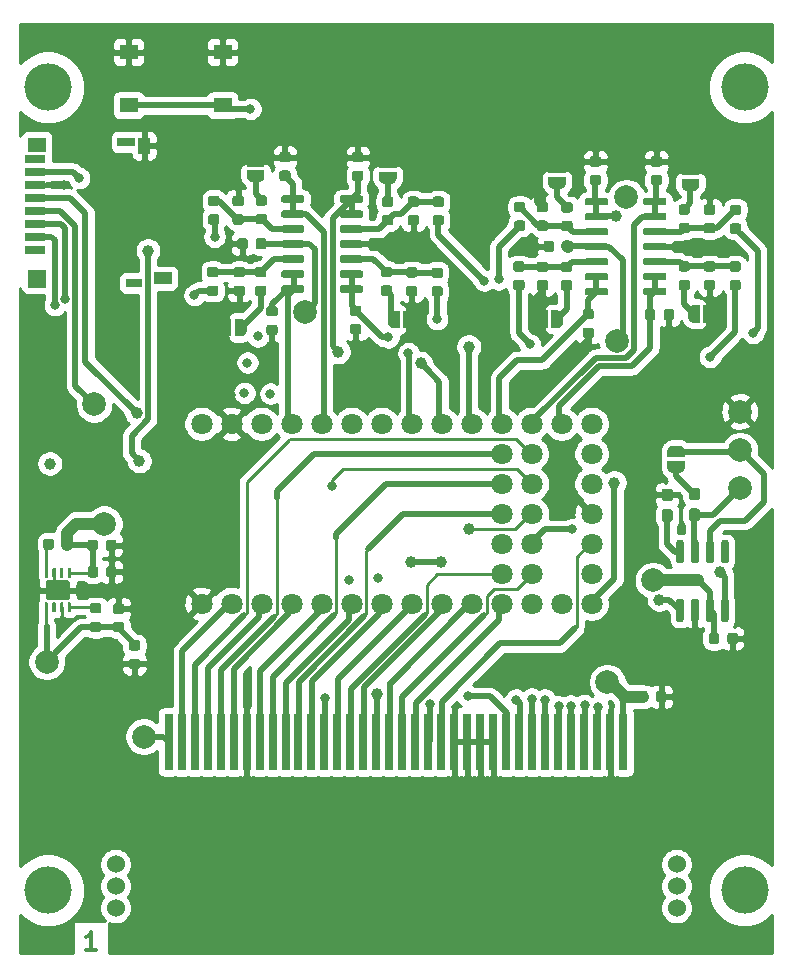
<source format=gtl>
G04 #@! TF.GenerationSoftware,KiCad,Pcbnew,(5.1.4)-1*
G04 #@! TF.CreationDate,2020-01-30T13:19:47+01:00*
G04 #@! TF.ProjectId,teensy4_header_breakout,7465656e-7379-4345-9f68-65616465725f,rev?*
G04 #@! TF.SameCoordinates,Original*
G04 #@! TF.FileFunction,Copper,L1,Top*
G04 #@! TF.FilePolarity,Positive*
%FSLAX46Y46*%
G04 Gerber Fmt 4.6, Leading zero omitted, Abs format (unit mm)*
G04 Created by KiCad (PCBNEW (5.1.4)-1) date 2020-01-30 13:19:47*
%MOMM*%
%LPD*%
G04 APERTURE LIST*
%ADD10C,0.300000*%
%ADD11C,2.000000*%
%ADD12C,1.800000*%
%ADD13R,1.550000X1.300000*%
%ADD14C,1.524000*%
%ADD15R,0.700000X4.800000*%
%ADD16C,0.100000*%
%ADD17C,0.600000*%
%ADD18C,0.300000*%
%ADD19C,1.700000*%
%ADD20R,1.550000X1.000000*%
%ADD21R,1.500000X1.500000*%
%ADD22R,1.750000X0.700000*%
%ADD23R,1.400000X0.800000*%
%ADD24R,1.000000X1.450000*%
%ADD25R,1.500000X0.800000*%
%ADD26R,1.500000X1.300000*%
%ADD27C,0.875000*%
%ADD28C,0.950000*%
%ADD29C,0.500000*%
%ADD30C,4.000000*%
%ADD31C,0.800000*%
%ADD32C,1.000000*%
%ADD33C,0.500000*%
%ADD34C,0.250000*%
%ADD35C,1.000000*%
%ADD36C,0.254000*%
G04 APERTURE END LIST*
D10*
X117678571Y-147678571D02*
X116821428Y-147678571D01*
X117250000Y-147678571D02*
X117250000Y-146178571D01*
X117107142Y-146392857D01*
X116964285Y-146535714D01*
X116821428Y-146607142D01*
D11*
X172181520Y-105392220D03*
X172156120Y-108544360D03*
X172156120Y-102095300D03*
D12*
X151996140Y-105681780D03*
X151996140Y-108221780D03*
X151996140Y-110761780D03*
X151996140Y-113301780D03*
X151996140Y-115841780D03*
X154536140Y-105681780D03*
X154596140Y-108221780D03*
X154596140Y-110761780D03*
X154596140Y-113301780D03*
X154596140Y-115841780D03*
X159616140Y-105681780D03*
X159616140Y-108221780D03*
X159616140Y-110761780D03*
X159616140Y-113301780D03*
X159616140Y-115841780D03*
X159616140Y-103141780D03*
X159616140Y-118381780D03*
X157076140Y-103141780D03*
X157076140Y-118381780D03*
X154536140Y-103141780D03*
X154536140Y-118381780D03*
X151996140Y-103141780D03*
X151996140Y-118381780D03*
X149456140Y-103141780D03*
X149456140Y-118381780D03*
X146916140Y-103141780D03*
X146916140Y-118381780D03*
X144376140Y-103141780D03*
X144376140Y-118381780D03*
X141836140Y-103141780D03*
X141836140Y-118381780D03*
X139296140Y-103141780D03*
X139296140Y-118381780D03*
X136756140Y-103141780D03*
X136756140Y-118381780D03*
X134216140Y-103141780D03*
X134216140Y-118381780D03*
X131676140Y-103141780D03*
X131676140Y-118381780D03*
X129136140Y-103141780D03*
X129136140Y-118381780D03*
X126596140Y-103141780D03*
X126596140Y-118381780D03*
D13*
X128371500Y-76161460D03*
X120421500Y-76161460D03*
X128371500Y-71661460D03*
X120421500Y-71661460D03*
D14*
X166809900Y-144121160D03*
X119309900Y-144121160D03*
X166809900Y-142271160D03*
X119309900Y-142271160D03*
X166809900Y-140421160D03*
X119309900Y-140421160D03*
D15*
X123801620Y-130068320D03*
X124901620Y-130068320D03*
X126001620Y-130068320D03*
X127101620Y-130068320D03*
X128201620Y-130068320D03*
X129301620Y-130068320D03*
X130401620Y-130068320D03*
X131501620Y-130068320D03*
X132601620Y-130068320D03*
X133701620Y-130068320D03*
X134801620Y-130068320D03*
X135901620Y-130068320D03*
X137001620Y-130068320D03*
X138101620Y-130068320D03*
X139201620Y-130068320D03*
X140301620Y-130068320D03*
X141401620Y-130068320D03*
X142501620Y-130068320D03*
X143601620Y-130068320D03*
X144701620Y-130068320D03*
X145801620Y-130068320D03*
X146901620Y-130068320D03*
X148001620Y-130068320D03*
X149101620Y-130068320D03*
X150201620Y-130068320D03*
X151301620Y-130068320D03*
X152401620Y-130068320D03*
X153501620Y-130068320D03*
X154601620Y-130068320D03*
X155701620Y-130068320D03*
X156801620Y-130068320D03*
X157901620Y-130068320D03*
X159001620Y-130068320D03*
X160101620Y-130068320D03*
X161201620Y-130068320D03*
X162301620Y-130068320D03*
D16*
G36*
X165809703Y-84028722D02*
G01*
X165824264Y-84030882D01*
X165838543Y-84034459D01*
X165852403Y-84039418D01*
X165865710Y-84045712D01*
X165878336Y-84053280D01*
X165890159Y-84062048D01*
X165901066Y-84071934D01*
X165910952Y-84082841D01*
X165919720Y-84094664D01*
X165927288Y-84107290D01*
X165933582Y-84120597D01*
X165938541Y-84134457D01*
X165942118Y-84148736D01*
X165944278Y-84163297D01*
X165945000Y-84178000D01*
X165945000Y-84478000D01*
X165944278Y-84492703D01*
X165942118Y-84507264D01*
X165938541Y-84521543D01*
X165933582Y-84535403D01*
X165927288Y-84548710D01*
X165919720Y-84561336D01*
X165910952Y-84573159D01*
X165901066Y-84584066D01*
X165890159Y-84593952D01*
X165878336Y-84602720D01*
X165865710Y-84610288D01*
X165852403Y-84616582D01*
X165838543Y-84621541D01*
X165824264Y-84625118D01*
X165809703Y-84627278D01*
X165795000Y-84628000D01*
X164145000Y-84628000D01*
X164130297Y-84627278D01*
X164115736Y-84625118D01*
X164101457Y-84621541D01*
X164087597Y-84616582D01*
X164074290Y-84610288D01*
X164061664Y-84602720D01*
X164049841Y-84593952D01*
X164038934Y-84584066D01*
X164029048Y-84573159D01*
X164020280Y-84561336D01*
X164012712Y-84548710D01*
X164006418Y-84535403D01*
X164001459Y-84521543D01*
X163997882Y-84507264D01*
X163995722Y-84492703D01*
X163995000Y-84478000D01*
X163995000Y-84178000D01*
X163995722Y-84163297D01*
X163997882Y-84148736D01*
X164001459Y-84134457D01*
X164006418Y-84120597D01*
X164012712Y-84107290D01*
X164020280Y-84094664D01*
X164029048Y-84082841D01*
X164038934Y-84071934D01*
X164049841Y-84062048D01*
X164061664Y-84053280D01*
X164074290Y-84045712D01*
X164087597Y-84039418D01*
X164101457Y-84034459D01*
X164115736Y-84030882D01*
X164130297Y-84028722D01*
X164145000Y-84028000D01*
X165795000Y-84028000D01*
X165809703Y-84028722D01*
X165809703Y-84028722D01*
G37*
D17*
X164970000Y-84328000D03*
D16*
G36*
X165809703Y-85298722D02*
G01*
X165824264Y-85300882D01*
X165838543Y-85304459D01*
X165852403Y-85309418D01*
X165865710Y-85315712D01*
X165878336Y-85323280D01*
X165890159Y-85332048D01*
X165901066Y-85341934D01*
X165910952Y-85352841D01*
X165919720Y-85364664D01*
X165927288Y-85377290D01*
X165933582Y-85390597D01*
X165938541Y-85404457D01*
X165942118Y-85418736D01*
X165944278Y-85433297D01*
X165945000Y-85448000D01*
X165945000Y-85748000D01*
X165944278Y-85762703D01*
X165942118Y-85777264D01*
X165938541Y-85791543D01*
X165933582Y-85805403D01*
X165927288Y-85818710D01*
X165919720Y-85831336D01*
X165910952Y-85843159D01*
X165901066Y-85854066D01*
X165890159Y-85863952D01*
X165878336Y-85872720D01*
X165865710Y-85880288D01*
X165852403Y-85886582D01*
X165838543Y-85891541D01*
X165824264Y-85895118D01*
X165809703Y-85897278D01*
X165795000Y-85898000D01*
X164145000Y-85898000D01*
X164130297Y-85897278D01*
X164115736Y-85895118D01*
X164101457Y-85891541D01*
X164087597Y-85886582D01*
X164074290Y-85880288D01*
X164061664Y-85872720D01*
X164049841Y-85863952D01*
X164038934Y-85854066D01*
X164029048Y-85843159D01*
X164020280Y-85831336D01*
X164012712Y-85818710D01*
X164006418Y-85805403D01*
X164001459Y-85791543D01*
X163997882Y-85777264D01*
X163995722Y-85762703D01*
X163995000Y-85748000D01*
X163995000Y-85448000D01*
X163995722Y-85433297D01*
X163997882Y-85418736D01*
X164001459Y-85404457D01*
X164006418Y-85390597D01*
X164012712Y-85377290D01*
X164020280Y-85364664D01*
X164029048Y-85352841D01*
X164038934Y-85341934D01*
X164049841Y-85332048D01*
X164061664Y-85323280D01*
X164074290Y-85315712D01*
X164087597Y-85309418D01*
X164101457Y-85304459D01*
X164115736Y-85300882D01*
X164130297Y-85298722D01*
X164145000Y-85298000D01*
X165795000Y-85298000D01*
X165809703Y-85298722D01*
X165809703Y-85298722D01*
G37*
D17*
X164970000Y-85598000D03*
D16*
G36*
X165809703Y-86568722D02*
G01*
X165824264Y-86570882D01*
X165838543Y-86574459D01*
X165852403Y-86579418D01*
X165865710Y-86585712D01*
X165878336Y-86593280D01*
X165890159Y-86602048D01*
X165901066Y-86611934D01*
X165910952Y-86622841D01*
X165919720Y-86634664D01*
X165927288Y-86647290D01*
X165933582Y-86660597D01*
X165938541Y-86674457D01*
X165942118Y-86688736D01*
X165944278Y-86703297D01*
X165945000Y-86718000D01*
X165945000Y-87018000D01*
X165944278Y-87032703D01*
X165942118Y-87047264D01*
X165938541Y-87061543D01*
X165933582Y-87075403D01*
X165927288Y-87088710D01*
X165919720Y-87101336D01*
X165910952Y-87113159D01*
X165901066Y-87124066D01*
X165890159Y-87133952D01*
X165878336Y-87142720D01*
X165865710Y-87150288D01*
X165852403Y-87156582D01*
X165838543Y-87161541D01*
X165824264Y-87165118D01*
X165809703Y-87167278D01*
X165795000Y-87168000D01*
X164145000Y-87168000D01*
X164130297Y-87167278D01*
X164115736Y-87165118D01*
X164101457Y-87161541D01*
X164087597Y-87156582D01*
X164074290Y-87150288D01*
X164061664Y-87142720D01*
X164049841Y-87133952D01*
X164038934Y-87124066D01*
X164029048Y-87113159D01*
X164020280Y-87101336D01*
X164012712Y-87088710D01*
X164006418Y-87075403D01*
X164001459Y-87061543D01*
X163997882Y-87047264D01*
X163995722Y-87032703D01*
X163995000Y-87018000D01*
X163995000Y-86718000D01*
X163995722Y-86703297D01*
X163997882Y-86688736D01*
X164001459Y-86674457D01*
X164006418Y-86660597D01*
X164012712Y-86647290D01*
X164020280Y-86634664D01*
X164029048Y-86622841D01*
X164038934Y-86611934D01*
X164049841Y-86602048D01*
X164061664Y-86593280D01*
X164074290Y-86585712D01*
X164087597Y-86579418D01*
X164101457Y-86574459D01*
X164115736Y-86570882D01*
X164130297Y-86568722D01*
X164145000Y-86568000D01*
X165795000Y-86568000D01*
X165809703Y-86568722D01*
X165809703Y-86568722D01*
G37*
D17*
X164970000Y-86868000D03*
D16*
G36*
X165809703Y-87838722D02*
G01*
X165824264Y-87840882D01*
X165838543Y-87844459D01*
X165852403Y-87849418D01*
X165865710Y-87855712D01*
X165878336Y-87863280D01*
X165890159Y-87872048D01*
X165901066Y-87881934D01*
X165910952Y-87892841D01*
X165919720Y-87904664D01*
X165927288Y-87917290D01*
X165933582Y-87930597D01*
X165938541Y-87944457D01*
X165942118Y-87958736D01*
X165944278Y-87973297D01*
X165945000Y-87988000D01*
X165945000Y-88288000D01*
X165944278Y-88302703D01*
X165942118Y-88317264D01*
X165938541Y-88331543D01*
X165933582Y-88345403D01*
X165927288Y-88358710D01*
X165919720Y-88371336D01*
X165910952Y-88383159D01*
X165901066Y-88394066D01*
X165890159Y-88403952D01*
X165878336Y-88412720D01*
X165865710Y-88420288D01*
X165852403Y-88426582D01*
X165838543Y-88431541D01*
X165824264Y-88435118D01*
X165809703Y-88437278D01*
X165795000Y-88438000D01*
X164145000Y-88438000D01*
X164130297Y-88437278D01*
X164115736Y-88435118D01*
X164101457Y-88431541D01*
X164087597Y-88426582D01*
X164074290Y-88420288D01*
X164061664Y-88412720D01*
X164049841Y-88403952D01*
X164038934Y-88394066D01*
X164029048Y-88383159D01*
X164020280Y-88371336D01*
X164012712Y-88358710D01*
X164006418Y-88345403D01*
X164001459Y-88331543D01*
X163997882Y-88317264D01*
X163995722Y-88302703D01*
X163995000Y-88288000D01*
X163995000Y-87988000D01*
X163995722Y-87973297D01*
X163997882Y-87958736D01*
X164001459Y-87944457D01*
X164006418Y-87930597D01*
X164012712Y-87917290D01*
X164020280Y-87904664D01*
X164029048Y-87892841D01*
X164038934Y-87881934D01*
X164049841Y-87872048D01*
X164061664Y-87863280D01*
X164074290Y-87855712D01*
X164087597Y-87849418D01*
X164101457Y-87844459D01*
X164115736Y-87840882D01*
X164130297Y-87838722D01*
X164145000Y-87838000D01*
X165795000Y-87838000D01*
X165809703Y-87838722D01*
X165809703Y-87838722D01*
G37*
D17*
X164970000Y-88138000D03*
D16*
G36*
X165809703Y-89108722D02*
G01*
X165824264Y-89110882D01*
X165838543Y-89114459D01*
X165852403Y-89119418D01*
X165865710Y-89125712D01*
X165878336Y-89133280D01*
X165890159Y-89142048D01*
X165901066Y-89151934D01*
X165910952Y-89162841D01*
X165919720Y-89174664D01*
X165927288Y-89187290D01*
X165933582Y-89200597D01*
X165938541Y-89214457D01*
X165942118Y-89228736D01*
X165944278Y-89243297D01*
X165945000Y-89258000D01*
X165945000Y-89558000D01*
X165944278Y-89572703D01*
X165942118Y-89587264D01*
X165938541Y-89601543D01*
X165933582Y-89615403D01*
X165927288Y-89628710D01*
X165919720Y-89641336D01*
X165910952Y-89653159D01*
X165901066Y-89664066D01*
X165890159Y-89673952D01*
X165878336Y-89682720D01*
X165865710Y-89690288D01*
X165852403Y-89696582D01*
X165838543Y-89701541D01*
X165824264Y-89705118D01*
X165809703Y-89707278D01*
X165795000Y-89708000D01*
X164145000Y-89708000D01*
X164130297Y-89707278D01*
X164115736Y-89705118D01*
X164101457Y-89701541D01*
X164087597Y-89696582D01*
X164074290Y-89690288D01*
X164061664Y-89682720D01*
X164049841Y-89673952D01*
X164038934Y-89664066D01*
X164029048Y-89653159D01*
X164020280Y-89641336D01*
X164012712Y-89628710D01*
X164006418Y-89615403D01*
X164001459Y-89601543D01*
X163997882Y-89587264D01*
X163995722Y-89572703D01*
X163995000Y-89558000D01*
X163995000Y-89258000D01*
X163995722Y-89243297D01*
X163997882Y-89228736D01*
X164001459Y-89214457D01*
X164006418Y-89200597D01*
X164012712Y-89187290D01*
X164020280Y-89174664D01*
X164029048Y-89162841D01*
X164038934Y-89151934D01*
X164049841Y-89142048D01*
X164061664Y-89133280D01*
X164074290Y-89125712D01*
X164087597Y-89119418D01*
X164101457Y-89114459D01*
X164115736Y-89110882D01*
X164130297Y-89108722D01*
X164145000Y-89108000D01*
X165795000Y-89108000D01*
X165809703Y-89108722D01*
X165809703Y-89108722D01*
G37*
D17*
X164970000Y-89408000D03*
D16*
G36*
X165809703Y-90378722D02*
G01*
X165824264Y-90380882D01*
X165838543Y-90384459D01*
X165852403Y-90389418D01*
X165865710Y-90395712D01*
X165878336Y-90403280D01*
X165890159Y-90412048D01*
X165901066Y-90421934D01*
X165910952Y-90432841D01*
X165919720Y-90444664D01*
X165927288Y-90457290D01*
X165933582Y-90470597D01*
X165938541Y-90484457D01*
X165942118Y-90498736D01*
X165944278Y-90513297D01*
X165945000Y-90528000D01*
X165945000Y-90828000D01*
X165944278Y-90842703D01*
X165942118Y-90857264D01*
X165938541Y-90871543D01*
X165933582Y-90885403D01*
X165927288Y-90898710D01*
X165919720Y-90911336D01*
X165910952Y-90923159D01*
X165901066Y-90934066D01*
X165890159Y-90943952D01*
X165878336Y-90952720D01*
X165865710Y-90960288D01*
X165852403Y-90966582D01*
X165838543Y-90971541D01*
X165824264Y-90975118D01*
X165809703Y-90977278D01*
X165795000Y-90978000D01*
X164145000Y-90978000D01*
X164130297Y-90977278D01*
X164115736Y-90975118D01*
X164101457Y-90971541D01*
X164087597Y-90966582D01*
X164074290Y-90960288D01*
X164061664Y-90952720D01*
X164049841Y-90943952D01*
X164038934Y-90934066D01*
X164029048Y-90923159D01*
X164020280Y-90911336D01*
X164012712Y-90898710D01*
X164006418Y-90885403D01*
X164001459Y-90871543D01*
X163997882Y-90857264D01*
X163995722Y-90842703D01*
X163995000Y-90828000D01*
X163995000Y-90528000D01*
X163995722Y-90513297D01*
X163997882Y-90498736D01*
X164001459Y-90484457D01*
X164006418Y-90470597D01*
X164012712Y-90457290D01*
X164020280Y-90444664D01*
X164029048Y-90432841D01*
X164038934Y-90421934D01*
X164049841Y-90412048D01*
X164061664Y-90403280D01*
X164074290Y-90395712D01*
X164087597Y-90389418D01*
X164101457Y-90384459D01*
X164115736Y-90380882D01*
X164130297Y-90378722D01*
X164145000Y-90378000D01*
X165795000Y-90378000D01*
X165809703Y-90378722D01*
X165809703Y-90378722D01*
G37*
D17*
X164970000Y-90678000D03*
D16*
G36*
X165809703Y-91648722D02*
G01*
X165824264Y-91650882D01*
X165838543Y-91654459D01*
X165852403Y-91659418D01*
X165865710Y-91665712D01*
X165878336Y-91673280D01*
X165890159Y-91682048D01*
X165901066Y-91691934D01*
X165910952Y-91702841D01*
X165919720Y-91714664D01*
X165927288Y-91727290D01*
X165933582Y-91740597D01*
X165938541Y-91754457D01*
X165942118Y-91768736D01*
X165944278Y-91783297D01*
X165945000Y-91798000D01*
X165945000Y-92098000D01*
X165944278Y-92112703D01*
X165942118Y-92127264D01*
X165938541Y-92141543D01*
X165933582Y-92155403D01*
X165927288Y-92168710D01*
X165919720Y-92181336D01*
X165910952Y-92193159D01*
X165901066Y-92204066D01*
X165890159Y-92213952D01*
X165878336Y-92222720D01*
X165865710Y-92230288D01*
X165852403Y-92236582D01*
X165838543Y-92241541D01*
X165824264Y-92245118D01*
X165809703Y-92247278D01*
X165795000Y-92248000D01*
X164145000Y-92248000D01*
X164130297Y-92247278D01*
X164115736Y-92245118D01*
X164101457Y-92241541D01*
X164087597Y-92236582D01*
X164074290Y-92230288D01*
X164061664Y-92222720D01*
X164049841Y-92213952D01*
X164038934Y-92204066D01*
X164029048Y-92193159D01*
X164020280Y-92181336D01*
X164012712Y-92168710D01*
X164006418Y-92155403D01*
X164001459Y-92141543D01*
X163997882Y-92127264D01*
X163995722Y-92112703D01*
X163995000Y-92098000D01*
X163995000Y-91798000D01*
X163995722Y-91783297D01*
X163997882Y-91768736D01*
X164001459Y-91754457D01*
X164006418Y-91740597D01*
X164012712Y-91727290D01*
X164020280Y-91714664D01*
X164029048Y-91702841D01*
X164038934Y-91691934D01*
X164049841Y-91682048D01*
X164061664Y-91673280D01*
X164074290Y-91665712D01*
X164087597Y-91659418D01*
X164101457Y-91654459D01*
X164115736Y-91650882D01*
X164130297Y-91648722D01*
X164145000Y-91648000D01*
X165795000Y-91648000D01*
X165809703Y-91648722D01*
X165809703Y-91648722D01*
G37*
D17*
X164970000Y-91948000D03*
D16*
G36*
X160859703Y-91648722D02*
G01*
X160874264Y-91650882D01*
X160888543Y-91654459D01*
X160902403Y-91659418D01*
X160915710Y-91665712D01*
X160928336Y-91673280D01*
X160940159Y-91682048D01*
X160951066Y-91691934D01*
X160960952Y-91702841D01*
X160969720Y-91714664D01*
X160977288Y-91727290D01*
X160983582Y-91740597D01*
X160988541Y-91754457D01*
X160992118Y-91768736D01*
X160994278Y-91783297D01*
X160995000Y-91798000D01*
X160995000Y-92098000D01*
X160994278Y-92112703D01*
X160992118Y-92127264D01*
X160988541Y-92141543D01*
X160983582Y-92155403D01*
X160977288Y-92168710D01*
X160969720Y-92181336D01*
X160960952Y-92193159D01*
X160951066Y-92204066D01*
X160940159Y-92213952D01*
X160928336Y-92222720D01*
X160915710Y-92230288D01*
X160902403Y-92236582D01*
X160888543Y-92241541D01*
X160874264Y-92245118D01*
X160859703Y-92247278D01*
X160845000Y-92248000D01*
X159195000Y-92248000D01*
X159180297Y-92247278D01*
X159165736Y-92245118D01*
X159151457Y-92241541D01*
X159137597Y-92236582D01*
X159124290Y-92230288D01*
X159111664Y-92222720D01*
X159099841Y-92213952D01*
X159088934Y-92204066D01*
X159079048Y-92193159D01*
X159070280Y-92181336D01*
X159062712Y-92168710D01*
X159056418Y-92155403D01*
X159051459Y-92141543D01*
X159047882Y-92127264D01*
X159045722Y-92112703D01*
X159045000Y-92098000D01*
X159045000Y-91798000D01*
X159045722Y-91783297D01*
X159047882Y-91768736D01*
X159051459Y-91754457D01*
X159056418Y-91740597D01*
X159062712Y-91727290D01*
X159070280Y-91714664D01*
X159079048Y-91702841D01*
X159088934Y-91691934D01*
X159099841Y-91682048D01*
X159111664Y-91673280D01*
X159124290Y-91665712D01*
X159137597Y-91659418D01*
X159151457Y-91654459D01*
X159165736Y-91650882D01*
X159180297Y-91648722D01*
X159195000Y-91648000D01*
X160845000Y-91648000D01*
X160859703Y-91648722D01*
X160859703Y-91648722D01*
G37*
D17*
X160020000Y-91948000D03*
D16*
G36*
X160859703Y-90378722D02*
G01*
X160874264Y-90380882D01*
X160888543Y-90384459D01*
X160902403Y-90389418D01*
X160915710Y-90395712D01*
X160928336Y-90403280D01*
X160940159Y-90412048D01*
X160951066Y-90421934D01*
X160960952Y-90432841D01*
X160969720Y-90444664D01*
X160977288Y-90457290D01*
X160983582Y-90470597D01*
X160988541Y-90484457D01*
X160992118Y-90498736D01*
X160994278Y-90513297D01*
X160995000Y-90528000D01*
X160995000Y-90828000D01*
X160994278Y-90842703D01*
X160992118Y-90857264D01*
X160988541Y-90871543D01*
X160983582Y-90885403D01*
X160977288Y-90898710D01*
X160969720Y-90911336D01*
X160960952Y-90923159D01*
X160951066Y-90934066D01*
X160940159Y-90943952D01*
X160928336Y-90952720D01*
X160915710Y-90960288D01*
X160902403Y-90966582D01*
X160888543Y-90971541D01*
X160874264Y-90975118D01*
X160859703Y-90977278D01*
X160845000Y-90978000D01*
X159195000Y-90978000D01*
X159180297Y-90977278D01*
X159165736Y-90975118D01*
X159151457Y-90971541D01*
X159137597Y-90966582D01*
X159124290Y-90960288D01*
X159111664Y-90952720D01*
X159099841Y-90943952D01*
X159088934Y-90934066D01*
X159079048Y-90923159D01*
X159070280Y-90911336D01*
X159062712Y-90898710D01*
X159056418Y-90885403D01*
X159051459Y-90871543D01*
X159047882Y-90857264D01*
X159045722Y-90842703D01*
X159045000Y-90828000D01*
X159045000Y-90528000D01*
X159045722Y-90513297D01*
X159047882Y-90498736D01*
X159051459Y-90484457D01*
X159056418Y-90470597D01*
X159062712Y-90457290D01*
X159070280Y-90444664D01*
X159079048Y-90432841D01*
X159088934Y-90421934D01*
X159099841Y-90412048D01*
X159111664Y-90403280D01*
X159124290Y-90395712D01*
X159137597Y-90389418D01*
X159151457Y-90384459D01*
X159165736Y-90380882D01*
X159180297Y-90378722D01*
X159195000Y-90378000D01*
X160845000Y-90378000D01*
X160859703Y-90378722D01*
X160859703Y-90378722D01*
G37*
D17*
X160020000Y-90678000D03*
D16*
G36*
X160859703Y-89108722D02*
G01*
X160874264Y-89110882D01*
X160888543Y-89114459D01*
X160902403Y-89119418D01*
X160915710Y-89125712D01*
X160928336Y-89133280D01*
X160940159Y-89142048D01*
X160951066Y-89151934D01*
X160960952Y-89162841D01*
X160969720Y-89174664D01*
X160977288Y-89187290D01*
X160983582Y-89200597D01*
X160988541Y-89214457D01*
X160992118Y-89228736D01*
X160994278Y-89243297D01*
X160995000Y-89258000D01*
X160995000Y-89558000D01*
X160994278Y-89572703D01*
X160992118Y-89587264D01*
X160988541Y-89601543D01*
X160983582Y-89615403D01*
X160977288Y-89628710D01*
X160969720Y-89641336D01*
X160960952Y-89653159D01*
X160951066Y-89664066D01*
X160940159Y-89673952D01*
X160928336Y-89682720D01*
X160915710Y-89690288D01*
X160902403Y-89696582D01*
X160888543Y-89701541D01*
X160874264Y-89705118D01*
X160859703Y-89707278D01*
X160845000Y-89708000D01*
X159195000Y-89708000D01*
X159180297Y-89707278D01*
X159165736Y-89705118D01*
X159151457Y-89701541D01*
X159137597Y-89696582D01*
X159124290Y-89690288D01*
X159111664Y-89682720D01*
X159099841Y-89673952D01*
X159088934Y-89664066D01*
X159079048Y-89653159D01*
X159070280Y-89641336D01*
X159062712Y-89628710D01*
X159056418Y-89615403D01*
X159051459Y-89601543D01*
X159047882Y-89587264D01*
X159045722Y-89572703D01*
X159045000Y-89558000D01*
X159045000Y-89258000D01*
X159045722Y-89243297D01*
X159047882Y-89228736D01*
X159051459Y-89214457D01*
X159056418Y-89200597D01*
X159062712Y-89187290D01*
X159070280Y-89174664D01*
X159079048Y-89162841D01*
X159088934Y-89151934D01*
X159099841Y-89142048D01*
X159111664Y-89133280D01*
X159124290Y-89125712D01*
X159137597Y-89119418D01*
X159151457Y-89114459D01*
X159165736Y-89110882D01*
X159180297Y-89108722D01*
X159195000Y-89108000D01*
X160845000Y-89108000D01*
X160859703Y-89108722D01*
X160859703Y-89108722D01*
G37*
D17*
X160020000Y-89408000D03*
D16*
G36*
X160859703Y-87838722D02*
G01*
X160874264Y-87840882D01*
X160888543Y-87844459D01*
X160902403Y-87849418D01*
X160915710Y-87855712D01*
X160928336Y-87863280D01*
X160940159Y-87872048D01*
X160951066Y-87881934D01*
X160960952Y-87892841D01*
X160969720Y-87904664D01*
X160977288Y-87917290D01*
X160983582Y-87930597D01*
X160988541Y-87944457D01*
X160992118Y-87958736D01*
X160994278Y-87973297D01*
X160995000Y-87988000D01*
X160995000Y-88288000D01*
X160994278Y-88302703D01*
X160992118Y-88317264D01*
X160988541Y-88331543D01*
X160983582Y-88345403D01*
X160977288Y-88358710D01*
X160969720Y-88371336D01*
X160960952Y-88383159D01*
X160951066Y-88394066D01*
X160940159Y-88403952D01*
X160928336Y-88412720D01*
X160915710Y-88420288D01*
X160902403Y-88426582D01*
X160888543Y-88431541D01*
X160874264Y-88435118D01*
X160859703Y-88437278D01*
X160845000Y-88438000D01*
X159195000Y-88438000D01*
X159180297Y-88437278D01*
X159165736Y-88435118D01*
X159151457Y-88431541D01*
X159137597Y-88426582D01*
X159124290Y-88420288D01*
X159111664Y-88412720D01*
X159099841Y-88403952D01*
X159088934Y-88394066D01*
X159079048Y-88383159D01*
X159070280Y-88371336D01*
X159062712Y-88358710D01*
X159056418Y-88345403D01*
X159051459Y-88331543D01*
X159047882Y-88317264D01*
X159045722Y-88302703D01*
X159045000Y-88288000D01*
X159045000Y-87988000D01*
X159045722Y-87973297D01*
X159047882Y-87958736D01*
X159051459Y-87944457D01*
X159056418Y-87930597D01*
X159062712Y-87917290D01*
X159070280Y-87904664D01*
X159079048Y-87892841D01*
X159088934Y-87881934D01*
X159099841Y-87872048D01*
X159111664Y-87863280D01*
X159124290Y-87855712D01*
X159137597Y-87849418D01*
X159151457Y-87844459D01*
X159165736Y-87840882D01*
X159180297Y-87838722D01*
X159195000Y-87838000D01*
X160845000Y-87838000D01*
X160859703Y-87838722D01*
X160859703Y-87838722D01*
G37*
D17*
X160020000Y-88138000D03*
D16*
G36*
X160859703Y-86568722D02*
G01*
X160874264Y-86570882D01*
X160888543Y-86574459D01*
X160902403Y-86579418D01*
X160915710Y-86585712D01*
X160928336Y-86593280D01*
X160940159Y-86602048D01*
X160951066Y-86611934D01*
X160960952Y-86622841D01*
X160969720Y-86634664D01*
X160977288Y-86647290D01*
X160983582Y-86660597D01*
X160988541Y-86674457D01*
X160992118Y-86688736D01*
X160994278Y-86703297D01*
X160995000Y-86718000D01*
X160995000Y-87018000D01*
X160994278Y-87032703D01*
X160992118Y-87047264D01*
X160988541Y-87061543D01*
X160983582Y-87075403D01*
X160977288Y-87088710D01*
X160969720Y-87101336D01*
X160960952Y-87113159D01*
X160951066Y-87124066D01*
X160940159Y-87133952D01*
X160928336Y-87142720D01*
X160915710Y-87150288D01*
X160902403Y-87156582D01*
X160888543Y-87161541D01*
X160874264Y-87165118D01*
X160859703Y-87167278D01*
X160845000Y-87168000D01*
X159195000Y-87168000D01*
X159180297Y-87167278D01*
X159165736Y-87165118D01*
X159151457Y-87161541D01*
X159137597Y-87156582D01*
X159124290Y-87150288D01*
X159111664Y-87142720D01*
X159099841Y-87133952D01*
X159088934Y-87124066D01*
X159079048Y-87113159D01*
X159070280Y-87101336D01*
X159062712Y-87088710D01*
X159056418Y-87075403D01*
X159051459Y-87061543D01*
X159047882Y-87047264D01*
X159045722Y-87032703D01*
X159045000Y-87018000D01*
X159045000Y-86718000D01*
X159045722Y-86703297D01*
X159047882Y-86688736D01*
X159051459Y-86674457D01*
X159056418Y-86660597D01*
X159062712Y-86647290D01*
X159070280Y-86634664D01*
X159079048Y-86622841D01*
X159088934Y-86611934D01*
X159099841Y-86602048D01*
X159111664Y-86593280D01*
X159124290Y-86585712D01*
X159137597Y-86579418D01*
X159151457Y-86574459D01*
X159165736Y-86570882D01*
X159180297Y-86568722D01*
X159195000Y-86568000D01*
X160845000Y-86568000D01*
X160859703Y-86568722D01*
X160859703Y-86568722D01*
G37*
D17*
X160020000Y-86868000D03*
D16*
G36*
X160859703Y-85298722D02*
G01*
X160874264Y-85300882D01*
X160888543Y-85304459D01*
X160902403Y-85309418D01*
X160915710Y-85315712D01*
X160928336Y-85323280D01*
X160940159Y-85332048D01*
X160951066Y-85341934D01*
X160960952Y-85352841D01*
X160969720Y-85364664D01*
X160977288Y-85377290D01*
X160983582Y-85390597D01*
X160988541Y-85404457D01*
X160992118Y-85418736D01*
X160994278Y-85433297D01*
X160995000Y-85448000D01*
X160995000Y-85748000D01*
X160994278Y-85762703D01*
X160992118Y-85777264D01*
X160988541Y-85791543D01*
X160983582Y-85805403D01*
X160977288Y-85818710D01*
X160969720Y-85831336D01*
X160960952Y-85843159D01*
X160951066Y-85854066D01*
X160940159Y-85863952D01*
X160928336Y-85872720D01*
X160915710Y-85880288D01*
X160902403Y-85886582D01*
X160888543Y-85891541D01*
X160874264Y-85895118D01*
X160859703Y-85897278D01*
X160845000Y-85898000D01*
X159195000Y-85898000D01*
X159180297Y-85897278D01*
X159165736Y-85895118D01*
X159151457Y-85891541D01*
X159137597Y-85886582D01*
X159124290Y-85880288D01*
X159111664Y-85872720D01*
X159099841Y-85863952D01*
X159088934Y-85854066D01*
X159079048Y-85843159D01*
X159070280Y-85831336D01*
X159062712Y-85818710D01*
X159056418Y-85805403D01*
X159051459Y-85791543D01*
X159047882Y-85777264D01*
X159045722Y-85762703D01*
X159045000Y-85748000D01*
X159045000Y-85448000D01*
X159045722Y-85433297D01*
X159047882Y-85418736D01*
X159051459Y-85404457D01*
X159056418Y-85390597D01*
X159062712Y-85377290D01*
X159070280Y-85364664D01*
X159079048Y-85352841D01*
X159088934Y-85341934D01*
X159099841Y-85332048D01*
X159111664Y-85323280D01*
X159124290Y-85315712D01*
X159137597Y-85309418D01*
X159151457Y-85304459D01*
X159165736Y-85300882D01*
X159180297Y-85298722D01*
X159195000Y-85298000D01*
X160845000Y-85298000D01*
X160859703Y-85298722D01*
X160859703Y-85298722D01*
G37*
D17*
X160020000Y-85598000D03*
D16*
G36*
X160859703Y-84028722D02*
G01*
X160874264Y-84030882D01*
X160888543Y-84034459D01*
X160902403Y-84039418D01*
X160915710Y-84045712D01*
X160928336Y-84053280D01*
X160940159Y-84062048D01*
X160951066Y-84071934D01*
X160960952Y-84082841D01*
X160969720Y-84094664D01*
X160977288Y-84107290D01*
X160983582Y-84120597D01*
X160988541Y-84134457D01*
X160992118Y-84148736D01*
X160994278Y-84163297D01*
X160995000Y-84178000D01*
X160995000Y-84478000D01*
X160994278Y-84492703D01*
X160992118Y-84507264D01*
X160988541Y-84521543D01*
X160983582Y-84535403D01*
X160977288Y-84548710D01*
X160969720Y-84561336D01*
X160960952Y-84573159D01*
X160951066Y-84584066D01*
X160940159Y-84593952D01*
X160928336Y-84602720D01*
X160915710Y-84610288D01*
X160902403Y-84616582D01*
X160888543Y-84621541D01*
X160874264Y-84625118D01*
X160859703Y-84627278D01*
X160845000Y-84628000D01*
X159195000Y-84628000D01*
X159180297Y-84627278D01*
X159165736Y-84625118D01*
X159151457Y-84621541D01*
X159137597Y-84616582D01*
X159124290Y-84610288D01*
X159111664Y-84602720D01*
X159099841Y-84593952D01*
X159088934Y-84584066D01*
X159079048Y-84573159D01*
X159070280Y-84561336D01*
X159062712Y-84548710D01*
X159056418Y-84535403D01*
X159051459Y-84521543D01*
X159047882Y-84507264D01*
X159045722Y-84492703D01*
X159045000Y-84478000D01*
X159045000Y-84178000D01*
X159045722Y-84163297D01*
X159047882Y-84148736D01*
X159051459Y-84134457D01*
X159056418Y-84120597D01*
X159062712Y-84107290D01*
X159070280Y-84094664D01*
X159079048Y-84082841D01*
X159088934Y-84071934D01*
X159099841Y-84062048D01*
X159111664Y-84053280D01*
X159124290Y-84045712D01*
X159137597Y-84039418D01*
X159151457Y-84034459D01*
X159165736Y-84030882D01*
X159180297Y-84028722D01*
X159195000Y-84028000D01*
X160845000Y-84028000D01*
X160859703Y-84028722D01*
X160859703Y-84028722D01*
G37*
D17*
X160020000Y-84328000D03*
D16*
G36*
X113536891Y-115363741D02*
G01*
X113544172Y-115364821D01*
X113551311Y-115366609D01*
X113558241Y-115369089D01*
X113564895Y-115372236D01*
X113571208Y-115376020D01*
X113577119Y-115380404D01*
X113582573Y-115385347D01*
X113587516Y-115390801D01*
X113591900Y-115396712D01*
X113595684Y-115403025D01*
X113598831Y-115409679D01*
X113601311Y-115416609D01*
X113603099Y-115423748D01*
X113604179Y-115431029D01*
X113604540Y-115438380D01*
X113604540Y-116088380D01*
X113604179Y-116095731D01*
X113603099Y-116103012D01*
X113601311Y-116110151D01*
X113598831Y-116117081D01*
X113595684Y-116123735D01*
X113591900Y-116130048D01*
X113587516Y-116135959D01*
X113582573Y-116141413D01*
X113577119Y-116146356D01*
X113571208Y-116150740D01*
X113564895Y-116154524D01*
X113558241Y-116157671D01*
X113551311Y-116160151D01*
X113544172Y-116161939D01*
X113536891Y-116163019D01*
X113529540Y-116163380D01*
X113379540Y-116163380D01*
X113372189Y-116163019D01*
X113364908Y-116161939D01*
X113357769Y-116160151D01*
X113350839Y-116157671D01*
X113344185Y-116154524D01*
X113337872Y-116150740D01*
X113331961Y-116146356D01*
X113326507Y-116141413D01*
X113321564Y-116135959D01*
X113317180Y-116130048D01*
X113313396Y-116123735D01*
X113310249Y-116117081D01*
X113307769Y-116110151D01*
X113305981Y-116103012D01*
X113304901Y-116095731D01*
X113304540Y-116088380D01*
X113304540Y-115438380D01*
X113304901Y-115431029D01*
X113305981Y-115423748D01*
X113307769Y-115416609D01*
X113310249Y-115409679D01*
X113313396Y-115403025D01*
X113317180Y-115396712D01*
X113321564Y-115390801D01*
X113326507Y-115385347D01*
X113331961Y-115380404D01*
X113337872Y-115376020D01*
X113344185Y-115372236D01*
X113350839Y-115369089D01*
X113357769Y-115366609D01*
X113364908Y-115364821D01*
X113372189Y-115363741D01*
X113379540Y-115363380D01*
X113529540Y-115363380D01*
X113536891Y-115363741D01*
X113536891Y-115363741D01*
G37*
D18*
X113454540Y-115763380D03*
D16*
G36*
X114186891Y-115363741D02*
G01*
X114194172Y-115364821D01*
X114201311Y-115366609D01*
X114208241Y-115369089D01*
X114214895Y-115372236D01*
X114221208Y-115376020D01*
X114227119Y-115380404D01*
X114232573Y-115385347D01*
X114237516Y-115390801D01*
X114241900Y-115396712D01*
X114245684Y-115403025D01*
X114248831Y-115409679D01*
X114251311Y-115416609D01*
X114253099Y-115423748D01*
X114254179Y-115431029D01*
X114254540Y-115438380D01*
X114254540Y-116088380D01*
X114254179Y-116095731D01*
X114253099Y-116103012D01*
X114251311Y-116110151D01*
X114248831Y-116117081D01*
X114245684Y-116123735D01*
X114241900Y-116130048D01*
X114237516Y-116135959D01*
X114232573Y-116141413D01*
X114227119Y-116146356D01*
X114221208Y-116150740D01*
X114214895Y-116154524D01*
X114208241Y-116157671D01*
X114201311Y-116160151D01*
X114194172Y-116161939D01*
X114186891Y-116163019D01*
X114179540Y-116163380D01*
X114029540Y-116163380D01*
X114022189Y-116163019D01*
X114014908Y-116161939D01*
X114007769Y-116160151D01*
X114000839Y-116157671D01*
X113994185Y-116154524D01*
X113987872Y-116150740D01*
X113981961Y-116146356D01*
X113976507Y-116141413D01*
X113971564Y-116135959D01*
X113967180Y-116130048D01*
X113963396Y-116123735D01*
X113960249Y-116117081D01*
X113957769Y-116110151D01*
X113955981Y-116103012D01*
X113954901Y-116095731D01*
X113954540Y-116088380D01*
X113954540Y-115438380D01*
X113954901Y-115431029D01*
X113955981Y-115423748D01*
X113957769Y-115416609D01*
X113960249Y-115409679D01*
X113963396Y-115403025D01*
X113967180Y-115396712D01*
X113971564Y-115390801D01*
X113976507Y-115385347D01*
X113981961Y-115380404D01*
X113987872Y-115376020D01*
X113994185Y-115372236D01*
X114000839Y-115369089D01*
X114007769Y-115366609D01*
X114014908Y-115364821D01*
X114022189Y-115363741D01*
X114029540Y-115363380D01*
X114179540Y-115363380D01*
X114186891Y-115363741D01*
X114186891Y-115363741D01*
G37*
D18*
X114104540Y-115763380D03*
D16*
G36*
X114836891Y-115363741D02*
G01*
X114844172Y-115364821D01*
X114851311Y-115366609D01*
X114858241Y-115369089D01*
X114864895Y-115372236D01*
X114871208Y-115376020D01*
X114877119Y-115380404D01*
X114882573Y-115385347D01*
X114887516Y-115390801D01*
X114891900Y-115396712D01*
X114895684Y-115403025D01*
X114898831Y-115409679D01*
X114901311Y-115416609D01*
X114903099Y-115423748D01*
X114904179Y-115431029D01*
X114904540Y-115438380D01*
X114904540Y-116088380D01*
X114904179Y-116095731D01*
X114903099Y-116103012D01*
X114901311Y-116110151D01*
X114898831Y-116117081D01*
X114895684Y-116123735D01*
X114891900Y-116130048D01*
X114887516Y-116135959D01*
X114882573Y-116141413D01*
X114877119Y-116146356D01*
X114871208Y-116150740D01*
X114864895Y-116154524D01*
X114858241Y-116157671D01*
X114851311Y-116160151D01*
X114844172Y-116161939D01*
X114836891Y-116163019D01*
X114829540Y-116163380D01*
X114679540Y-116163380D01*
X114672189Y-116163019D01*
X114664908Y-116161939D01*
X114657769Y-116160151D01*
X114650839Y-116157671D01*
X114644185Y-116154524D01*
X114637872Y-116150740D01*
X114631961Y-116146356D01*
X114626507Y-116141413D01*
X114621564Y-116135959D01*
X114617180Y-116130048D01*
X114613396Y-116123735D01*
X114610249Y-116117081D01*
X114607769Y-116110151D01*
X114605981Y-116103012D01*
X114604901Y-116095731D01*
X114604540Y-116088380D01*
X114604540Y-115438380D01*
X114604901Y-115431029D01*
X114605981Y-115423748D01*
X114607769Y-115416609D01*
X114610249Y-115409679D01*
X114613396Y-115403025D01*
X114617180Y-115396712D01*
X114621564Y-115390801D01*
X114626507Y-115385347D01*
X114631961Y-115380404D01*
X114637872Y-115376020D01*
X114644185Y-115372236D01*
X114650839Y-115369089D01*
X114657769Y-115366609D01*
X114664908Y-115364821D01*
X114672189Y-115363741D01*
X114679540Y-115363380D01*
X114829540Y-115363380D01*
X114836891Y-115363741D01*
X114836891Y-115363741D01*
G37*
D18*
X114754540Y-115763380D03*
D16*
G36*
X115486891Y-115363741D02*
G01*
X115494172Y-115364821D01*
X115501311Y-115366609D01*
X115508241Y-115369089D01*
X115514895Y-115372236D01*
X115521208Y-115376020D01*
X115527119Y-115380404D01*
X115532573Y-115385347D01*
X115537516Y-115390801D01*
X115541900Y-115396712D01*
X115545684Y-115403025D01*
X115548831Y-115409679D01*
X115551311Y-115416609D01*
X115553099Y-115423748D01*
X115554179Y-115431029D01*
X115554540Y-115438380D01*
X115554540Y-116088380D01*
X115554179Y-116095731D01*
X115553099Y-116103012D01*
X115551311Y-116110151D01*
X115548831Y-116117081D01*
X115545684Y-116123735D01*
X115541900Y-116130048D01*
X115537516Y-116135959D01*
X115532573Y-116141413D01*
X115527119Y-116146356D01*
X115521208Y-116150740D01*
X115514895Y-116154524D01*
X115508241Y-116157671D01*
X115501311Y-116160151D01*
X115494172Y-116161939D01*
X115486891Y-116163019D01*
X115479540Y-116163380D01*
X115329540Y-116163380D01*
X115322189Y-116163019D01*
X115314908Y-116161939D01*
X115307769Y-116160151D01*
X115300839Y-116157671D01*
X115294185Y-116154524D01*
X115287872Y-116150740D01*
X115281961Y-116146356D01*
X115276507Y-116141413D01*
X115271564Y-116135959D01*
X115267180Y-116130048D01*
X115263396Y-116123735D01*
X115260249Y-116117081D01*
X115257769Y-116110151D01*
X115255981Y-116103012D01*
X115254901Y-116095731D01*
X115254540Y-116088380D01*
X115254540Y-115438380D01*
X115254901Y-115431029D01*
X115255981Y-115423748D01*
X115257769Y-115416609D01*
X115260249Y-115409679D01*
X115263396Y-115403025D01*
X115267180Y-115396712D01*
X115271564Y-115390801D01*
X115276507Y-115385347D01*
X115281961Y-115380404D01*
X115287872Y-115376020D01*
X115294185Y-115372236D01*
X115300839Y-115369089D01*
X115307769Y-115366609D01*
X115314908Y-115364821D01*
X115322189Y-115363741D01*
X115329540Y-115363380D01*
X115479540Y-115363380D01*
X115486891Y-115363741D01*
X115486891Y-115363741D01*
G37*
D18*
X115404540Y-115763380D03*
D16*
G36*
X115486891Y-118263741D02*
G01*
X115494172Y-118264821D01*
X115501311Y-118266609D01*
X115508241Y-118269089D01*
X115514895Y-118272236D01*
X115521208Y-118276020D01*
X115527119Y-118280404D01*
X115532573Y-118285347D01*
X115537516Y-118290801D01*
X115541900Y-118296712D01*
X115545684Y-118303025D01*
X115548831Y-118309679D01*
X115551311Y-118316609D01*
X115553099Y-118323748D01*
X115554179Y-118331029D01*
X115554540Y-118338380D01*
X115554540Y-118988380D01*
X115554179Y-118995731D01*
X115553099Y-119003012D01*
X115551311Y-119010151D01*
X115548831Y-119017081D01*
X115545684Y-119023735D01*
X115541900Y-119030048D01*
X115537516Y-119035959D01*
X115532573Y-119041413D01*
X115527119Y-119046356D01*
X115521208Y-119050740D01*
X115514895Y-119054524D01*
X115508241Y-119057671D01*
X115501311Y-119060151D01*
X115494172Y-119061939D01*
X115486891Y-119063019D01*
X115479540Y-119063380D01*
X115329540Y-119063380D01*
X115322189Y-119063019D01*
X115314908Y-119061939D01*
X115307769Y-119060151D01*
X115300839Y-119057671D01*
X115294185Y-119054524D01*
X115287872Y-119050740D01*
X115281961Y-119046356D01*
X115276507Y-119041413D01*
X115271564Y-119035959D01*
X115267180Y-119030048D01*
X115263396Y-119023735D01*
X115260249Y-119017081D01*
X115257769Y-119010151D01*
X115255981Y-119003012D01*
X115254901Y-118995731D01*
X115254540Y-118988380D01*
X115254540Y-118338380D01*
X115254901Y-118331029D01*
X115255981Y-118323748D01*
X115257769Y-118316609D01*
X115260249Y-118309679D01*
X115263396Y-118303025D01*
X115267180Y-118296712D01*
X115271564Y-118290801D01*
X115276507Y-118285347D01*
X115281961Y-118280404D01*
X115287872Y-118276020D01*
X115294185Y-118272236D01*
X115300839Y-118269089D01*
X115307769Y-118266609D01*
X115314908Y-118264821D01*
X115322189Y-118263741D01*
X115329540Y-118263380D01*
X115479540Y-118263380D01*
X115486891Y-118263741D01*
X115486891Y-118263741D01*
G37*
D18*
X115404540Y-118663380D03*
D16*
G36*
X114836891Y-118263741D02*
G01*
X114844172Y-118264821D01*
X114851311Y-118266609D01*
X114858241Y-118269089D01*
X114864895Y-118272236D01*
X114871208Y-118276020D01*
X114877119Y-118280404D01*
X114882573Y-118285347D01*
X114887516Y-118290801D01*
X114891900Y-118296712D01*
X114895684Y-118303025D01*
X114898831Y-118309679D01*
X114901311Y-118316609D01*
X114903099Y-118323748D01*
X114904179Y-118331029D01*
X114904540Y-118338380D01*
X114904540Y-118988380D01*
X114904179Y-118995731D01*
X114903099Y-119003012D01*
X114901311Y-119010151D01*
X114898831Y-119017081D01*
X114895684Y-119023735D01*
X114891900Y-119030048D01*
X114887516Y-119035959D01*
X114882573Y-119041413D01*
X114877119Y-119046356D01*
X114871208Y-119050740D01*
X114864895Y-119054524D01*
X114858241Y-119057671D01*
X114851311Y-119060151D01*
X114844172Y-119061939D01*
X114836891Y-119063019D01*
X114829540Y-119063380D01*
X114679540Y-119063380D01*
X114672189Y-119063019D01*
X114664908Y-119061939D01*
X114657769Y-119060151D01*
X114650839Y-119057671D01*
X114644185Y-119054524D01*
X114637872Y-119050740D01*
X114631961Y-119046356D01*
X114626507Y-119041413D01*
X114621564Y-119035959D01*
X114617180Y-119030048D01*
X114613396Y-119023735D01*
X114610249Y-119017081D01*
X114607769Y-119010151D01*
X114605981Y-119003012D01*
X114604901Y-118995731D01*
X114604540Y-118988380D01*
X114604540Y-118338380D01*
X114604901Y-118331029D01*
X114605981Y-118323748D01*
X114607769Y-118316609D01*
X114610249Y-118309679D01*
X114613396Y-118303025D01*
X114617180Y-118296712D01*
X114621564Y-118290801D01*
X114626507Y-118285347D01*
X114631961Y-118280404D01*
X114637872Y-118276020D01*
X114644185Y-118272236D01*
X114650839Y-118269089D01*
X114657769Y-118266609D01*
X114664908Y-118264821D01*
X114672189Y-118263741D01*
X114679540Y-118263380D01*
X114829540Y-118263380D01*
X114836891Y-118263741D01*
X114836891Y-118263741D01*
G37*
D18*
X114754540Y-118663380D03*
D16*
G36*
X114186891Y-118263741D02*
G01*
X114194172Y-118264821D01*
X114201311Y-118266609D01*
X114208241Y-118269089D01*
X114214895Y-118272236D01*
X114221208Y-118276020D01*
X114227119Y-118280404D01*
X114232573Y-118285347D01*
X114237516Y-118290801D01*
X114241900Y-118296712D01*
X114245684Y-118303025D01*
X114248831Y-118309679D01*
X114251311Y-118316609D01*
X114253099Y-118323748D01*
X114254179Y-118331029D01*
X114254540Y-118338380D01*
X114254540Y-118988380D01*
X114254179Y-118995731D01*
X114253099Y-119003012D01*
X114251311Y-119010151D01*
X114248831Y-119017081D01*
X114245684Y-119023735D01*
X114241900Y-119030048D01*
X114237516Y-119035959D01*
X114232573Y-119041413D01*
X114227119Y-119046356D01*
X114221208Y-119050740D01*
X114214895Y-119054524D01*
X114208241Y-119057671D01*
X114201311Y-119060151D01*
X114194172Y-119061939D01*
X114186891Y-119063019D01*
X114179540Y-119063380D01*
X114029540Y-119063380D01*
X114022189Y-119063019D01*
X114014908Y-119061939D01*
X114007769Y-119060151D01*
X114000839Y-119057671D01*
X113994185Y-119054524D01*
X113987872Y-119050740D01*
X113981961Y-119046356D01*
X113976507Y-119041413D01*
X113971564Y-119035959D01*
X113967180Y-119030048D01*
X113963396Y-119023735D01*
X113960249Y-119017081D01*
X113957769Y-119010151D01*
X113955981Y-119003012D01*
X113954901Y-118995731D01*
X113954540Y-118988380D01*
X113954540Y-118338380D01*
X113954901Y-118331029D01*
X113955981Y-118323748D01*
X113957769Y-118316609D01*
X113960249Y-118309679D01*
X113963396Y-118303025D01*
X113967180Y-118296712D01*
X113971564Y-118290801D01*
X113976507Y-118285347D01*
X113981961Y-118280404D01*
X113987872Y-118276020D01*
X113994185Y-118272236D01*
X114000839Y-118269089D01*
X114007769Y-118266609D01*
X114014908Y-118264821D01*
X114022189Y-118263741D01*
X114029540Y-118263380D01*
X114179540Y-118263380D01*
X114186891Y-118263741D01*
X114186891Y-118263741D01*
G37*
D18*
X114104540Y-118663380D03*
D16*
G36*
X113536891Y-118263741D02*
G01*
X113544172Y-118264821D01*
X113551311Y-118266609D01*
X113558241Y-118269089D01*
X113564895Y-118272236D01*
X113571208Y-118276020D01*
X113577119Y-118280404D01*
X113582573Y-118285347D01*
X113587516Y-118290801D01*
X113591900Y-118296712D01*
X113595684Y-118303025D01*
X113598831Y-118309679D01*
X113601311Y-118316609D01*
X113603099Y-118323748D01*
X113604179Y-118331029D01*
X113604540Y-118338380D01*
X113604540Y-118988380D01*
X113604179Y-118995731D01*
X113603099Y-119003012D01*
X113601311Y-119010151D01*
X113598831Y-119017081D01*
X113595684Y-119023735D01*
X113591900Y-119030048D01*
X113587516Y-119035959D01*
X113582573Y-119041413D01*
X113577119Y-119046356D01*
X113571208Y-119050740D01*
X113564895Y-119054524D01*
X113558241Y-119057671D01*
X113551311Y-119060151D01*
X113544172Y-119061939D01*
X113536891Y-119063019D01*
X113529540Y-119063380D01*
X113379540Y-119063380D01*
X113372189Y-119063019D01*
X113364908Y-119061939D01*
X113357769Y-119060151D01*
X113350839Y-119057671D01*
X113344185Y-119054524D01*
X113337872Y-119050740D01*
X113331961Y-119046356D01*
X113326507Y-119041413D01*
X113321564Y-119035959D01*
X113317180Y-119030048D01*
X113313396Y-119023735D01*
X113310249Y-119017081D01*
X113307769Y-119010151D01*
X113305981Y-119003012D01*
X113304901Y-118995731D01*
X113304540Y-118988380D01*
X113304540Y-118338380D01*
X113304901Y-118331029D01*
X113305981Y-118323748D01*
X113307769Y-118316609D01*
X113310249Y-118309679D01*
X113313396Y-118303025D01*
X113317180Y-118296712D01*
X113321564Y-118290801D01*
X113326507Y-118285347D01*
X113331961Y-118280404D01*
X113337872Y-118276020D01*
X113344185Y-118272236D01*
X113350839Y-118269089D01*
X113357769Y-118266609D01*
X113364908Y-118264821D01*
X113372189Y-118263741D01*
X113379540Y-118263380D01*
X113529540Y-118263380D01*
X113536891Y-118263741D01*
X113536891Y-118263741D01*
G37*
D18*
X113454540Y-118663380D03*
D16*
G36*
X115229044Y-116364584D02*
G01*
X115253313Y-116368184D01*
X115277111Y-116374145D01*
X115300211Y-116382410D01*
X115322389Y-116392900D01*
X115343433Y-116405513D01*
X115363138Y-116420127D01*
X115381317Y-116436603D01*
X115397793Y-116454782D01*
X115412407Y-116474487D01*
X115425020Y-116495531D01*
X115435510Y-116517709D01*
X115443775Y-116540809D01*
X115449736Y-116564607D01*
X115453336Y-116588876D01*
X115454540Y-116613380D01*
X115454540Y-117813380D01*
X115453336Y-117837884D01*
X115449736Y-117862153D01*
X115443775Y-117885951D01*
X115435510Y-117909051D01*
X115425020Y-117931229D01*
X115412407Y-117952273D01*
X115397793Y-117971978D01*
X115381317Y-117990157D01*
X115363138Y-118006633D01*
X115343433Y-118021247D01*
X115322389Y-118033860D01*
X115300211Y-118044350D01*
X115277111Y-118052615D01*
X115253313Y-118058576D01*
X115229044Y-118062176D01*
X115204540Y-118063380D01*
X113654540Y-118063380D01*
X113630036Y-118062176D01*
X113605767Y-118058576D01*
X113581969Y-118052615D01*
X113558869Y-118044350D01*
X113536691Y-118033860D01*
X113515647Y-118021247D01*
X113495942Y-118006633D01*
X113477763Y-117990157D01*
X113461287Y-117971978D01*
X113446673Y-117952273D01*
X113434060Y-117931229D01*
X113423570Y-117909051D01*
X113415305Y-117885951D01*
X113409344Y-117862153D01*
X113405744Y-117837884D01*
X113404540Y-117813380D01*
X113404540Y-116613380D01*
X113405744Y-116588876D01*
X113409344Y-116564607D01*
X113415305Y-116540809D01*
X113423570Y-116517709D01*
X113434060Y-116495531D01*
X113446673Y-116474487D01*
X113461287Y-116454782D01*
X113477763Y-116436603D01*
X113495942Y-116420127D01*
X113515647Y-116405513D01*
X113536691Y-116392900D01*
X113558869Y-116382410D01*
X113581969Y-116374145D01*
X113605767Y-116368184D01*
X113630036Y-116364584D01*
X113654540Y-116363380D01*
X115204540Y-116363380D01*
X115229044Y-116364584D01*
X115229044Y-116364584D01*
G37*
D19*
X114429540Y-117213380D03*
D20*
X123311220Y-90811400D03*
D21*
X112636220Y-90861400D03*
D22*
X112511220Y-88411400D03*
X112511220Y-87311400D03*
X112511220Y-86211400D03*
X112511220Y-85111400D03*
X112511220Y-84011400D03*
X112511220Y-82911400D03*
X112511220Y-81811400D03*
D23*
X120886220Y-91211400D03*
D24*
X121736220Y-79586400D03*
D25*
X120236220Y-79261400D03*
D26*
X112636220Y-79511400D03*
D22*
X112511220Y-80711400D03*
D16*
G36*
X117902551Y-118313633D02*
G01*
X117923786Y-118316783D01*
X117944610Y-118321999D01*
X117964822Y-118329231D01*
X117984228Y-118338410D01*
X118002641Y-118349446D01*
X118019884Y-118362234D01*
X118035790Y-118376650D01*
X118050206Y-118392556D01*
X118062994Y-118409799D01*
X118074030Y-118428212D01*
X118083209Y-118447618D01*
X118090441Y-118467830D01*
X118095657Y-118488654D01*
X118098807Y-118509889D01*
X118099860Y-118531330D01*
X118099860Y-118968830D01*
X118098807Y-118990271D01*
X118095657Y-119011506D01*
X118090441Y-119032330D01*
X118083209Y-119052542D01*
X118074030Y-119071948D01*
X118062994Y-119090361D01*
X118050206Y-119107604D01*
X118035790Y-119123510D01*
X118019884Y-119137926D01*
X118002641Y-119150714D01*
X117984228Y-119161750D01*
X117964822Y-119170929D01*
X117944610Y-119178161D01*
X117923786Y-119183377D01*
X117902551Y-119186527D01*
X117881110Y-119187580D01*
X117368610Y-119187580D01*
X117347169Y-119186527D01*
X117325934Y-119183377D01*
X117305110Y-119178161D01*
X117284898Y-119170929D01*
X117265492Y-119161750D01*
X117247079Y-119150714D01*
X117229836Y-119137926D01*
X117213930Y-119123510D01*
X117199514Y-119107604D01*
X117186726Y-119090361D01*
X117175690Y-119071948D01*
X117166511Y-119052542D01*
X117159279Y-119032330D01*
X117154063Y-119011506D01*
X117150913Y-118990271D01*
X117149860Y-118968830D01*
X117149860Y-118531330D01*
X117150913Y-118509889D01*
X117154063Y-118488654D01*
X117159279Y-118467830D01*
X117166511Y-118447618D01*
X117175690Y-118428212D01*
X117186726Y-118409799D01*
X117199514Y-118392556D01*
X117213930Y-118376650D01*
X117229836Y-118362234D01*
X117247079Y-118349446D01*
X117265492Y-118338410D01*
X117284898Y-118329231D01*
X117305110Y-118321999D01*
X117325934Y-118316783D01*
X117347169Y-118313633D01*
X117368610Y-118312580D01*
X117881110Y-118312580D01*
X117902551Y-118313633D01*
X117902551Y-118313633D01*
G37*
D27*
X117624860Y-118750080D03*
D16*
G36*
X117902551Y-119888633D02*
G01*
X117923786Y-119891783D01*
X117944610Y-119896999D01*
X117964822Y-119904231D01*
X117984228Y-119913410D01*
X118002641Y-119924446D01*
X118019884Y-119937234D01*
X118035790Y-119951650D01*
X118050206Y-119967556D01*
X118062994Y-119984799D01*
X118074030Y-120003212D01*
X118083209Y-120022618D01*
X118090441Y-120042830D01*
X118095657Y-120063654D01*
X118098807Y-120084889D01*
X118099860Y-120106330D01*
X118099860Y-120543830D01*
X118098807Y-120565271D01*
X118095657Y-120586506D01*
X118090441Y-120607330D01*
X118083209Y-120627542D01*
X118074030Y-120646948D01*
X118062994Y-120665361D01*
X118050206Y-120682604D01*
X118035790Y-120698510D01*
X118019884Y-120712926D01*
X118002641Y-120725714D01*
X117984228Y-120736750D01*
X117964822Y-120745929D01*
X117944610Y-120753161D01*
X117923786Y-120758377D01*
X117902551Y-120761527D01*
X117881110Y-120762580D01*
X117368610Y-120762580D01*
X117347169Y-120761527D01*
X117325934Y-120758377D01*
X117305110Y-120753161D01*
X117284898Y-120745929D01*
X117265492Y-120736750D01*
X117247079Y-120725714D01*
X117229836Y-120712926D01*
X117213930Y-120698510D01*
X117199514Y-120682604D01*
X117186726Y-120665361D01*
X117175690Y-120646948D01*
X117166511Y-120627542D01*
X117159279Y-120607330D01*
X117154063Y-120586506D01*
X117150913Y-120565271D01*
X117149860Y-120543830D01*
X117149860Y-120106330D01*
X117150913Y-120084889D01*
X117154063Y-120063654D01*
X117159279Y-120042830D01*
X117166511Y-120022618D01*
X117175690Y-120003212D01*
X117186726Y-119984799D01*
X117199514Y-119967556D01*
X117213930Y-119951650D01*
X117229836Y-119937234D01*
X117247079Y-119924446D01*
X117265492Y-119913410D01*
X117284898Y-119904231D01*
X117305110Y-119896999D01*
X117325934Y-119891783D01*
X117347169Y-119888633D01*
X117368610Y-119887580D01*
X117881110Y-119887580D01*
X117902551Y-119888633D01*
X117902551Y-119888633D01*
G37*
D27*
X117624860Y-120325080D03*
D16*
G36*
X168581499Y-108556504D02*
G01*
X168604554Y-108559923D01*
X168627163Y-108565587D01*
X168649107Y-108573439D01*
X168670177Y-108583404D01*
X168690168Y-108595386D01*
X168708888Y-108609270D01*
X168726158Y-108624922D01*
X168741810Y-108642192D01*
X168755694Y-108660912D01*
X168767676Y-108680903D01*
X168777641Y-108701973D01*
X168785493Y-108723917D01*
X168791157Y-108746526D01*
X168794576Y-108769581D01*
X168795720Y-108792860D01*
X168795720Y-109367860D01*
X168794576Y-109391139D01*
X168791157Y-109414194D01*
X168785493Y-109436803D01*
X168777641Y-109458747D01*
X168767676Y-109479817D01*
X168755694Y-109499808D01*
X168741810Y-109518528D01*
X168726158Y-109535798D01*
X168708888Y-109551450D01*
X168690168Y-109565334D01*
X168670177Y-109577316D01*
X168649107Y-109587281D01*
X168627163Y-109595133D01*
X168604554Y-109600797D01*
X168581499Y-109604216D01*
X168558220Y-109605360D01*
X168083220Y-109605360D01*
X168059941Y-109604216D01*
X168036886Y-109600797D01*
X168014277Y-109595133D01*
X167992333Y-109587281D01*
X167971263Y-109577316D01*
X167951272Y-109565334D01*
X167932552Y-109551450D01*
X167915282Y-109535798D01*
X167899630Y-109518528D01*
X167885746Y-109499808D01*
X167873764Y-109479817D01*
X167863799Y-109458747D01*
X167855947Y-109436803D01*
X167850283Y-109414194D01*
X167846864Y-109391139D01*
X167845720Y-109367860D01*
X167845720Y-108792860D01*
X167846864Y-108769581D01*
X167850283Y-108746526D01*
X167855947Y-108723917D01*
X167863799Y-108701973D01*
X167873764Y-108680903D01*
X167885746Y-108660912D01*
X167899630Y-108642192D01*
X167915282Y-108624922D01*
X167932552Y-108609270D01*
X167951272Y-108595386D01*
X167971263Y-108583404D01*
X167992333Y-108573439D01*
X168014277Y-108565587D01*
X168036886Y-108559923D01*
X168059941Y-108556504D01*
X168083220Y-108555360D01*
X168558220Y-108555360D01*
X168581499Y-108556504D01*
X168581499Y-108556504D01*
G37*
D28*
X168320720Y-109080360D03*
D16*
G36*
X168581499Y-110306504D02*
G01*
X168604554Y-110309923D01*
X168627163Y-110315587D01*
X168649107Y-110323439D01*
X168670177Y-110333404D01*
X168690168Y-110345386D01*
X168708888Y-110359270D01*
X168726158Y-110374922D01*
X168741810Y-110392192D01*
X168755694Y-110410912D01*
X168767676Y-110430903D01*
X168777641Y-110451973D01*
X168785493Y-110473917D01*
X168791157Y-110496526D01*
X168794576Y-110519581D01*
X168795720Y-110542860D01*
X168795720Y-111117860D01*
X168794576Y-111141139D01*
X168791157Y-111164194D01*
X168785493Y-111186803D01*
X168777641Y-111208747D01*
X168767676Y-111229817D01*
X168755694Y-111249808D01*
X168741810Y-111268528D01*
X168726158Y-111285798D01*
X168708888Y-111301450D01*
X168690168Y-111315334D01*
X168670177Y-111327316D01*
X168649107Y-111337281D01*
X168627163Y-111345133D01*
X168604554Y-111350797D01*
X168581499Y-111354216D01*
X168558220Y-111355360D01*
X168083220Y-111355360D01*
X168059941Y-111354216D01*
X168036886Y-111350797D01*
X168014277Y-111345133D01*
X167992333Y-111337281D01*
X167971263Y-111327316D01*
X167951272Y-111315334D01*
X167932552Y-111301450D01*
X167915282Y-111285798D01*
X167899630Y-111268528D01*
X167885746Y-111249808D01*
X167873764Y-111229817D01*
X167863799Y-111208747D01*
X167855947Y-111186803D01*
X167850283Y-111164194D01*
X167846864Y-111141139D01*
X167845720Y-111117860D01*
X167845720Y-110542860D01*
X167846864Y-110519581D01*
X167850283Y-110496526D01*
X167855947Y-110473917D01*
X167863799Y-110451973D01*
X167873764Y-110430903D01*
X167885746Y-110410912D01*
X167899630Y-110392192D01*
X167915282Y-110374922D01*
X167932552Y-110359270D01*
X167951272Y-110345386D01*
X167971263Y-110333404D01*
X167992333Y-110323439D01*
X168014277Y-110315587D01*
X168036886Y-110309923D01*
X168059941Y-110306504D01*
X168083220Y-110305360D01*
X168558220Y-110305360D01*
X168581499Y-110306504D01*
X168581499Y-110306504D01*
G37*
D28*
X168320720Y-110830360D03*
D16*
G36*
X166275179Y-110372544D02*
G01*
X166298234Y-110375963D01*
X166320843Y-110381627D01*
X166342787Y-110389479D01*
X166363857Y-110399444D01*
X166383848Y-110411426D01*
X166402568Y-110425310D01*
X166419838Y-110440962D01*
X166435490Y-110458232D01*
X166449374Y-110476952D01*
X166461356Y-110496943D01*
X166471321Y-110518013D01*
X166479173Y-110539957D01*
X166484837Y-110562566D01*
X166488256Y-110585621D01*
X166489400Y-110608900D01*
X166489400Y-111183900D01*
X166488256Y-111207179D01*
X166484837Y-111230234D01*
X166479173Y-111252843D01*
X166471321Y-111274787D01*
X166461356Y-111295857D01*
X166449374Y-111315848D01*
X166435490Y-111334568D01*
X166419838Y-111351838D01*
X166402568Y-111367490D01*
X166383848Y-111381374D01*
X166363857Y-111393356D01*
X166342787Y-111403321D01*
X166320843Y-111411173D01*
X166298234Y-111416837D01*
X166275179Y-111420256D01*
X166251900Y-111421400D01*
X165776900Y-111421400D01*
X165753621Y-111420256D01*
X165730566Y-111416837D01*
X165707957Y-111411173D01*
X165686013Y-111403321D01*
X165664943Y-111393356D01*
X165644952Y-111381374D01*
X165626232Y-111367490D01*
X165608962Y-111351838D01*
X165593310Y-111334568D01*
X165579426Y-111315848D01*
X165567444Y-111295857D01*
X165557479Y-111274787D01*
X165549627Y-111252843D01*
X165543963Y-111230234D01*
X165540544Y-111207179D01*
X165539400Y-111183900D01*
X165539400Y-110608900D01*
X165540544Y-110585621D01*
X165543963Y-110562566D01*
X165549627Y-110539957D01*
X165557479Y-110518013D01*
X165567444Y-110496943D01*
X165579426Y-110476952D01*
X165593310Y-110458232D01*
X165608962Y-110440962D01*
X165626232Y-110425310D01*
X165644952Y-110411426D01*
X165664943Y-110399444D01*
X165686013Y-110389479D01*
X165707957Y-110381627D01*
X165730566Y-110375963D01*
X165753621Y-110372544D01*
X165776900Y-110371400D01*
X166251900Y-110371400D01*
X166275179Y-110372544D01*
X166275179Y-110372544D01*
G37*
D28*
X166014400Y-110896400D03*
D16*
G36*
X166275179Y-108622544D02*
G01*
X166298234Y-108625963D01*
X166320843Y-108631627D01*
X166342787Y-108639479D01*
X166363857Y-108649444D01*
X166383848Y-108661426D01*
X166402568Y-108675310D01*
X166419838Y-108690962D01*
X166435490Y-108708232D01*
X166449374Y-108726952D01*
X166461356Y-108746943D01*
X166471321Y-108768013D01*
X166479173Y-108789957D01*
X166484837Y-108812566D01*
X166488256Y-108835621D01*
X166489400Y-108858900D01*
X166489400Y-109433900D01*
X166488256Y-109457179D01*
X166484837Y-109480234D01*
X166479173Y-109502843D01*
X166471321Y-109524787D01*
X166461356Y-109545857D01*
X166449374Y-109565848D01*
X166435490Y-109584568D01*
X166419838Y-109601838D01*
X166402568Y-109617490D01*
X166383848Y-109631374D01*
X166363857Y-109643356D01*
X166342787Y-109653321D01*
X166320843Y-109661173D01*
X166298234Y-109666837D01*
X166275179Y-109670256D01*
X166251900Y-109671400D01*
X165776900Y-109671400D01*
X165753621Y-109670256D01*
X165730566Y-109666837D01*
X165707957Y-109661173D01*
X165686013Y-109653321D01*
X165664943Y-109643356D01*
X165644952Y-109631374D01*
X165626232Y-109617490D01*
X165608962Y-109601838D01*
X165593310Y-109584568D01*
X165579426Y-109565848D01*
X165567444Y-109545857D01*
X165557479Y-109524787D01*
X165549627Y-109502843D01*
X165543963Y-109480234D01*
X165540544Y-109457179D01*
X165539400Y-109433900D01*
X165539400Y-108858900D01*
X165540544Y-108835621D01*
X165543963Y-108812566D01*
X165549627Y-108789957D01*
X165557479Y-108768013D01*
X165567444Y-108746943D01*
X165579426Y-108726952D01*
X165593310Y-108708232D01*
X165608962Y-108690962D01*
X165626232Y-108675310D01*
X165644952Y-108661426D01*
X165664943Y-108649444D01*
X165686013Y-108639479D01*
X165707957Y-108631627D01*
X165730566Y-108625963D01*
X165753621Y-108622544D01*
X165776900Y-108621400D01*
X166251900Y-108621400D01*
X166275179Y-108622544D01*
X166275179Y-108622544D01*
G37*
D28*
X166014400Y-109146400D03*
D16*
G36*
X169878571Y-84566993D02*
G01*
X169899806Y-84570143D01*
X169920630Y-84575359D01*
X169940842Y-84582591D01*
X169960248Y-84591770D01*
X169978661Y-84602806D01*
X169995904Y-84615594D01*
X170011810Y-84630010D01*
X170026226Y-84645916D01*
X170039014Y-84663159D01*
X170050050Y-84681572D01*
X170059229Y-84700978D01*
X170066461Y-84721190D01*
X170071677Y-84742014D01*
X170074827Y-84763249D01*
X170075880Y-84784690D01*
X170075880Y-85222190D01*
X170074827Y-85243631D01*
X170071677Y-85264866D01*
X170066461Y-85285690D01*
X170059229Y-85305902D01*
X170050050Y-85325308D01*
X170039014Y-85343721D01*
X170026226Y-85360964D01*
X170011810Y-85376870D01*
X169995904Y-85391286D01*
X169978661Y-85404074D01*
X169960248Y-85415110D01*
X169940842Y-85424289D01*
X169920630Y-85431521D01*
X169899806Y-85436737D01*
X169878571Y-85439887D01*
X169857130Y-85440940D01*
X169344630Y-85440940D01*
X169323189Y-85439887D01*
X169301954Y-85436737D01*
X169281130Y-85431521D01*
X169260918Y-85424289D01*
X169241512Y-85415110D01*
X169223099Y-85404074D01*
X169205856Y-85391286D01*
X169189950Y-85376870D01*
X169175534Y-85360964D01*
X169162746Y-85343721D01*
X169151710Y-85325308D01*
X169142531Y-85305902D01*
X169135299Y-85285690D01*
X169130083Y-85264866D01*
X169126933Y-85243631D01*
X169125880Y-85222190D01*
X169125880Y-84784690D01*
X169126933Y-84763249D01*
X169130083Y-84742014D01*
X169135299Y-84721190D01*
X169142531Y-84700978D01*
X169151710Y-84681572D01*
X169162746Y-84663159D01*
X169175534Y-84645916D01*
X169189950Y-84630010D01*
X169205856Y-84615594D01*
X169223099Y-84602806D01*
X169241512Y-84591770D01*
X169260918Y-84582591D01*
X169281130Y-84575359D01*
X169301954Y-84570143D01*
X169323189Y-84566993D01*
X169344630Y-84565940D01*
X169857130Y-84565940D01*
X169878571Y-84566993D01*
X169878571Y-84566993D01*
G37*
D27*
X169600880Y-85003440D03*
D16*
G36*
X169878571Y-86141993D02*
G01*
X169899806Y-86145143D01*
X169920630Y-86150359D01*
X169940842Y-86157591D01*
X169960248Y-86166770D01*
X169978661Y-86177806D01*
X169995904Y-86190594D01*
X170011810Y-86205010D01*
X170026226Y-86220916D01*
X170039014Y-86238159D01*
X170050050Y-86256572D01*
X170059229Y-86275978D01*
X170066461Y-86296190D01*
X170071677Y-86317014D01*
X170074827Y-86338249D01*
X170075880Y-86359690D01*
X170075880Y-86797190D01*
X170074827Y-86818631D01*
X170071677Y-86839866D01*
X170066461Y-86860690D01*
X170059229Y-86880902D01*
X170050050Y-86900308D01*
X170039014Y-86918721D01*
X170026226Y-86935964D01*
X170011810Y-86951870D01*
X169995904Y-86966286D01*
X169978661Y-86979074D01*
X169960248Y-86990110D01*
X169940842Y-86999289D01*
X169920630Y-87006521D01*
X169899806Y-87011737D01*
X169878571Y-87014887D01*
X169857130Y-87015940D01*
X169344630Y-87015940D01*
X169323189Y-87014887D01*
X169301954Y-87011737D01*
X169281130Y-87006521D01*
X169260918Y-86999289D01*
X169241512Y-86990110D01*
X169223099Y-86979074D01*
X169205856Y-86966286D01*
X169189950Y-86951870D01*
X169175534Y-86935964D01*
X169162746Y-86918721D01*
X169151710Y-86900308D01*
X169142531Y-86880902D01*
X169135299Y-86860690D01*
X169130083Y-86839866D01*
X169126933Y-86818631D01*
X169125880Y-86797190D01*
X169125880Y-86359690D01*
X169126933Y-86338249D01*
X169130083Y-86317014D01*
X169135299Y-86296190D01*
X169142531Y-86275978D01*
X169151710Y-86256572D01*
X169162746Y-86238159D01*
X169175534Y-86220916D01*
X169189950Y-86205010D01*
X169205856Y-86190594D01*
X169223099Y-86177806D01*
X169241512Y-86166770D01*
X169260918Y-86157591D01*
X169281130Y-86150359D01*
X169301954Y-86145143D01*
X169323189Y-86141993D01*
X169344630Y-86140940D01*
X169857130Y-86140940D01*
X169878571Y-86141993D01*
X169878571Y-86141993D01*
G37*
D27*
X169600880Y-86578440D03*
D16*
G36*
X172075671Y-84590053D02*
G01*
X172096906Y-84593203D01*
X172117730Y-84598419D01*
X172137942Y-84605651D01*
X172157348Y-84614830D01*
X172175761Y-84625866D01*
X172193004Y-84638654D01*
X172208910Y-84653070D01*
X172223326Y-84668976D01*
X172236114Y-84686219D01*
X172247150Y-84704632D01*
X172256329Y-84724038D01*
X172263561Y-84744250D01*
X172268777Y-84765074D01*
X172271927Y-84786309D01*
X172272980Y-84807750D01*
X172272980Y-85245250D01*
X172271927Y-85266691D01*
X172268777Y-85287926D01*
X172263561Y-85308750D01*
X172256329Y-85328962D01*
X172247150Y-85348368D01*
X172236114Y-85366781D01*
X172223326Y-85384024D01*
X172208910Y-85399930D01*
X172193004Y-85414346D01*
X172175761Y-85427134D01*
X172157348Y-85438170D01*
X172137942Y-85447349D01*
X172117730Y-85454581D01*
X172096906Y-85459797D01*
X172075671Y-85462947D01*
X172054230Y-85464000D01*
X171541730Y-85464000D01*
X171520289Y-85462947D01*
X171499054Y-85459797D01*
X171478230Y-85454581D01*
X171458018Y-85447349D01*
X171438612Y-85438170D01*
X171420199Y-85427134D01*
X171402956Y-85414346D01*
X171387050Y-85399930D01*
X171372634Y-85384024D01*
X171359846Y-85366781D01*
X171348810Y-85348368D01*
X171339631Y-85328962D01*
X171332399Y-85308750D01*
X171327183Y-85287926D01*
X171324033Y-85266691D01*
X171322980Y-85245250D01*
X171322980Y-84807750D01*
X171324033Y-84786309D01*
X171327183Y-84765074D01*
X171332399Y-84744250D01*
X171339631Y-84724038D01*
X171348810Y-84704632D01*
X171359846Y-84686219D01*
X171372634Y-84668976D01*
X171387050Y-84653070D01*
X171402956Y-84638654D01*
X171420199Y-84625866D01*
X171438612Y-84614830D01*
X171458018Y-84605651D01*
X171478230Y-84598419D01*
X171499054Y-84593203D01*
X171520289Y-84590053D01*
X171541730Y-84589000D01*
X172054230Y-84589000D01*
X172075671Y-84590053D01*
X172075671Y-84590053D01*
G37*
D27*
X171797980Y-85026500D03*
D16*
G36*
X172075671Y-86165053D02*
G01*
X172096906Y-86168203D01*
X172117730Y-86173419D01*
X172137942Y-86180651D01*
X172157348Y-86189830D01*
X172175761Y-86200866D01*
X172193004Y-86213654D01*
X172208910Y-86228070D01*
X172223326Y-86243976D01*
X172236114Y-86261219D01*
X172247150Y-86279632D01*
X172256329Y-86299038D01*
X172263561Y-86319250D01*
X172268777Y-86340074D01*
X172271927Y-86361309D01*
X172272980Y-86382750D01*
X172272980Y-86820250D01*
X172271927Y-86841691D01*
X172268777Y-86862926D01*
X172263561Y-86883750D01*
X172256329Y-86903962D01*
X172247150Y-86923368D01*
X172236114Y-86941781D01*
X172223326Y-86959024D01*
X172208910Y-86974930D01*
X172193004Y-86989346D01*
X172175761Y-87002134D01*
X172157348Y-87013170D01*
X172137942Y-87022349D01*
X172117730Y-87029581D01*
X172096906Y-87034797D01*
X172075671Y-87037947D01*
X172054230Y-87039000D01*
X171541730Y-87039000D01*
X171520289Y-87037947D01*
X171499054Y-87034797D01*
X171478230Y-87029581D01*
X171458018Y-87022349D01*
X171438612Y-87013170D01*
X171420199Y-87002134D01*
X171402956Y-86989346D01*
X171387050Y-86974930D01*
X171372634Y-86959024D01*
X171359846Y-86941781D01*
X171348810Y-86923368D01*
X171339631Y-86903962D01*
X171332399Y-86883750D01*
X171327183Y-86862926D01*
X171324033Y-86841691D01*
X171322980Y-86820250D01*
X171322980Y-86382750D01*
X171324033Y-86361309D01*
X171327183Y-86340074D01*
X171332399Y-86319250D01*
X171339631Y-86299038D01*
X171348810Y-86279632D01*
X171359846Y-86261219D01*
X171372634Y-86243976D01*
X171387050Y-86228070D01*
X171402956Y-86213654D01*
X171420199Y-86200866D01*
X171438612Y-86189830D01*
X171458018Y-86180651D01*
X171478230Y-86173419D01*
X171499054Y-86168203D01*
X171520289Y-86165053D01*
X171541730Y-86164000D01*
X172054230Y-86164000D01*
X172075671Y-86165053D01*
X172075671Y-86165053D01*
G37*
D27*
X171797980Y-86601500D03*
D16*
G36*
X169888731Y-90947673D02*
G01*
X169909966Y-90950823D01*
X169930790Y-90956039D01*
X169951002Y-90963271D01*
X169970408Y-90972450D01*
X169988821Y-90983486D01*
X170006064Y-90996274D01*
X170021970Y-91010690D01*
X170036386Y-91026596D01*
X170049174Y-91043839D01*
X170060210Y-91062252D01*
X170069389Y-91081658D01*
X170076621Y-91101870D01*
X170081837Y-91122694D01*
X170084987Y-91143929D01*
X170086040Y-91165370D01*
X170086040Y-91602870D01*
X170084987Y-91624311D01*
X170081837Y-91645546D01*
X170076621Y-91666370D01*
X170069389Y-91686582D01*
X170060210Y-91705988D01*
X170049174Y-91724401D01*
X170036386Y-91741644D01*
X170021970Y-91757550D01*
X170006064Y-91771966D01*
X169988821Y-91784754D01*
X169970408Y-91795790D01*
X169951002Y-91804969D01*
X169930790Y-91812201D01*
X169909966Y-91817417D01*
X169888731Y-91820567D01*
X169867290Y-91821620D01*
X169354790Y-91821620D01*
X169333349Y-91820567D01*
X169312114Y-91817417D01*
X169291290Y-91812201D01*
X169271078Y-91804969D01*
X169251672Y-91795790D01*
X169233259Y-91784754D01*
X169216016Y-91771966D01*
X169200110Y-91757550D01*
X169185694Y-91741644D01*
X169172906Y-91724401D01*
X169161870Y-91705988D01*
X169152691Y-91686582D01*
X169145459Y-91666370D01*
X169140243Y-91645546D01*
X169137093Y-91624311D01*
X169136040Y-91602870D01*
X169136040Y-91165370D01*
X169137093Y-91143929D01*
X169140243Y-91122694D01*
X169145459Y-91101870D01*
X169152691Y-91081658D01*
X169161870Y-91062252D01*
X169172906Y-91043839D01*
X169185694Y-91026596D01*
X169200110Y-91010690D01*
X169216016Y-90996274D01*
X169233259Y-90983486D01*
X169251672Y-90972450D01*
X169271078Y-90963271D01*
X169291290Y-90956039D01*
X169312114Y-90950823D01*
X169333349Y-90947673D01*
X169354790Y-90946620D01*
X169867290Y-90946620D01*
X169888731Y-90947673D01*
X169888731Y-90947673D01*
G37*
D27*
X169611040Y-91384120D03*
D16*
G36*
X169888731Y-89372673D02*
G01*
X169909966Y-89375823D01*
X169930790Y-89381039D01*
X169951002Y-89388271D01*
X169970408Y-89397450D01*
X169988821Y-89408486D01*
X170006064Y-89421274D01*
X170021970Y-89435690D01*
X170036386Y-89451596D01*
X170049174Y-89468839D01*
X170060210Y-89487252D01*
X170069389Y-89506658D01*
X170076621Y-89526870D01*
X170081837Y-89547694D01*
X170084987Y-89568929D01*
X170086040Y-89590370D01*
X170086040Y-90027870D01*
X170084987Y-90049311D01*
X170081837Y-90070546D01*
X170076621Y-90091370D01*
X170069389Y-90111582D01*
X170060210Y-90130988D01*
X170049174Y-90149401D01*
X170036386Y-90166644D01*
X170021970Y-90182550D01*
X170006064Y-90196966D01*
X169988821Y-90209754D01*
X169970408Y-90220790D01*
X169951002Y-90229969D01*
X169930790Y-90237201D01*
X169909966Y-90242417D01*
X169888731Y-90245567D01*
X169867290Y-90246620D01*
X169354790Y-90246620D01*
X169333349Y-90245567D01*
X169312114Y-90242417D01*
X169291290Y-90237201D01*
X169271078Y-90229969D01*
X169251672Y-90220790D01*
X169233259Y-90209754D01*
X169216016Y-90196966D01*
X169200110Y-90182550D01*
X169185694Y-90166644D01*
X169172906Y-90149401D01*
X169161870Y-90130988D01*
X169152691Y-90111582D01*
X169145459Y-90091370D01*
X169140243Y-90070546D01*
X169137093Y-90049311D01*
X169136040Y-90027870D01*
X169136040Y-89590370D01*
X169137093Y-89568929D01*
X169140243Y-89547694D01*
X169145459Y-89526870D01*
X169152691Y-89506658D01*
X169161870Y-89487252D01*
X169172906Y-89468839D01*
X169185694Y-89451596D01*
X169200110Y-89435690D01*
X169216016Y-89421274D01*
X169233259Y-89408486D01*
X169251672Y-89397450D01*
X169271078Y-89388271D01*
X169291290Y-89381039D01*
X169312114Y-89375823D01*
X169333349Y-89372673D01*
X169354790Y-89371620D01*
X169867290Y-89371620D01*
X169888731Y-89372673D01*
X169888731Y-89372673D01*
G37*
D27*
X169611040Y-89809120D03*
D16*
G36*
X172052811Y-89383033D02*
G01*
X172074046Y-89386183D01*
X172094870Y-89391399D01*
X172115082Y-89398631D01*
X172134488Y-89407810D01*
X172152901Y-89418846D01*
X172170144Y-89431634D01*
X172186050Y-89446050D01*
X172200466Y-89461956D01*
X172213254Y-89479199D01*
X172224290Y-89497612D01*
X172233469Y-89517018D01*
X172240701Y-89537230D01*
X172245917Y-89558054D01*
X172249067Y-89579289D01*
X172250120Y-89600730D01*
X172250120Y-90038230D01*
X172249067Y-90059671D01*
X172245917Y-90080906D01*
X172240701Y-90101730D01*
X172233469Y-90121942D01*
X172224290Y-90141348D01*
X172213254Y-90159761D01*
X172200466Y-90177004D01*
X172186050Y-90192910D01*
X172170144Y-90207326D01*
X172152901Y-90220114D01*
X172134488Y-90231150D01*
X172115082Y-90240329D01*
X172094870Y-90247561D01*
X172074046Y-90252777D01*
X172052811Y-90255927D01*
X172031370Y-90256980D01*
X171518870Y-90256980D01*
X171497429Y-90255927D01*
X171476194Y-90252777D01*
X171455370Y-90247561D01*
X171435158Y-90240329D01*
X171415752Y-90231150D01*
X171397339Y-90220114D01*
X171380096Y-90207326D01*
X171364190Y-90192910D01*
X171349774Y-90177004D01*
X171336986Y-90159761D01*
X171325950Y-90141348D01*
X171316771Y-90121942D01*
X171309539Y-90101730D01*
X171304323Y-90080906D01*
X171301173Y-90059671D01*
X171300120Y-90038230D01*
X171300120Y-89600730D01*
X171301173Y-89579289D01*
X171304323Y-89558054D01*
X171309539Y-89537230D01*
X171316771Y-89517018D01*
X171325950Y-89497612D01*
X171336986Y-89479199D01*
X171349774Y-89461956D01*
X171364190Y-89446050D01*
X171380096Y-89431634D01*
X171397339Y-89418846D01*
X171415752Y-89407810D01*
X171435158Y-89398631D01*
X171455370Y-89391399D01*
X171476194Y-89386183D01*
X171497429Y-89383033D01*
X171518870Y-89381980D01*
X172031370Y-89381980D01*
X172052811Y-89383033D01*
X172052811Y-89383033D01*
G37*
D27*
X171775120Y-89819480D03*
D16*
G36*
X172052811Y-90958033D02*
G01*
X172074046Y-90961183D01*
X172094870Y-90966399D01*
X172115082Y-90973631D01*
X172134488Y-90982810D01*
X172152901Y-90993846D01*
X172170144Y-91006634D01*
X172186050Y-91021050D01*
X172200466Y-91036956D01*
X172213254Y-91054199D01*
X172224290Y-91072612D01*
X172233469Y-91092018D01*
X172240701Y-91112230D01*
X172245917Y-91133054D01*
X172249067Y-91154289D01*
X172250120Y-91175730D01*
X172250120Y-91613230D01*
X172249067Y-91634671D01*
X172245917Y-91655906D01*
X172240701Y-91676730D01*
X172233469Y-91696942D01*
X172224290Y-91716348D01*
X172213254Y-91734761D01*
X172200466Y-91752004D01*
X172186050Y-91767910D01*
X172170144Y-91782326D01*
X172152901Y-91795114D01*
X172134488Y-91806150D01*
X172115082Y-91815329D01*
X172094870Y-91822561D01*
X172074046Y-91827777D01*
X172052811Y-91830927D01*
X172031370Y-91831980D01*
X171518870Y-91831980D01*
X171497429Y-91830927D01*
X171476194Y-91827777D01*
X171455370Y-91822561D01*
X171435158Y-91815329D01*
X171415752Y-91806150D01*
X171397339Y-91795114D01*
X171380096Y-91782326D01*
X171364190Y-91767910D01*
X171349774Y-91752004D01*
X171336986Y-91734761D01*
X171325950Y-91716348D01*
X171316771Y-91696942D01*
X171309539Y-91676730D01*
X171304323Y-91655906D01*
X171301173Y-91634671D01*
X171300120Y-91613230D01*
X171300120Y-91175730D01*
X171301173Y-91154289D01*
X171304323Y-91133054D01*
X171309539Y-91112230D01*
X171316771Y-91092018D01*
X171325950Y-91072612D01*
X171336986Y-91054199D01*
X171349774Y-91036956D01*
X171364190Y-91021050D01*
X171380096Y-91006634D01*
X171397339Y-90993846D01*
X171415752Y-90982810D01*
X171435158Y-90973631D01*
X171455370Y-90966399D01*
X171476194Y-90961183D01*
X171497429Y-90958033D01*
X171518870Y-90956980D01*
X172031370Y-90956980D01*
X172052811Y-90958033D01*
X172052811Y-90958033D01*
G37*
D27*
X171775120Y-91394480D03*
D16*
G36*
X155725691Y-90978153D02*
G01*
X155746926Y-90981303D01*
X155767750Y-90986519D01*
X155787962Y-90993751D01*
X155807368Y-91002930D01*
X155825781Y-91013966D01*
X155843024Y-91026754D01*
X155858930Y-91041170D01*
X155873346Y-91057076D01*
X155886134Y-91074319D01*
X155897170Y-91092732D01*
X155906349Y-91112138D01*
X155913581Y-91132350D01*
X155918797Y-91153174D01*
X155921947Y-91174409D01*
X155923000Y-91195850D01*
X155923000Y-91633350D01*
X155921947Y-91654791D01*
X155918797Y-91676026D01*
X155913581Y-91696850D01*
X155906349Y-91717062D01*
X155897170Y-91736468D01*
X155886134Y-91754881D01*
X155873346Y-91772124D01*
X155858930Y-91788030D01*
X155843024Y-91802446D01*
X155825781Y-91815234D01*
X155807368Y-91826270D01*
X155787962Y-91835449D01*
X155767750Y-91842681D01*
X155746926Y-91847897D01*
X155725691Y-91851047D01*
X155704250Y-91852100D01*
X155191750Y-91852100D01*
X155170309Y-91851047D01*
X155149074Y-91847897D01*
X155128250Y-91842681D01*
X155108038Y-91835449D01*
X155088632Y-91826270D01*
X155070219Y-91815234D01*
X155052976Y-91802446D01*
X155037070Y-91788030D01*
X155022654Y-91772124D01*
X155009866Y-91754881D01*
X154998830Y-91736468D01*
X154989651Y-91717062D01*
X154982419Y-91696850D01*
X154977203Y-91676026D01*
X154974053Y-91654791D01*
X154973000Y-91633350D01*
X154973000Y-91195850D01*
X154974053Y-91174409D01*
X154977203Y-91153174D01*
X154982419Y-91132350D01*
X154989651Y-91112138D01*
X154998830Y-91092732D01*
X155009866Y-91074319D01*
X155022654Y-91057076D01*
X155037070Y-91041170D01*
X155052976Y-91026754D01*
X155070219Y-91013966D01*
X155088632Y-91002930D01*
X155108038Y-90993751D01*
X155128250Y-90986519D01*
X155149074Y-90981303D01*
X155170309Y-90978153D01*
X155191750Y-90977100D01*
X155704250Y-90977100D01*
X155725691Y-90978153D01*
X155725691Y-90978153D01*
G37*
D27*
X155448000Y-91414600D03*
D16*
G36*
X155725691Y-89403153D02*
G01*
X155746926Y-89406303D01*
X155767750Y-89411519D01*
X155787962Y-89418751D01*
X155807368Y-89427930D01*
X155825781Y-89438966D01*
X155843024Y-89451754D01*
X155858930Y-89466170D01*
X155873346Y-89482076D01*
X155886134Y-89499319D01*
X155897170Y-89517732D01*
X155906349Y-89537138D01*
X155913581Y-89557350D01*
X155918797Y-89578174D01*
X155921947Y-89599409D01*
X155923000Y-89620850D01*
X155923000Y-90058350D01*
X155921947Y-90079791D01*
X155918797Y-90101026D01*
X155913581Y-90121850D01*
X155906349Y-90142062D01*
X155897170Y-90161468D01*
X155886134Y-90179881D01*
X155873346Y-90197124D01*
X155858930Y-90213030D01*
X155843024Y-90227446D01*
X155825781Y-90240234D01*
X155807368Y-90251270D01*
X155787962Y-90260449D01*
X155767750Y-90267681D01*
X155746926Y-90272897D01*
X155725691Y-90276047D01*
X155704250Y-90277100D01*
X155191750Y-90277100D01*
X155170309Y-90276047D01*
X155149074Y-90272897D01*
X155128250Y-90267681D01*
X155108038Y-90260449D01*
X155088632Y-90251270D01*
X155070219Y-90240234D01*
X155052976Y-90227446D01*
X155037070Y-90213030D01*
X155022654Y-90197124D01*
X155009866Y-90179881D01*
X154998830Y-90161468D01*
X154989651Y-90142062D01*
X154982419Y-90121850D01*
X154977203Y-90101026D01*
X154974053Y-90079791D01*
X154973000Y-90058350D01*
X154973000Y-89620850D01*
X154974053Y-89599409D01*
X154977203Y-89578174D01*
X154982419Y-89557350D01*
X154989651Y-89537138D01*
X154998830Y-89517732D01*
X155009866Y-89499319D01*
X155022654Y-89482076D01*
X155037070Y-89466170D01*
X155052976Y-89451754D01*
X155070219Y-89438966D01*
X155088632Y-89427930D01*
X155108038Y-89418751D01*
X155128250Y-89411519D01*
X155149074Y-89406303D01*
X155170309Y-89403153D01*
X155191750Y-89402100D01*
X155704250Y-89402100D01*
X155725691Y-89403153D01*
X155725691Y-89403153D01*
G37*
D27*
X155448000Y-89839600D03*
D16*
G36*
X153739411Y-89377953D02*
G01*
X153760646Y-89381103D01*
X153781470Y-89386319D01*
X153801682Y-89393551D01*
X153821088Y-89402730D01*
X153839501Y-89413766D01*
X153856744Y-89426554D01*
X153872650Y-89440970D01*
X153887066Y-89456876D01*
X153899854Y-89474119D01*
X153910890Y-89492532D01*
X153920069Y-89511938D01*
X153927301Y-89532150D01*
X153932517Y-89552974D01*
X153935667Y-89574209D01*
X153936720Y-89595650D01*
X153936720Y-90033150D01*
X153935667Y-90054591D01*
X153932517Y-90075826D01*
X153927301Y-90096650D01*
X153920069Y-90116862D01*
X153910890Y-90136268D01*
X153899854Y-90154681D01*
X153887066Y-90171924D01*
X153872650Y-90187830D01*
X153856744Y-90202246D01*
X153839501Y-90215034D01*
X153821088Y-90226070D01*
X153801682Y-90235249D01*
X153781470Y-90242481D01*
X153760646Y-90247697D01*
X153739411Y-90250847D01*
X153717970Y-90251900D01*
X153205470Y-90251900D01*
X153184029Y-90250847D01*
X153162794Y-90247697D01*
X153141970Y-90242481D01*
X153121758Y-90235249D01*
X153102352Y-90226070D01*
X153083939Y-90215034D01*
X153066696Y-90202246D01*
X153050790Y-90187830D01*
X153036374Y-90171924D01*
X153023586Y-90154681D01*
X153012550Y-90136268D01*
X153003371Y-90116862D01*
X152996139Y-90096650D01*
X152990923Y-90075826D01*
X152987773Y-90054591D01*
X152986720Y-90033150D01*
X152986720Y-89595650D01*
X152987773Y-89574209D01*
X152990923Y-89552974D01*
X152996139Y-89532150D01*
X153003371Y-89511938D01*
X153012550Y-89492532D01*
X153023586Y-89474119D01*
X153036374Y-89456876D01*
X153050790Y-89440970D01*
X153066696Y-89426554D01*
X153083939Y-89413766D01*
X153102352Y-89402730D01*
X153121758Y-89393551D01*
X153141970Y-89386319D01*
X153162794Y-89381103D01*
X153184029Y-89377953D01*
X153205470Y-89376900D01*
X153717970Y-89376900D01*
X153739411Y-89377953D01*
X153739411Y-89377953D01*
G37*
D27*
X153461720Y-89814400D03*
D16*
G36*
X153739411Y-90952953D02*
G01*
X153760646Y-90956103D01*
X153781470Y-90961319D01*
X153801682Y-90968551D01*
X153821088Y-90977730D01*
X153839501Y-90988766D01*
X153856744Y-91001554D01*
X153872650Y-91015970D01*
X153887066Y-91031876D01*
X153899854Y-91049119D01*
X153910890Y-91067532D01*
X153920069Y-91086938D01*
X153927301Y-91107150D01*
X153932517Y-91127974D01*
X153935667Y-91149209D01*
X153936720Y-91170650D01*
X153936720Y-91608150D01*
X153935667Y-91629591D01*
X153932517Y-91650826D01*
X153927301Y-91671650D01*
X153920069Y-91691862D01*
X153910890Y-91711268D01*
X153899854Y-91729681D01*
X153887066Y-91746924D01*
X153872650Y-91762830D01*
X153856744Y-91777246D01*
X153839501Y-91790034D01*
X153821088Y-91801070D01*
X153801682Y-91810249D01*
X153781470Y-91817481D01*
X153760646Y-91822697D01*
X153739411Y-91825847D01*
X153717970Y-91826900D01*
X153205470Y-91826900D01*
X153184029Y-91825847D01*
X153162794Y-91822697D01*
X153141970Y-91817481D01*
X153121758Y-91810249D01*
X153102352Y-91801070D01*
X153083939Y-91790034D01*
X153066696Y-91777246D01*
X153050790Y-91762830D01*
X153036374Y-91746924D01*
X153023586Y-91729681D01*
X153012550Y-91711268D01*
X153003371Y-91691862D01*
X152996139Y-91671650D01*
X152990923Y-91650826D01*
X152987773Y-91629591D01*
X152986720Y-91608150D01*
X152986720Y-91170650D01*
X152987773Y-91149209D01*
X152990923Y-91127974D01*
X152996139Y-91107150D01*
X153003371Y-91086938D01*
X153012550Y-91067532D01*
X153023586Y-91049119D01*
X153036374Y-91031876D01*
X153050790Y-91015970D01*
X153066696Y-91001554D01*
X153083939Y-90988766D01*
X153102352Y-90977730D01*
X153121758Y-90968551D01*
X153141970Y-90961319D01*
X153162794Y-90956103D01*
X153184029Y-90952953D01*
X153205470Y-90951900D01*
X153717970Y-90951900D01*
X153739411Y-90952953D01*
X153739411Y-90952953D01*
G37*
D27*
X153461720Y-91389400D03*
D16*
G36*
X155725691Y-84348553D02*
G01*
X155746926Y-84351703D01*
X155767750Y-84356919D01*
X155787962Y-84364151D01*
X155807368Y-84373330D01*
X155825781Y-84384366D01*
X155843024Y-84397154D01*
X155858930Y-84411570D01*
X155873346Y-84427476D01*
X155886134Y-84444719D01*
X155897170Y-84463132D01*
X155906349Y-84482538D01*
X155913581Y-84502750D01*
X155918797Y-84523574D01*
X155921947Y-84544809D01*
X155923000Y-84566250D01*
X155923000Y-85003750D01*
X155921947Y-85025191D01*
X155918797Y-85046426D01*
X155913581Y-85067250D01*
X155906349Y-85087462D01*
X155897170Y-85106868D01*
X155886134Y-85125281D01*
X155873346Y-85142524D01*
X155858930Y-85158430D01*
X155843024Y-85172846D01*
X155825781Y-85185634D01*
X155807368Y-85196670D01*
X155787962Y-85205849D01*
X155767750Y-85213081D01*
X155746926Y-85218297D01*
X155725691Y-85221447D01*
X155704250Y-85222500D01*
X155191750Y-85222500D01*
X155170309Y-85221447D01*
X155149074Y-85218297D01*
X155128250Y-85213081D01*
X155108038Y-85205849D01*
X155088632Y-85196670D01*
X155070219Y-85185634D01*
X155052976Y-85172846D01*
X155037070Y-85158430D01*
X155022654Y-85142524D01*
X155009866Y-85125281D01*
X154998830Y-85106868D01*
X154989651Y-85087462D01*
X154982419Y-85067250D01*
X154977203Y-85046426D01*
X154974053Y-85025191D01*
X154973000Y-85003750D01*
X154973000Y-84566250D01*
X154974053Y-84544809D01*
X154977203Y-84523574D01*
X154982419Y-84502750D01*
X154989651Y-84482538D01*
X154998830Y-84463132D01*
X155009866Y-84444719D01*
X155022654Y-84427476D01*
X155037070Y-84411570D01*
X155052976Y-84397154D01*
X155070219Y-84384366D01*
X155088632Y-84373330D01*
X155108038Y-84364151D01*
X155128250Y-84356919D01*
X155149074Y-84351703D01*
X155170309Y-84348553D01*
X155191750Y-84347500D01*
X155704250Y-84347500D01*
X155725691Y-84348553D01*
X155725691Y-84348553D01*
G37*
D27*
X155448000Y-84785000D03*
D16*
G36*
X155725691Y-85923553D02*
G01*
X155746926Y-85926703D01*
X155767750Y-85931919D01*
X155787962Y-85939151D01*
X155807368Y-85948330D01*
X155825781Y-85959366D01*
X155843024Y-85972154D01*
X155858930Y-85986570D01*
X155873346Y-86002476D01*
X155886134Y-86019719D01*
X155897170Y-86038132D01*
X155906349Y-86057538D01*
X155913581Y-86077750D01*
X155918797Y-86098574D01*
X155921947Y-86119809D01*
X155923000Y-86141250D01*
X155923000Y-86578750D01*
X155921947Y-86600191D01*
X155918797Y-86621426D01*
X155913581Y-86642250D01*
X155906349Y-86662462D01*
X155897170Y-86681868D01*
X155886134Y-86700281D01*
X155873346Y-86717524D01*
X155858930Y-86733430D01*
X155843024Y-86747846D01*
X155825781Y-86760634D01*
X155807368Y-86771670D01*
X155787962Y-86780849D01*
X155767750Y-86788081D01*
X155746926Y-86793297D01*
X155725691Y-86796447D01*
X155704250Y-86797500D01*
X155191750Y-86797500D01*
X155170309Y-86796447D01*
X155149074Y-86793297D01*
X155128250Y-86788081D01*
X155108038Y-86780849D01*
X155088632Y-86771670D01*
X155070219Y-86760634D01*
X155052976Y-86747846D01*
X155037070Y-86733430D01*
X155022654Y-86717524D01*
X155009866Y-86700281D01*
X154998830Y-86681868D01*
X154989651Y-86662462D01*
X154982419Y-86642250D01*
X154977203Y-86621426D01*
X154974053Y-86600191D01*
X154973000Y-86578750D01*
X154973000Y-86141250D01*
X154974053Y-86119809D01*
X154977203Y-86098574D01*
X154982419Y-86077750D01*
X154989651Y-86057538D01*
X154998830Y-86038132D01*
X155009866Y-86019719D01*
X155022654Y-86002476D01*
X155037070Y-85986570D01*
X155052976Y-85972154D01*
X155070219Y-85959366D01*
X155088632Y-85948330D01*
X155108038Y-85939151D01*
X155128250Y-85931919D01*
X155149074Y-85926703D01*
X155170309Y-85923553D01*
X155191750Y-85922500D01*
X155704250Y-85922500D01*
X155725691Y-85923553D01*
X155725691Y-85923553D01*
G37*
D27*
X155448000Y-86360000D03*
D16*
G36*
X153795291Y-84348553D02*
G01*
X153816526Y-84351703D01*
X153837350Y-84356919D01*
X153857562Y-84364151D01*
X153876968Y-84373330D01*
X153895381Y-84384366D01*
X153912624Y-84397154D01*
X153928530Y-84411570D01*
X153942946Y-84427476D01*
X153955734Y-84444719D01*
X153966770Y-84463132D01*
X153975949Y-84482538D01*
X153983181Y-84502750D01*
X153988397Y-84523574D01*
X153991547Y-84544809D01*
X153992600Y-84566250D01*
X153992600Y-85003750D01*
X153991547Y-85025191D01*
X153988397Y-85046426D01*
X153983181Y-85067250D01*
X153975949Y-85087462D01*
X153966770Y-85106868D01*
X153955734Y-85125281D01*
X153942946Y-85142524D01*
X153928530Y-85158430D01*
X153912624Y-85172846D01*
X153895381Y-85185634D01*
X153876968Y-85196670D01*
X153857562Y-85205849D01*
X153837350Y-85213081D01*
X153816526Y-85218297D01*
X153795291Y-85221447D01*
X153773850Y-85222500D01*
X153261350Y-85222500D01*
X153239909Y-85221447D01*
X153218674Y-85218297D01*
X153197850Y-85213081D01*
X153177638Y-85205849D01*
X153158232Y-85196670D01*
X153139819Y-85185634D01*
X153122576Y-85172846D01*
X153106670Y-85158430D01*
X153092254Y-85142524D01*
X153079466Y-85125281D01*
X153068430Y-85106868D01*
X153059251Y-85087462D01*
X153052019Y-85067250D01*
X153046803Y-85046426D01*
X153043653Y-85025191D01*
X153042600Y-85003750D01*
X153042600Y-84566250D01*
X153043653Y-84544809D01*
X153046803Y-84523574D01*
X153052019Y-84502750D01*
X153059251Y-84482538D01*
X153068430Y-84463132D01*
X153079466Y-84444719D01*
X153092254Y-84427476D01*
X153106670Y-84411570D01*
X153122576Y-84397154D01*
X153139819Y-84384366D01*
X153158232Y-84373330D01*
X153177638Y-84364151D01*
X153197850Y-84356919D01*
X153218674Y-84351703D01*
X153239909Y-84348553D01*
X153261350Y-84347500D01*
X153773850Y-84347500D01*
X153795291Y-84348553D01*
X153795291Y-84348553D01*
G37*
D27*
X153517600Y-84785000D03*
D16*
G36*
X153795291Y-85923553D02*
G01*
X153816526Y-85926703D01*
X153837350Y-85931919D01*
X153857562Y-85939151D01*
X153876968Y-85948330D01*
X153895381Y-85959366D01*
X153912624Y-85972154D01*
X153928530Y-85986570D01*
X153942946Y-86002476D01*
X153955734Y-86019719D01*
X153966770Y-86038132D01*
X153975949Y-86057538D01*
X153983181Y-86077750D01*
X153988397Y-86098574D01*
X153991547Y-86119809D01*
X153992600Y-86141250D01*
X153992600Y-86578750D01*
X153991547Y-86600191D01*
X153988397Y-86621426D01*
X153983181Y-86642250D01*
X153975949Y-86662462D01*
X153966770Y-86681868D01*
X153955734Y-86700281D01*
X153942946Y-86717524D01*
X153928530Y-86733430D01*
X153912624Y-86747846D01*
X153895381Y-86760634D01*
X153876968Y-86771670D01*
X153857562Y-86780849D01*
X153837350Y-86788081D01*
X153816526Y-86793297D01*
X153795291Y-86796447D01*
X153773850Y-86797500D01*
X153261350Y-86797500D01*
X153239909Y-86796447D01*
X153218674Y-86793297D01*
X153197850Y-86788081D01*
X153177638Y-86780849D01*
X153158232Y-86771670D01*
X153139819Y-86760634D01*
X153122576Y-86747846D01*
X153106670Y-86733430D01*
X153092254Y-86717524D01*
X153079466Y-86700281D01*
X153068430Y-86681868D01*
X153059251Y-86662462D01*
X153052019Y-86642250D01*
X153046803Y-86621426D01*
X153043653Y-86600191D01*
X153042600Y-86578750D01*
X153042600Y-86141250D01*
X153043653Y-86119809D01*
X153046803Y-86098574D01*
X153052019Y-86077750D01*
X153059251Y-86057538D01*
X153068430Y-86038132D01*
X153079466Y-86019719D01*
X153092254Y-86002476D01*
X153106670Y-85986570D01*
X153122576Y-85972154D01*
X153139819Y-85959366D01*
X153158232Y-85948330D01*
X153177638Y-85939151D01*
X153197850Y-85931919D01*
X153218674Y-85926703D01*
X153239909Y-85923553D01*
X153261350Y-85922500D01*
X153773850Y-85922500D01*
X153795291Y-85923553D01*
X153795291Y-85923553D01*
G37*
D27*
X153517600Y-86360000D03*
D16*
G36*
X144808771Y-85466353D02*
G01*
X144830006Y-85469503D01*
X144850830Y-85474719D01*
X144871042Y-85481951D01*
X144890448Y-85491130D01*
X144908861Y-85502166D01*
X144926104Y-85514954D01*
X144942010Y-85529370D01*
X144956426Y-85545276D01*
X144969214Y-85562519D01*
X144980250Y-85580932D01*
X144989429Y-85600338D01*
X144996661Y-85620550D01*
X145001877Y-85641374D01*
X145005027Y-85662609D01*
X145006080Y-85684050D01*
X145006080Y-86121550D01*
X145005027Y-86142991D01*
X145001877Y-86164226D01*
X144996661Y-86185050D01*
X144989429Y-86205262D01*
X144980250Y-86224668D01*
X144969214Y-86243081D01*
X144956426Y-86260324D01*
X144942010Y-86276230D01*
X144926104Y-86290646D01*
X144908861Y-86303434D01*
X144890448Y-86314470D01*
X144871042Y-86323649D01*
X144850830Y-86330881D01*
X144830006Y-86336097D01*
X144808771Y-86339247D01*
X144787330Y-86340300D01*
X144274830Y-86340300D01*
X144253389Y-86339247D01*
X144232154Y-86336097D01*
X144211330Y-86330881D01*
X144191118Y-86323649D01*
X144171712Y-86314470D01*
X144153299Y-86303434D01*
X144136056Y-86290646D01*
X144120150Y-86276230D01*
X144105734Y-86260324D01*
X144092946Y-86243081D01*
X144081910Y-86224668D01*
X144072731Y-86205262D01*
X144065499Y-86185050D01*
X144060283Y-86164226D01*
X144057133Y-86142991D01*
X144056080Y-86121550D01*
X144056080Y-85684050D01*
X144057133Y-85662609D01*
X144060283Y-85641374D01*
X144065499Y-85620550D01*
X144072731Y-85600338D01*
X144081910Y-85580932D01*
X144092946Y-85562519D01*
X144105734Y-85545276D01*
X144120150Y-85529370D01*
X144136056Y-85514954D01*
X144153299Y-85502166D01*
X144171712Y-85491130D01*
X144191118Y-85481951D01*
X144211330Y-85474719D01*
X144232154Y-85469503D01*
X144253389Y-85466353D01*
X144274830Y-85465300D01*
X144787330Y-85465300D01*
X144808771Y-85466353D01*
X144808771Y-85466353D01*
G37*
D27*
X144531080Y-85902800D03*
D16*
G36*
X144808771Y-83891353D02*
G01*
X144830006Y-83894503D01*
X144850830Y-83899719D01*
X144871042Y-83906951D01*
X144890448Y-83916130D01*
X144908861Y-83927166D01*
X144926104Y-83939954D01*
X144942010Y-83954370D01*
X144956426Y-83970276D01*
X144969214Y-83987519D01*
X144980250Y-84005932D01*
X144989429Y-84025338D01*
X144996661Y-84045550D01*
X145001877Y-84066374D01*
X145005027Y-84087609D01*
X145006080Y-84109050D01*
X145006080Y-84546550D01*
X145005027Y-84567991D01*
X145001877Y-84589226D01*
X144996661Y-84610050D01*
X144989429Y-84630262D01*
X144980250Y-84649668D01*
X144969214Y-84668081D01*
X144956426Y-84685324D01*
X144942010Y-84701230D01*
X144926104Y-84715646D01*
X144908861Y-84728434D01*
X144890448Y-84739470D01*
X144871042Y-84748649D01*
X144850830Y-84755881D01*
X144830006Y-84761097D01*
X144808771Y-84764247D01*
X144787330Y-84765300D01*
X144274830Y-84765300D01*
X144253389Y-84764247D01*
X144232154Y-84761097D01*
X144211330Y-84755881D01*
X144191118Y-84748649D01*
X144171712Y-84739470D01*
X144153299Y-84728434D01*
X144136056Y-84715646D01*
X144120150Y-84701230D01*
X144105734Y-84685324D01*
X144092946Y-84668081D01*
X144081910Y-84649668D01*
X144072731Y-84630262D01*
X144065499Y-84610050D01*
X144060283Y-84589226D01*
X144057133Y-84567991D01*
X144056080Y-84546550D01*
X144056080Y-84109050D01*
X144057133Y-84087609D01*
X144060283Y-84066374D01*
X144065499Y-84045550D01*
X144072731Y-84025338D01*
X144081910Y-84005932D01*
X144092946Y-83987519D01*
X144105734Y-83970276D01*
X144120150Y-83954370D01*
X144136056Y-83939954D01*
X144153299Y-83927166D01*
X144171712Y-83916130D01*
X144191118Y-83906951D01*
X144211330Y-83899719D01*
X144232154Y-83894503D01*
X144253389Y-83891353D01*
X144274830Y-83890300D01*
X144787330Y-83890300D01*
X144808771Y-83891353D01*
X144808771Y-83891353D01*
G37*
D27*
X144531080Y-84327800D03*
D16*
G36*
X146911891Y-83891553D02*
G01*
X146933126Y-83894703D01*
X146953950Y-83899919D01*
X146974162Y-83907151D01*
X146993568Y-83916330D01*
X147011981Y-83927366D01*
X147029224Y-83940154D01*
X147045130Y-83954570D01*
X147059546Y-83970476D01*
X147072334Y-83987719D01*
X147083370Y-84006132D01*
X147092549Y-84025538D01*
X147099781Y-84045750D01*
X147104997Y-84066574D01*
X147108147Y-84087809D01*
X147109200Y-84109250D01*
X147109200Y-84546750D01*
X147108147Y-84568191D01*
X147104997Y-84589426D01*
X147099781Y-84610250D01*
X147092549Y-84630462D01*
X147083370Y-84649868D01*
X147072334Y-84668281D01*
X147059546Y-84685524D01*
X147045130Y-84701430D01*
X147029224Y-84715846D01*
X147011981Y-84728634D01*
X146993568Y-84739670D01*
X146974162Y-84748849D01*
X146953950Y-84756081D01*
X146933126Y-84761297D01*
X146911891Y-84764447D01*
X146890450Y-84765500D01*
X146377950Y-84765500D01*
X146356509Y-84764447D01*
X146335274Y-84761297D01*
X146314450Y-84756081D01*
X146294238Y-84748849D01*
X146274832Y-84739670D01*
X146256419Y-84728634D01*
X146239176Y-84715846D01*
X146223270Y-84701430D01*
X146208854Y-84685524D01*
X146196066Y-84668281D01*
X146185030Y-84649868D01*
X146175851Y-84630462D01*
X146168619Y-84610250D01*
X146163403Y-84589426D01*
X146160253Y-84568191D01*
X146159200Y-84546750D01*
X146159200Y-84109250D01*
X146160253Y-84087809D01*
X146163403Y-84066574D01*
X146168619Y-84045750D01*
X146175851Y-84025538D01*
X146185030Y-84006132D01*
X146196066Y-83987719D01*
X146208854Y-83970476D01*
X146223270Y-83954570D01*
X146239176Y-83940154D01*
X146256419Y-83927366D01*
X146274832Y-83916330D01*
X146294238Y-83907151D01*
X146314450Y-83899919D01*
X146335274Y-83894703D01*
X146356509Y-83891553D01*
X146377950Y-83890500D01*
X146890450Y-83890500D01*
X146911891Y-83891553D01*
X146911891Y-83891553D01*
G37*
D27*
X146634200Y-84328000D03*
D16*
G36*
X146911891Y-85466553D02*
G01*
X146933126Y-85469703D01*
X146953950Y-85474919D01*
X146974162Y-85482151D01*
X146993568Y-85491330D01*
X147011981Y-85502366D01*
X147029224Y-85515154D01*
X147045130Y-85529570D01*
X147059546Y-85545476D01*
X147072334Y-85562719D01*
X147083370Y-85581132D01*
X147092549Y-85600538D01*
X147099781Y-85620750D01*
X147104997Y-85641574D01*
X147108147Y-85662809D01*
X147109200Y-85684250D01*
X147109200Y-86121750D01*
X147108147Y-86143191D01*
X147104997Y-86164426D01*
X147099781Y-86185250D01*
X147092549Y-86205462D01*
X147083370Y-86224868D01*
X147072334Y-86243281D01*
X147059546Y-86260524D01*
X147045130Y-86276430D01*
X147029224Y-86290846D01*
X147011981Y-86303634D01*
X146993568Y-86314670D01*
X146974162Y-86323849D01*
X146953950Y-86331081D01*
X146933126Y-86336297D01*
X146911891Y-86339447D01*
X146890450Y-86340500D01*
X146377950Y-86340500D01*
X146356509Y-86339447D01*
X146335274Y-86336297D01*
X146314450Y-86331081D01*
X146294238Y-86323849D01*
X146274832Y-86314670D01*
X146256419Y-86303634D01*
X146239176Y-86290846D01*
X146223270Y-86276430D01*
X146208854Y-86260524D01*
X146196066Y-86243281D01*
X146185030Y-86224868D01*
X146175851Y-86205462D01*
X146168619Y-86185250D01*
X146163403Y-86164426D01*
X146160253Y-86143191D01*
X146159200Y-86121750D01*
X146159200Y-85684250D01*
X146160253Y-85662809D01*
X146163403Y-85641574D01*
X146168619Y-85620750D01*
X146175851Y-85600538D01*
X146185030Y-85581132D01*
X146196066Y-85562719D01*
X146208854Y-85545476D01*
X146223270Y-85529570D01*
X146239176Y-85515154D01*
X146256419Y-85502366D01*
X146274832Y-85491330D01*
X146294238Y-85482151D01*
X146314450Y-85474919D01*
X146335274Y-85469703D01*
X146356509Y-85466553D01*
X146377950Y-85465500D01*
X146890450Y-85465500D01*
X146911891Y-85466553D01*
X146911891Y-85466553D01*
G37*
D27*
X146634200Y-85903000D03*
D16*
G36*
X144669071Y-91450593D02*
G01*
X144690306Y-91453743D01*
X144711130Y-91458959D01*
X144731342Y-91466191D01*
X144750748Y-91475370D01*
X144769161Y-91486406D01*
X144786404Y-91499194D01*
X144802310Y-91513610D01*
X144816726Y-91529516D01*
X144829514Y-91546759D01*
X144840550Y-91565172D01*
X144849729Y-91584578D01*
X144856961Y-91604790D01*
X144862177Y-91625614D01*
X144865327Y-91646849D01*
X144866380Y-91668290D01*
X144866380Y-92105790D01*
X144865327Y-92127231D01*
X144862177Y-92148466D01*
X144856961Y-92169290D01*
X144849729Y-92189502D01*
X144840550Y-92208908D01*
X144829514Y-92227321D01*
X144816726Y-92244564D01*
X144802310Y-92260470D01*
X144786404Y-92274886D01*
X144769161Y-92287674D01*
X144750748Y-92298710D01*
X144731342Y-92307889D01*
X144711130Y-92315121D01*
X144690306Y-92320337D01*
X144669071Y-92323487D01*
X144647630Y-92324540D01*
X144135130Y-92324540D01*
X144113689Y-92323487D01*
X144092454Y-92320337D01*
X144071630Y-92315121D01*
X144051418Y-92307889D01*
X144032012Y-92298710D01*
X144013599Y-92287674D01*
X143996356Y-92274886D01*
X143980450Y-92260470D01*
X143966034Y-92244564D01*
X143953246Y-92227321D01*
X143942210Y-92208908D01*
X143933031Y-92189502D01*
X143925799Y-92169290D01*
X143920583Y-92148466D01*
X143917433Y-92127231D01*
X143916380Y-92105790D01*
X143916380Y-91668290D01*
X143917433Y-91646849D01*
X143920583Y-91625614D01*
X143925799Y-91604790D01*
X143933031Y-91584578D01*
X143942210Y-91565172D01*
X143953246Y-91546759D01*
X143966034Y-91529516D01*
X143980450Y-91513610D01*
X143996356Y-91499194D01*
X144013599Y-91486406D01*
X144032012Y-91475370D01*
X144051418Y-91466191D01*
X144071630Y-91458959D01*
X144092454Y-91453743D01*
X144113689Y-91450593D01*
X144135130Y-91449540D01*
X144647630Y-91449540D01*
X144669071Y-91450593D01*
X144669071Y-91450593D01*
G37*
D27*
X144391380Y-91887040D03*
D16*
G36*
X144669071Y-89875593D02*
G01*
X144690306Y-89878743D01*
X144711130Y-89883959D01*
X144731342Y-89891191D01*
X144750748Y-89900370D01*
X144769161Y-89911406D01*
X144786404Y-89924194D01*
X144802310Y-89938610D01*
X144816726Y-89954516D01*
X144829514Y-89971759D01*
X144840550Y-89990172D01*
X144849729Y-90009578D01*
X144856961Y-90029790D01*
X144862177Y-90050614D01*
X144865327Y-90071849D01*
X144866380Y-90093290D01*
X144866380Y-90530790D01*
X144865327Y-90552231D01*
X144862177Y-90573466D01*
X144856961Y-90594290D01*
X144849729Y-90614502D01*
X144840550Y-90633908D01*
X144829514Y-90652321D01*
X144816726Y-90669564D01*
X144802310Y-90685470D01*
X144786404Y-90699886D01*
X144769161Y-90712674D01*
X144750748Y-90723710D01*
X144731342Y-90732889D01*
X144711130Y-90740121D01*
X144690306Y-90745337D01*
X144669071Y-90748487D01*
X144647630Y-90749540D01*
X144135130Y-90749540D01*
X144113689Y-90748487D01*
X144092454Y-90745337D01*
X144071630Y-90740121D01*
X144051418Y-90732889D01*
X144032012Y-90723710D01*
X144013599Y-90712674D01*
X143996356Y-90699886D01*
X143980450Y-90685470D01*
X143966034Y-90669564D01*
X143953246Y-90652321D01*
X143942210Y-90633908D01*
X143933031Y-90614502D01*
X143925799Y-90594290D01*
X143920583Y-90573466D01*
X143917433Y-90552231D01*
X143916380Y-90530790D01*
X143916380Y-90093290D01*
X143917433Y-90071849D01*
X143920583Y-90050614D01*
X143925799Y-90029790D01*
X143933031Y-90009578D01*
X143942210Y-89990172D01*
X143953246Y-89971759D01*
X143966034Y-89954516D01*
X143980450Y-89938610D01*
X143996356Y-89924194D01*
X144013599Y-89911406D01*
X144032012Y-89900370D01*
X144051418Y-89891191D01*
X144071630Y-89883959D01*
X144092454Y-89878743D01*
X144113689Y-89875593D01*
X144135130Y-89874540D01*
X144647630Y-89874540D01*
X144669071Y-89875593D01*
X144669071Y-89875593D01*
G37*
D27*
X144391380Y-90312040D03*
D16*
G36*
X146815371Y-89906073D02*
G01*
X146836606Y-89909223D01*
X146857430Y-89914439D01*
X146877642Y-89921671D01*
X146897048Y-89930850D01*
X146915461Y-89941886D01*
X146932704Y-89954674D01*
X146948610Y-89969090D01*
X146963026Y-89984996D01*
X146975814Y-90002239D01*
X146986850Y-90020652D01*
X146996029Y-90040058D01*
X147003261Y-90060270D01*
X147008477Y-90081094D01*
X147011627Y-90102329D01*
X147012680Y-90123770D01*
X147012680Y-90561270D01*
X147011627Y-90582711D01*
X147008477Y-90603946D01*
X147003261Y-90624770D01*
X146996029Y-90644982D01*
X146986850Y-90664388D01*
X146975814Y-90682801D01*
X146963026Y-90700044D01*
X146948610Y-90715950D01*
X146932704Y-90730366D01*
X146915461Y-90743154D01*
X146897048Y-90754190D01*
X146877642Y-90763369D01*
X146857430Y-90770601D01*
X146836606Y-90775817D01*
X146815371Y-90778967D01*
X146793930Y-90780020D01*
X146281430Y-90780020D01*
X146259989Y-90778967D01*
X146238754Y-90775817D01*
X146217930Y-90770601D01*
X146197718Y-90763369D01*
X146178312Y-90754190D01*
X146159899Y-90743154D01*
X146142656Y-90730366D01*
X146126750Y-90715950D01*
X146112334Y-90700044D01*
X146099546Y-90682801D01*
X146088510Y-90664388D01*
X146079331Y-90644982D01*
X146072099Y-90624770D01*
X146066883Y-90603946D01*
X146063733Y-90582711D01*
X146062680Y-90561270D01*
X146062680Y-90123770D01*
X146063733Y-90102329D01*
X146066883Y-90081094D01*
X146072099Y-90060270D01*
X146079331Y-90040058D01*
X146088510Y-90020652D01*
X146099546Y-90002239D01*
X146112334Y-89984996D01*
X146126750Y-89969090D01*
X146142656Y-89954674D01*
X146159899Y-89941886D01*
X146178312Y-89930850D01*
X146197718Y-89921671D01*
X146217930Y-89914439D01*
X146238754Y-89909223D01*
X146259989Y-89906073D01*
X146281430Y-89905020D01*
X146793930Y-89905020D01*
X146815371Y-89906073D01*
X146815371Y-89906073D01*
G37*
D27*
X146537680Y-90342520D03*
D16*
G36*
X146815371Y-91481073D02*
G01*
X146836606Y-91484223D01*
X146857430Y-91489439D01*
X146877642Y-91496671D01*
X146897048Y-91505850D01*
X146915461Y-91516886D01*
X146932704Y-91529674D01*
X146948610Y-91544090D01*
X146963026Y-91559996D01*
X146975814Y-91577239D01*
X146986850Y-91595652D01*
X146996029Y-91615058D01*
X147003261Y-91635270D01*
X147008477Y-91656094D01*
X147011627Y-91677329D01*
X147012680Y-91698770D01*
X147012680Y-92136270D01*
X147011627Y-92157711D01*
X147008477Y-92178946D01*
X147003261Y-92199770D01*
X146996029Y-92219982D01*
X146986850Y-92239388D01*
X146975814Y-92257801D01*
X146963026Y-92275044D01*
X146948610Y-92290950D01*
X146932704Y-92305366D01*
X146915461Y-92318154D01*
X146897048Y-92329190D01*
X146877642Y-92338369D01*
X146857430Y-92345601D01*
X146836606Y-92350817D01*
X146815371Y-92353967D01*
X146793930Y-92355020D01*
X146281430Y-92355020D01*
X146259989Y-92353967D01*
X146238754Y-92350817D01*
X146217930Y-92345601D01*
X146197718Y-92338369D01*
X146178312Y-92329190D01*
X146159899Y-92318154D01*
X146142656Y-92305366D01*
X146126750Y-92290950D01*
X146112334Y-92275044D01*
X146099546Y-92257801D01*
X146088510Y-92239388D01*
X146079331Y-92219982D01*
X146072099Y-92199770D01*
X146066883Y-92178946D01*
X146063733Y-92157711D01*
X146062680Y-92136270D01*
X146062680Y-91698770D01*
X146063733Y-91677329D01*
X146066883Y-91656094D01*
X146072099Y-91635270D01*
X146079331Y-91615058D01*
X146088510Y-91595652D01*
X146099546Y-91577239D01*
X146112334Y-91559996D01*
X146126750Y-91544090D01*
X146142656Y-91529674D01*
X146159899Y-91516886D01*
X146178312Y-91505850D01*
X146197718Y-91496671D01*
X146217930Y-91489439D01*
X146238754Y-91484223D01*
X146259989Y-91481073D01*
X146281430Y-91480020D01*
X146793930Y-91480020D01*
X146815371Y-91481073D01*
X146815371Y-91481073D01*
G37*
D27*
X146537680Y-91917520D03*
D16*
G36*
X130064071Y-91435353D02*
G01*
X130085306Y-91438503D01*
X130106130Y-91443719D01*
X130126342Y-91450951D01*
X130145748Y-91460130D01*
X130164161Y-91471166D01*
X130181404Y-91483954D01*
X130197310Y-91498370D01*
X130211726Y-91514276D01*
X130224514Y-91531519D01*
X130235550Y-91549932D01*
X130244729Y-91569338D01*
X130251961Y-91589550D01*
X130257177Y-91610374D01*
X130260327Y-91631609D01*
X130261380Y-91653050D01*
X130261380Y-92090550D01*
X130260327Y-92111991D01*
X130257177Y-92133226D01*
X130251961Y-92154050D01*
X130244729Y-92174262D01*
X130235550Y-92193668D01*
X130224514Y-92212081D01*
X130211726Y-92229324D01*
X130197310Y-92245230D01*
X130181404Y-92259646D01*
X130164161Y-92272434D01*
X130145748Y-92283470D01*
X130126342Y-92292649D01*
X130106130Y-92299881D01*
X130085306Y-92305097D01*
X130064071Y-92308247D01*
X130042630Y-92309300D01*
X129530130Y-92309300D01*
X129508689Y-92308247D01*
X129487454Y-92305097D01*
X129466630Y-92299881D01*
X129446418Y-92292649D01*
X129427012Y-92283470D01*
X129408599Y-92272434D01*
X129391356Y-92259646D01*
X129375450Y-92245230D01*
X129361034Y-92229324D01*
X129348246Y-92212081D01*
X129337210Y-92193668D01*
X129328031Y-92174262D01*
X129320799Y-92154050D01*
X129315583Y-92133226D01*
X129312433Y-92111991D01*
X129311380Y-92090550D01*
X129311380Y-91653050D01*
X129312433Y-91631609D01*
X129315583Y-91610374D01*
X129320799Y-91589550D01*
X129328031Y-91569338D01*
X129337210Y-91549932D01*
X129348246Y-91531519D01*
X129361034Y-91514276D01*
X129375450Y-91498370D01*
X129391356Y-91483954D01*
X129408599Y-91471166D01*
X129427012Y-91460130D01*
X129446418Y-91450951D01*
X129466630Y-91443719D01*
X129487454Y-91438503D01*
X129508689Y-91435353D01*
X129530130Y-91434300D01*
X130042630Y-91434300D01*
X130064071Y-91435353D01*
X130064071Y-91435353D01*
G37*
D27*
X129786380Y-91871800D03*
D16*
G36*
X130064071Y-89860353D02*
G01*
X130085306Y-89863503D01*
X130106130Y-89868719D01*
X130126342Y-89875951D01*
X130145748Y-89885130D01*
X130164161Y-89896166D01*
X130181404Y-89908954D01*
X130197310Y-89923370D01*
X130211726Y-89939276D01*
X130224514Y-89956519D01*
X130235550Y-89974932D01*
X130244729Y-89994338D01*
X130251961Y-90014550D01*
X130257177Y-90035374D01*
X130260327Y-90056609D01*
X130261380Y-90078050D01*
X130261380Y-90515550D01*
X130260327Y-90536991D01*
X130257177Y-90558226D01*
X130251961Y-90579050D01*
X130244729Y-90599262D01*
X130235550Y-90618668D01*
X130224514Y-90637081D01*
X130211726Y-90654324D01*
X130197310Y-90670230D01*
X130181404Y-90684646D01*
X130164161Y-90697434D01*
X130145748Y-90708470D01*
X130126342Y-90717649D01*
X130106130Y-90724881D01*
X130085306Y-90730097D01*
X130064071Y-90733247D01*
X130042630Y-90734300D01*
X129530130Y-90734300D01*
X129508689Y-90733247D01*
X129487454Y-90730097D01*
X129466630Y-90724881D01*
X129446418Y-90717649D01*
X129427012Y-90708470D01*
X129408599Y-90697434D01*
X129391356Y-90684646D01*
X129375450Y-90670230D01*
X129361034Y-90654324D01*
X129348246Y-90637081D01*
X129337210Y-90618668D01*
X129328031Y-90599262D01*
X129320799Y-90579050D01*
X129315583Y-90558226D01*
X129312433Y-90536991D01*
X129311380Y-90515550D01*
X129311380Y-90078050D01*
X129312433Y-90056609D01*
X129315583Y-90035374D01*
X129320799Y-90014550D01*
X129328031Y-89994338D01*
X129337210Y-89974932D01*
X129348246Y-89956519D01*
X129361034Y-89939276D01*
X129375450Y-89923370D01*
X129391356Y-89908954D01*
X129408599Y-89896166D01*
X129427012Y-89885130D01*
X129446418Y-89875951D01*
X129466630Y-89868719D01*
X129487454Y-89863503D01*
X129508689Y-89860353D01*
X129530130Y-89859300D01*
X130042630Y-89859300D01*
X130064071Y-89860353D01*
X130064071Y-89860353D01*
G37*
D27*
X129786380Y-90296800D03*
D16*
G36*
X127811091Y-89862893D02*
G01*
X127832326Y-89866043D01*
X127853150Y-89871259D01*
X127873362Y-89878491D01*
X127892768Y-89887670D01*
X127911181Y-89898706D01*
X127928424Y-89911494D01*
X127944330Y-89925910D01*
X127958746Y-89941816D01*
X127971534Y-89959059D01*
X127982570Y-89977472D01*
X127991749Y-89996878D01*
X127998981Y-90017090D01*
X128004197Y-90037914D01*
X128007347Y-90059149D01*
X128008400Y-90080590D01*
X128008400Y-90518090D01*
X128007347Y-90539531D01*
X128004197Y-90560766D01*
X127998981Y-90581590D01*
X127991749Y-90601802D01*
X127982570Y-90621208D01*
X127971534Y-90639621D01*
X127958746Y-90656864D01*
X127944330Y-90672770D01*
X127928424Y-90687186D01*
X127911181Y-90699974D01*
X127892768Y-90711010D01*
X127873362Y-90720189D01*
X127853150Y-90727421D01*
X127832326Y-90732637D01*
X127811091Y-90735787D01*
X127789650Y-90736840D01*
X127277150Y-90736840D01*
X127255709Y-90735787D01*
X127234474Y-90732637D01*
X127213650Y-90727421D01*
X127193438Y-90720189D01*
X127174032Y-90711010D01*
X127155619Y-90699974D01*
X127138376Y-90687186D01*
X127122470Y-90672770D01*
X127108054Y-90656864D01*
X127095266Y-90639621D01*
X127084230Y-90621208D01*
X127075051Y-90601802D01*
X127067819Y-90581590D01*
X127062603Y-90560766D01*
X127059453Y-90539531D01*
X127058400Y-90518090D01*
X127058400Y-90080590D01*
X127059453Y-90059149D01*
X127062603Y-90037914D01*
X127067819Y-90017090D01*
X127075051Y-89996878D01*
X127084230Y-89977472D01*
X127095266Y-89959059D01*
X127108054Y-89941816D01*
X127122470Y-89925910D01*
X127138376Y-89911494D01*
X127155619Y-89898706D01*
X127174032Y-89887670D01*
X127193438Y-89878491D01*
X127213650Y-89871259D01*
X127234474Y-89866043D01*
X127255709Y-89862893D01*
X127277150Y-89861840D01*
X127789650Y-89861840D01*
X127811091Y-89862893D01*
X127811091Y-89862893D01*
G37*
D27*
X127533400Y-90299340D03*
D16*
G36*
X127811091Y-91437893D02*
G01*
X127832326Y-91441043D01*
X127853150Y-91446259D01*
X127873362Y-91453491D01*
X127892768Y-91462670D01*
X127911181Y-91473706D01*
X127928424Y-91486494D01*
X127944330Y-91500910D01*
X127958746Y-91516816D01*
X127971534Y-91534059D01*
X127982570Y-91552472D01*
X127991749Y-91571878D01*
X127998981Y-91592090D01*
X128004197Y-91612914D01*
X128007347Y-91634149D01*
X128008400Y-91655590D01*
X128008400Y-92093090D01*
X128007347Y-92114531D01*
X128004197Y-92135766D01*
X127998981Y-92156590D01*
X127991749Y-92176802D01*
X127982570Y-92196208D01*
X127971534Y-92214621D01*
X127958746Y-92231864D01*
X127944330Y-92247770D01*
X127928424Y-92262186D01*
X127911181Y-92274974D01*
X127892768Y-92286010D01*
X127873362Y-92295189D01*
X127853150Y-92302421D01*
X127832326Y-92307637D01*
X127811091Y-92310787D01*
X127789650Y-92311840D01*
X127277150Y-92311840D01*
X127255709Y-92310787D01*
X127234474Y-92307637D01*
X127213650Y-92302421D01*
X127193438Y-92295189D01*
X127174032Y-92286010D01*
X127155619Y-92274974D01*
X127138376Y-92262186D01*
X127122470Y-92247770D01*
X127108054Y-92231864D01*
X127095266Y-92214621D01*
X127084230Y-92196208D01*
X127075051Y-92176802D01*
X127067819Y-92156590D01*
X127062603Y-92135766D01*
X127059453Y-92114531D01*
X127058400Y-92093090D01*
X127058400Y-91655590D01*
X127059453Y-91634149D01*
X127062603Y-91612914D01*
X127067819Y-91592090D01*
X127075051Y-91571878D01*
X127084230Y-91552472D01*
X127095266Y-91534059D01*
X127108054Y-91516816D01*
X127122470Y-91500910D01*
X127138376Y-91486494D01*
X127155619Y-91473706D01*
X127174032Y-91462670D01*
X127193438Y-91453491D01*
X127213650Y-91446259D01*
X127234474Y-91441043D01*
X127255709Y-91437893D01*
X127277150Y-91436840D01*
X127789650Y-91436840D01*
X127811091Y-91437893D01*
X127811091Y-91437893D01*
G37*
D27*
X127533400Y-91874340D03*
D16*
G36*
X129965011Y-83817893D02*
G01*
X129986246Y-83821043D01*
X130007070Y-83826259D01*
X130027282Y-83833491D01*
X130046688Y-83842670D01*
X130065101Y-83853706D01*
X130082344Y-83866494D01*
X130098250Y-83880910D01*
X130112666Y-83896816D01*
X130125454Y-83914059D01*
X130136490Y-83932472D01*
X130145669Y-83951878D01*
X130152901Y-83972090D01*
X130158117Y-83992914D01*
X130161267Y-84014149D01*
X130162320Y-84035590D01*
X130162320Y-84473090D01*
X130161267Y-84494531D01*
X130158117Y-84515766D01*
X130152901Y-84536590D01*
X130145669Y-84556802D01*
X130136490Y-84576208D01*
X130125454Y-84594621D01*
X130112666Y-84611864D01*
X130098250Y-84627770D01*
X130082344Y-84642186D01*
X130065101Y-84654974D01*
X130046688Y-84666010D01*
X130027282Y-84675189D01*
X130007070Y-84682421D01*
X129986246Y-84687637D01*
X129965011Y-84690787D01*
X129943570Y-84691840D01*
X129431070Y-84691840D01*
X129409629Y-84690787D01*
X129388394Y-84687637D01*
X129367570Y-84682421D01*
X129347358Y-84675189D01*
X129327952Y-84666010D01*
X129309539Y-84654974D01*
X129292296Y-84642186D01*
X129276390Y-84627770D01*
X129261974Y-84611864D01*
X129249186Y-84594621D01*
X129238150Y-84576208D01*
X129228971Y-84556802D01*
X129221739Y-84536590D01*
X129216523Y-84515766D01*
X129213373Y-84494531D01*
X129212320Y-84473090D01*
X129212320Y-84035590D01*
X129213373Y-84014149D01*
X129216523Y-83992914D01*
X129221739Y-83972090D01*
X129228971Y-83951878D01*
X129238150Y-83932472D01*
X129249186Y-83914059D01*
X129261974Y-83896816D01*
X129276390Y-83880910D01*
X129292296Y-83866494D01*
X129309539Y-83853706D01*
X129327952Y-83842670D01*
X129347358Y-83833491D01*
X129367570Y-83826259D01*
X129388394Y-83821043D01*
X129409629Y-83817893D01*
X129431070Y-83816840D01*
X129943570Y-83816840D01*
X129965011Y-83817893D01*
X129965011Y-83817893D01*
G37*
D27*
X129687320Y-84254340D03*
D16*
G36*
X129965011Y-85392893D02*
G01*
X129986246Y-85396043D01*
X130007070Y-85401259D01*
X130027282Y-85408491D01*
X130046688Y-85417670D01*
X130065101Y-85428706D01*
X130082344Y-85441494D01*
X130098250Y-85455910D01*
X130112666Y-85471816D01*
X130125454Y-85489059D01*
X130136490Y-85507472D01*
X130145669Y-85526878D01*
X130152901Y-85547090D01*
X130158117Y-85567914D01*
X130161267Y-85589149D01*
X130162320Y-85610590D01*
X130162320Y-86048090D01*
X130161267Y-86069531D01*
X130158117Y-86090766D01*
X130152901Y-86111590D01*
X130145669Y-86131802D01*
X130136490Y-86151208D01*
X130125454Y-86169621D01*
X130112666Y-86186864D01*
X130098250Y-86202770D01*
X130082344Y-86217186D01*
X130065101Y-86229974D01*
X130046688Y-86241010D01*
X130027282Y-86250189D01*
X130007070Y-86257421D01*
X129986246Y-86262637D01*
X129965011Y-86265787D01*
X129943570Y-86266840D01*
X129431070Y-86266840D01*
X129409629Y-86265787D01*
X129388394Y-86262637D01*
X129367570Y-86257421D01*
X129347358Y-86250189D01*
X129327952Y-86241010D01*
X129309539Y-86229974D01*
X129292296Y-86217186D01*
X129276390Y-86202770D01*
X129261974Y-86186864D01*
X129249186Y-86169621D01*
X129238150Y-86151208D01*
X129228971Y-86131802D01*
X129221739Y-86111590D01*
X129216523Y-86090766D01*
X129213373Y-86069531D01*
X129212320Y-86048090D01*
X129212320Y-85610590D01*
X129213373Y-85589149D01*
X129216523Y-85567914D01*
X129221739Y-85547090D01*
X129228971Y-85526878D01*
X129238150Y-85507472D01*
X129249186Y-85489059D01*
X129261974Y-85471816D01*
X129276390Y-85455910D01*
X129292296Y-85441494D01*
X129309539Y-85428706D01*
X129327952Y-85417670D01*
X129347358Y-85408491D01*
X129367570Y-85401259D01*
X129388394Y-85396043D01*
X129409629Y-85392893D01*
X129431070Y-85391840D01*
X129943570Y-85391840D01*
X129965011Y-85392893D01*
X129965011Y-85392893D01*
G37*
D27*
X129687320Y-85829340D03*
D16*
G36*
X127905071Y-83825513D02*
G01*
X127926306Y-83828663D01*
X127947130Y-83833879D01*
X127967342Y-83841111D01*
X127986748Y-83850290D01*
X128005161Y-83861326D01*
X128022404Y-83874114D01*
X128038310Y-83888530D01*
X128052726Y-83904436D01*
X128065514Y-83921679D01*
X128076550Y-83940092D01*
X128085729Y-83959498D01*
X128092961Y-83979710D01*
X128098177Y-84000534D01*
X128101327Y-84021769D01*
X128102380Y-84043210D01*
X128102380Y-84480710D01*
X128101327Y-84502151D01*
X128098177Y-84523386D01*
X128092961Y-84544210D01*
X128085729Y-84564422D01*
X128076550Y-84583828D01*
X128065514Y-84602241D01*
X128052726Y-84619484D01*
X128038310Y-84635390D01*
X128022404Y-84649806D01*
X128005161Y-84662594D01*
X127986748Y-84673630D01*
X127967342Y-84682809D01*
X127947130Y-84690041D01*
X127926306Y-84695257D01*
X127905071Y-84698407D01*
X127883630Y-84699460D01*
X127371130Y-84699460D01*
X127349689Y-84698407D01*
X127328454Y-84695257D01*
X127307630Y-84690041D01*
X127287418Y-84682809D01*
X127268012Y-84673630D01*
X127249599Y-84662594D01*
X127232356Y-84649806D01*
X127216450Y-84635390D01*
X127202034Y-84619484D01*
X127189246Y-84602241D01*
X127178210Y-84583828D01*
X127169031Y-84564422D01*
X127161799Y-84544210D01*
X127156583Y-84523386D01*
X127153433Y-84502151D01*
X127152380Y-84480710D01*
X127152380Y-84043210D01*
X127153433Y-84021769D01*
X127156583Y-84000534D01*
X127161799Y-83979710D01*
X127169031Y-83959498D01*
X127178210Y-83940092D01*
X127189246Y-83921679D01*
X127202034Y-83904436D01*
X127216450Y-83888530D01*
X127232356Y-83874114D01*
X127249599Y-83861326D01*
X127268012Y-83850290D01*
X127287418Y-83841111D01*
X127307630Y-83833879D01*
X127328454Y-83828663D01*
X127349689Y-83825513D01*
X127371130Y-83824460D01*
X127883630Y-83824460D01*
X127905071Y-83825513D01*
X127905071Y-83825513D01*
G37*
D27*
X127627380Y-84261960D03*
D16*
G36*
X127905071Y-85400513D02*
G01*
X127926306Y-85403663D01*
X127947130Y-85408879D01*
X127967342Y-85416111D01*
X127986748Y-85425290D01*
X128005161Y-85436326D01*
X128022404Y-85449114D01*
X128038310Y-85463530D01*
X128052726Y-85479436D01*
X128065514Y-85496679D01*
X128076550Y-85515092D01*
X128085729Y-85534498D01*
X128092961Y-85554710D01*
X128098177Y-85575534D01*
X128101327Y-85596769D01*
X128102380Y-85618210D01*
X128102380Y-86055710D01*
X128101327Y-86077151D01*
X128098177Y-86098386D01*
X128092961Y-86119210D01*
X128085729Y-86139422D01*
X128076550Y-86158828D01*
X128065514Y-86177241D01*
X128052726Y-86194484D01*
X128038310Y-86210390D01*
X128022404Y-86224806D01*
X128005161Y-86237594D01*
X127986748Y-86248630D01*
X127967342Y-86257809D01*
X127947130Y-86265041D01*
X127926306Y-86270257D01*
X127905071Y-86273407D01*
X127883630Y-86274460D01*
X127371130Y-86274460D01*
X127349689Y-86273407D01*
X127328454Y-86270257D01*
X127307630Y-86265041D01*
X127287418Y-86257809D01*
X127268012Y-86248630D01*
X127249599Y-86237594D01*
X127232356Y-86224806D01*
X127216450Y-86210390D01*
X127202034Y-86194484D01*
X127189246Y-86177241D01*
X127178210Y-86158828D01*
X127169031Y-86139422D01*
X127161799Y-86119210D01*
X127156583Y-86098386D01*
X127153433Y-86077151D01*
X127152380Y-86055710D01*
X127152380Y-85618210D01*
X127153433Y-85596769D01*
X127156583Y-85575534D01*
X127161799Y-85554710D01*
X127169031Y-85534498D01*
X127178210Y-85515092D01*
X127189246Y-85496679D01*
X127202034Y-85479436D01*
X127216450Y-85463530D01*
X127232356Y-85449114D01*
X127249599Y-85436326D01*
X127268012Y-85425290D01*
X127287418Y-85416111D01*
X127307630Y-85408879D01*
X127328454Y-85403663D01*
X127349689Y-85400513D01*
X127371130Y-85399460D01*
X127883630Y-85399460D01*
X127905071Y-85400513D01*
X127905071Y-85400513D01*
G37*
D27*
X127627380Y-85836960D03*
D16*
G36*
X140112523Y-83802662D02*
G01*
X140127084Y-83804822D01*
X140141363Y-83808399D01*
X140155223Y-83813358D01*
X140168530Y-83819652D01*
X140181156Y-83827220D01*
X140192979Y-83835988D01*
X140203886Y-83845874D01*
X140213772Y-83856781D01*
X140222540Y-83868604D01*
X140230108Y-83881230D01*
X140236402Y-83894537D01*
X140241361Y-83908397D01*
X140244938Y-83922676D01*
X140247098Y-83937237D01*
X140247820Y-83951940D01*
X140247820Y-84251940D01*
X140247098Y-84266643D01*
X140244938Y-84281204D01*
X140241361Y-84295483D01*
X140236402Y-84309343D01*
X140230108Y-84322650D01*
X140222540Y-84335276D01*
X140213772Y-84347099D01*
X140203886Y-84358006D01*
X140192979Y-84367892D01*
X140181156Y-84376660D01*
X140168530Y-84384228D01*
X140155223Y-84390522D01*
X140141363Y-84395481D01*
X140127084Y-84399058D01*
X140112523Y-84401218D01*
X140097820Y-84401940D01*
X138447820Y-84401940D01*
X138433117Y-84401218D01*
X138418556Y-84399058D01*
X138404277Y-84395481D01*
X138390417Y-84390522D01*
X138377110Y-84384228D01*
X138364484Y-84376660D01*
X138352661Y-84367892D01*
X138341754Y-84358006D01*
X138331868Y-84347099D01*
X138323100Y-84335276D01*
X138315532Y-84322650D01*
X138309238Y-84309343D01*
X138304279Y-84295483D01*
X138300702Y-84281204D01*
X138298542Y-84266643D01*
X138297820Y-84251940D01*
X138297820Y-83951940D01*
X138298542Y-83937237D01*
X138300702Y-83922676D01*
X138304279Y-83908397D01*
X138309238Y-83894537D01*
X138315532Y-83881230D01*
X138323100Y-83868604D01*
X138331868Y-83856781D01*
X138341754Y-83845874D01*
X138352661Y-83835988D01*
X138364484Y-83827220D01*
X138377110Y-83819652D01*
X138390417Y-83813358D01*
X138404277Y-83808399D01*
X138418556Y-83804822D01*
X138433117Y-83802662D01*
X138447820Y-83801940D01*
X140097820Y-83801940D01*
X140112523Y-83802662D01*
X140112523Y-83802662D01*
G37*
D17*
X139272820Y-84101940D03*
D16*
G36*
X140112523Y-85072662D02*
G01*
X140127084Y-85074822D01*
X140141363Y-85078399D01*
X140155223Y-85083358D01*
X140168530Y-85089652D01*
X140181156Y-85097220D01*
X140192979Y-85105988D01*
X140203886Y-85115874D01*
X140213772Y-85126781D01*
X140222540Y-85138604D01*
X140230108Y-85151230D01*
X140236402Y-85164537D01*
X140241361Y-85178397D01*
X140244938Y-85192676D01*
X140247098Y-85207237D01*
X140247820Y-85221940D01*
X140247820Y-85521940D01*
X140247098Y-85536643D01*
X140244938Y-85551204D01*
X140241361Y-85565483D01*
X140236402Y-85579343D01*
X140230108Y-85592650D01*
X140222540Y-85605276D01*
X140213772Y-85617099D01*
X140203886Y-85628006D01*
X140192979Y-85637892D01*
X140181156Y-85646660D01*
X140168530Y-85654228D01*
X140155223Y-85660522D01*
X140141363Y-85665481D01*
X140127084Y-85669058D01*
X140112523Y-85671218D01*
X140097820Y-85671940D01*
X138447820Y-85671940D01*
X138433117Y-85671218D01*
X138418556Y-85669058D01*
X138404277Y-85665481D01*
X138390417Y-85660522D01*
X138377110Y-85654228D01*
X138364484Y-85646660D01*
X138352661Y-85637892D01*
X138341754Y-85628006D01*
X138331868Y-85617099D01*
X138323100Y-85605276D01*
X138315532Y-85592650D01*
X138309238Y-85579343D01*
X138304279Y-85565483D01*
X138300702Y-85551204D01*
X138298542Y-85536643D01*
X138297820Y-85521940D01*
X138297820Y-85221940D01*
X138298542Y-85207237D01*
X138300702Y-85192676D01*
X138304279Y-85178397D01*
X138309238Y-85164537D01*
X138315532Y-85151230D01*
X138323100Y-85138604D01*
X138331868Y-85126781D01*
X138341754Y-85115874D01*
X138352661Y-85105988D01*
X138364484Y-85097220D01*
X138377110Y-85089652D01*
X138390417Y-85083358D01*
X138404277Y-85078399D01*
X138418556Y-85074822D01*
X138433117Y-85072662D01*
X138447820Y-85071940D01*
X140097820Y-85071940D01*
X140112523Y-85072662D01*
X140112523Y-85072662D01*
G37*
D17*
X139272820Y-85371940D03*
D16*
G36*
X140112523Y-86342662D02*
G01*
X140127084Y-86344822D01*
X140141363Y-86348399D01*
X140155223Y-86353358D01*
X140168530Y-86359652D01*
X140181156Y-86367220D01*
X140192979Y-86375988D01*
X140203886Y-86385874D01*
X140213772Y-86396781D01*
X140222540Y-86408604D01*
X140230108Y-86421230D01*
X140236402Y-86434537D01*
X140241361Y-86448397D01*
X140244938Y-86462676D01*
X140247098Y-86477237D01*
X140247820Y-86491940D01*
X140247820Y-86791940D01*
X140247098Y-86806643D01*
X140244938Y-86821204D01*
X140241361Y-86835483D01*
X140236402Y-86849343D01*
X140230108Y-86862650D01*
X140222540Y-86875276D01*
X140213772Y-86887099D01*
X140203886Y-86898006D01*
X140192979Y-86907892D01*
X140181156Y-86916660D01*
X140168530Y-86924228D01*
X140155223Y-86930522D01*
X140141363Y-86935481D01*
X140127084Y-86939058D01*
X140112523Y-86941218D01*
X140097820Y-86941940D01*
X138447820Y-86941940D01*
X138433117Y-86941218D01*
X138418556Y-86939058D01*
X138404277Y-86935481D01*
X138390417Y-86930522D01*
X138377110Y-86924228D01*
X138364484Y-86916660D01*
X138352661Y-86907892D01*
X138341754Y-86898006D01*
X138331868Y-86887099D01*
X138323100Y-86875276D01*
X138315532Y-86862650D01*
X138309238Y-86849343D01*
X138304279Y-86835483D01*
X138300702Y-86821204D01*
X138298542Y-86806643D01*
X138297820Y-86791940D01*
X138297820Y-86491940D01*
X138298542Y-86477237D01*
X138300702Y-86462676D01*
X138304279Y-86448397D01*
X138309238Y-86434537D01*
X138315532Y-86421230D01*
X138323100Y-86408604D01*
X138331868Y-86396781D01*
X138341754Y-86385874D01*
X138352661Y-86375988D01*
X138364484Y-86367220D01*
X138377110Y-86359652D01*
X138390417Y-86353358D01*
X138404277Y-86348399D01*
X138418556Y-86344822D01*
X138433117Y-86342662D01*
X138447820Y-86341940D01*
X140097820Y-86341940D01*
X140112523Y-86342662D01*
X140112523Y-86342662D01*
G37*
D17*
X139272820Y-86641940D03*
D16*
G36*
X140112523Y-87612662D02*
G01*
X140127084Y-87614822D01*
X140141363Y-87618399D01*
X140155223Y-87623358D01*
X140168530Y-87629652D01*
X140181156Y-87637220D01*
X140192979Y-87645988D01*
X140203886Y-87655874D01*
X140213772Y-87666781D01*
X140222540Y-87678604D01*
X140230108Y-87691230D01*
X140236402Y-87704537D01*
X140241361Y-87718397D01*
X140244938Y-87732676D01*
X140247098Y-87747237D01*
X140247820Y-87761940D01*
X140247820Y-88061940D01*
X140247098Y-88076643D01*
X140244938Y-88091204D01*
X140241361Y-88105483D01*
X140236402Y-88119343D01*
X140230108Y-88132650D01*
X140222540Y-88145276D01*
X140213772Y-88157099D01*
X140203886Y-88168006D01*
X140192979Y-88177892D01*
X140181156Y-88186660D01*
X140168530Y-88194228D01*
X140155223Y-88200522D01*
X140141363Y-88205481D01*
X140127084Y-88209058D01*
X140112523Y-88211218D01*
X140097820Y-88211940D01*
X138447820Y-88211940D01*
X138433117Y-88211218D01*
X138418556Y-88209058D01*
X138404277Y-88205481D01*
X138390417Y-88200522D01*
X138377110Y-88194228D01*
X138364484Y-88186660D01*
X138352661Y-88177892D01*
X138341754Y-88168006D01*
X138331868Y-88157099D01*
X138323100Y-88145276D01*
X138315532Y-88132650D01*
X138309238Y-88119343D01*
X138304279Y-88105483D01*
X138300702Y-88091204D01*
X138298542Y-88076643D01*
X138297820Y-88061940D01*
X138297820Y-87761940D01*
X138298542Y-87747237D01*
X138300702Y-87732676D01*
X138304279Y-87718397D01*
X138309238Y-87704537D01*
X138315532Y-87691230D01*
X138323100Y-87678604D01*
X138331868Y-87666781D01*
X138341754Y-87655874D01*
X138352661Y-87645988D01*
X138364484Y-87637220D01*
X138377110Y-87629652D01*
X138390417Y-87623358D01*
X138404277Y-87618399D01*
X138418556Y-87614822D01*
X138433117Y-87612662D01*
X138447820Y-87611940D01*
X140097820Y-87611940D01*
X140112523Y-87612662D01*
X140112523Y-87612662D01*
G37*
D17*
X139272820Y-87911940D03*
D16*
G36*
X140112523Y-88882662D02*
G01*
X140127084Y-88884822D01*
X140141363Y-88888399D01*
X140155223Y-88893358D01*
X140168530Y-88899652D01*
X140181156Y-88907220D01*
X140192979Y-88915988D01*
X140203886Y-88925874D01*
X140213772Y-88936781D01*
X140222540Y-88948604D01*
X140230108Y-88961230D01*
X140236402Y-88974537D01*
X140241361Y-88988397D01*
X140244938Y-89002676D01*
X140247098Y-89017237D01*
X140247820Y-89031940D01*
X140247820Y-89331940D01*
X140247098Y-89346643D01*
X140244938Y-89361204D01*
X140241361Y-89375483D01*
X140236402Y-89389343D01*
X140230108Y-89402650D01*
X140222540Y-89415276D01*
X140213772Y-89427099D01*
X140203886Y-89438006D01*
X140192979Y-89447892D01*
X140181156Y-89456660D01*
X140168530Y-89464228D01*
X140155223Y-89470522D01*
X140141363Y-89475481D01*
X140127084Y-89479058D01*
X140112523Y-89481218D01*
X140097820Y-89481940D01*
X138447820Y-89481940D01*
X138433117Y-89481218D01*
X138418556Y-89479058D01*
X138404277Y-89475481D01*
X138390417Y-89470522D01*
X138377110Y-89464228D01*
X138364484Y-89456660D01*
X138352661Y-89447892D01*
X138341754Y-89438006D01*
X138331868Y-89427099D01*
X138323100Y-89415276D01*
X138315532Y-89402650D01*
X138309238Y-89389343D01*
X138304279Y-89375483D01*
X138300702Y-89361204D01*
X138298542Y-89346643D01*
X138297820Y-89331940D01*
X138297820Y-89031940D01*
X138298542Y-89017237D01*
X138300702Y-89002676D01*
X138304279Y-88988397D01*
X138309238Y-88974537D01*
X138315532Y-88961230D01*
X138323100Y-88948604D01*
X138331868Y-88936781D01*
X138341754Y-88925874D01*
X138352661Y-88915988D01*
X138364484Y-88907220D01*
X138377110Y-88899652D01*
X138390417Y-88893358D01*
X138404277Y-88888399D01*
X138418556Y-88884822D01*
X138433117Y-88882662D01*
X138447820Y-88881940D01*
X140097820Y-88881940D01*
X140112523Y-88882662D01*
X140112523Y-88882662D01*
G37*
D17*
X139272820Y-89181940D03*
D16*
G36*
X140112523Y-90152662D02*
G01*
X140127084Y-90154822D01*
X140141363Y-90158399D01*
X140155223Y-90163358D01*
X140168530Y-90169652D01*
X140181156Y-90177220D01*
X140192979Y-90185988D01*
X140203886Y-90195874D01*
X140213772Y-90206781D01*
X140222540Y-90218604D01*
X140230108Y-90231230D01*
X140236402Y-90244537D01*
X140241361Y-90258397D01*
X140244938Y-90272676D01*
X140247098Y-90287237D01*
X140247820Y-90301940D01*
X140247820Y-90601940D01*
X140247098Y-90616643D01*
X140244938Y-90631204D01*
X140241361Y-90645483D01*
X140236402Y-90659343D01*
X140230108Y-90672650D01*
X140222540Y-90685276D01*
X140213772Y-90697099D01*
X140203886Y-90708006D01*
X140192979Y-90717892D01*
X140181156Y-90726660D01*
X140168530Y-90734228D01*
X140155223Y-90740522D01*
X140141363Y-90745481D01*
X140127084Y-90749058D01*
X140112523Y-90751218D01*
X140097820Y-90751940D01*
X138447820Y-90751940D01*
X138433117Y-90751218D01*
X138418556Y-90749058D01*
X138404277Y-90745481D01*
X138390417Y-90740522D01*
X138377110Y-90734228D01*
X138364484Y-90726660D01*
X138352661Y-90717892D01*
X138341754Y-90708006D01*
X138331868Y-90697099D01*
X138323100Y-90685276D01*
X138315532Y-90672650D01*
X138309238Y-90659343D01*
X138304279Y-90645483D01*
X138300702Y-90631204D01*
X138298542Y-90616643D01*
X138297820Y-90601940D01*
X138297820Y-90301940D01*
X138298542Y-90287237D01*
X138300702Y-90272676D01*
X138304279Y-90258397D01*
X138309238Y-90244537D01*
X138315532Y-90231230D01*
X138323100Y-90218604D01*
X138331868Y-90206781D01*
X138341754Y-90195874D01*
X138352661Y-90185988D01*
X138364484Y-90177220D01*
X138377110Y-90169652D01*
X138390417Y-90163358D01*
X138404277Y-90158399D01*
X138418556Y-90154822D01*
X138433117Y-90152662D01*
X138447820Y-90151940D01*
X140097820Y-90151940D01*
X140112523Y-90152662D01*
X140112523Y-90152662D01*
G37*
D17*
X139272820Y-90451940D03*
D16*
G36*
X140112523Y-91422662D02*
G01*
X140127084Y-91424822D01*
X140141363Y-91428399D01*
X140155223Y-91433358D01*
X140168530Y-91439652D01*
X140181156Y-91447220D01*
X140192979Y-91455988D01*
X140203886Y-91465874D01*
X140213772Y-91476781D01*
X140222540Y-91488604D01*
X140230108Y-91501230D01*
X140236402Y-91514537D01*
X140241361Y-91528397D01*
X140244938Y-91542676D01*
X140247098Y-91557237D01*
X140247820Y-91571940D01*
X140247820Y-91871940D01*
X140247098Y-91886643D01*
X140244938Y-91901204D01*
X140241361Y-91915483D01*
X140236402Y-91929343D01*
X140230108Y-91942650D01*
X140222540Y-91955276D01*
X140213772Y-91967099D01*
X140203886Y-91978006D01*
X140192979Y-91987892D01*
X140181156Y-91996660D01*
X140168530Y-92004228D01*
X140155223Y-92010522D01*
X140141363Y-92015481D01*
X140127084Y-92019058D01*
X140112523Y-92021218D01*
X140097820Y-92021940D01*
X138447820Y-92021940D01*
X138433117Y-92021218D01*
X138418556Y-92019058D01*
X138404277Y-92015481D01*
X138390417Y-92010522D01*
X138377110Y-92004228D01*
X138364484Y-91996660D01*
X138352661Y-91987892D01*
X138341754Y-91978006D01*
X138331868Y-91967099D01*
X138323100Y-91955276D01*
X138315532Y-91942650D01*
X138309238Y-91929343D01*
X138304279Y-91915483D01*
X138300702Y-91901204D01*
X138298542Y-91886643D01*
X138297820Y-91871940D01*
X138297820Y-91571940D01*
X138298542Y-91557237D01*
X138300702Y-91542676D01*
X138304279Y-91528397D01*
X138309238Y-91514537D01*
X138315532Y-91501230D01*
X138323100Y-91488604D01*
X138331868Y-91476781D01*
X138341754Y-91465874D01*
X138352661Y-91455988D01*
X138364484Y-91447220D01*
X138377110Y-91439652D01*
X138390417Y-91433358D01*
X138404277Y-91428399D01*
X138418556Y-91424822D01*
X138433117Y-91422662D01*
X138447820Y-91421940D01*
X140097820Y-91421940D01*
X140112523Y-91422662D01*
X140112523Y-91422662D01*
G37*
D17*
X139272820Y-91721940D03*
D16*
G36*
X135162523Y-91422662D02*
G01*
X135177084Y-91424822D01*
X135191363Y-91428399D01*
X135205223Y-91433358D01*
X135218530Y-91439652D01*
X135231156Y-91447220D01*
X135242979Y-91455988D01*
X135253886Y-91465874D01*
X135263772Y-91476781D01*
X135272540Y-91488604D01*
X135280108Y-91501230D01*
X135286402Y-91514537D01*
X135291361Y-91528397D01*
X135294938Y-91542676D01*
X135297098Y-91557237D01*
X135297820Y-91571940D01*
X135297820Y-91871940D01*
X135297098Y-91886643D01*
X135294938Y-91901204D01*
X135291361Y-91915483D01*
X135286402Y-91929343D01*
X135280108Y-91942650D01*
X135272540Y-91955276D01*
X135263772Y-91967099D01*
X135253886Y-91978006D01*
X135242979Y-91987892D01*
X135231156Y-91996660D01*
X135218530Y-92004228D01*
X135205223Y-92010522D01*
X135191363Y-92015481D01*
X135177084Y-92019058D01*
X135162523Y-92021218D01*
X135147820Y-92021940D01*
X133497820Y-92021940D01*
X133483117Y-92021218D01*
X133468556Y-92019058D01*
X133454277Y-92015481D01*
X133440417Y-92010522D01*
X133427110Y-92004228D01*
X133414484Y-91996660D01*
X133402661Y-91987892D01*
X133391754Y-91978006D01*
X133381868Y-91967099D01*
X133373100Y-91955276D01*
X133365532Y-91942650D01*
X133359238Y-91929343D01*
X133354279Y-91915483D01*
X133350702Y-91901204D01*
X133348542Y-91886643D01*
X133347820Y-91871940D01*
X133347820Y-91571940D01*
X133348542Y-91557237D01*
X133350702Y-91542676D01*
X133354279Y-91528397D01*
X133359238Y-91514537D01*
X133365532Y-91501230D01*
X133373100Y-91488604D01*
X133381868Y-91476781D01*
X133391754Y-91465874D01*
X133402661Y-91455988D01*
X133414484Y-91447220D01*
X133427110Y-91439652D01*
X133440417Y-91433358D01*
X133454277Y-91428399D01*
X133468556Y-91424822D01*
X133483117Y-91422662D01*
X133497820Y-91421940D01*
X135147820Y-91421940D01*
X135162523Y-91422662D01*
X135162523Y-91422662D01*
G37*
D17*
X134322820Y-91721940D03*
D16*
G36*
X135162523Y-90152662D02*
G01*
X135177084Y-90154822D01*
X135191363Y-90158399D01*
X135205223Y-90163358D01*
X135218530Y-90169652D01*
X135231156Y-90177220D01*
X135242979Y-90185988D01*
X135253886Y-90195874D01*
X135263772Y-90206781D01*
X135272540Y-90218604D01*
X135280108Y-90231230D01*
X135286402Y-90244537D01*
X135291361Y-90258397D01*
X135294938Y-90272676D01*
X135297098Y-90287237D01*
X135297820Y-90301940D01*
X135297820Y-90601940D01*
X135297098Y-90616643D01*
X135294938Y-90631204D01*
X135291361Y-90645483D01*
X135286402Y-90659343D01*
X135280108Y-90672650D01*
X135272540Y-90685276D01*
X135263772Y-90697099D01*
X135253886Y-90708006D01*
X135242979Y-90717892D01*
X135231156Y-90726660D01*
X135218530Y-90734228D01*
X135205223Y-90740522D01*
X135191363Y-90745481D01*
X135177084Y-90749058D01*
X135162523Y-90751218D01*
X135147820Y-90751940D01*
X133497820Y-90751940D01*
X133483117Y-90751218D01*
X133468556Y-90749058D01*
X133454277Y-90745481D01*
X133440417Y-90740522D01*
X133427110Y-90734228D01*
X133414484Y-90726660D01*
X133402661Y-90717892D01*
X133391754Y-90708006D01*
X133381868Y-90697099D01*
X133373100Y-90685276D01*
X133365532Y-90672650D01*
X133359238Y-90659343D01*
X133354279Y-90645483D01*
X133350702Y-90631204D01*
X133348542Y-90616643D01*
X133347820Y-90601940D01*
X133347820Y-90301940D01*
X133348542Y-90287237D01*
X133350702Y-90272676D01*
X133354279Y-90258397D01*
X133359238Y-90244537D01*
X133365532Y-90231230D01*
X133373100Y-90218604D01*
X133381868Y-90206781D01*
X133391754Y-90195874D01*
X133402661Y-90185988D01*
X133414484Y-90177220D01*
X133427110Y-90169652D01*
X133440417Y-90163358D01*
X133454277Y-90158399D01*
X133468556Y-90154822D01*
X133483117Y-90152662D01*
X133497820Y-90151940D01*
X135147820Y-90151940D01*
X135162523Y-90152662D01*
X135162523Y-90152662D01*
G37*
D17*
X134322820Y-90451940D03*
D16*
G36*
X135162523Y-88882662D02*
G01*
X135177084Y-88884822D01*
X135191363Y-88888399D01*
X135205223Y-88893358D01*
X135218530Y-88899652D01*
X135231156Y-88907220D01*
X135242979Y-88915988D01*
X135253886Y-88925874D01*
X135263772Y-88936781D01*
X135272540Y-88948604D01*
X135280108Y-88961230D01*
X135286402Y-88974537D01*
X135291361Y-88988397D01*
X135294938Y-89002676D01*
X135297098Y-89017237D01*
X135297820Y-89031940D01*
X135297820Y-89331940D01*
X135297098Y-89346643D01*
X135294938Y-89361204D01*
X135291361Y-89375483D01*
X135286402Y-89389343D01*
X135280108Y-89402650D01*
X135272540Y-89415276D01*
X135263772Y-89427099D01*
X135253886Y-89438006D01*
X135242979Y-89447892D01*
X135231156Y-89456660D01*
X135218530Y-89464228D01*
X135205223Y-89470522D01*
X135191363Y-89475481D01*
X135177084Y-89479058D01*
X135162523Y-89481218D01*
X135147820Y-89481940D01*
X133497820Y-89481940D01*
X133483117Y-89481218D01*
X133468556Y-89479058D01*
X133454277Y-89475481D01*
X133440417Y-89470522D01*
X133427110Y-89464228D01*
X133414484Y-89456660D01*
X133402661Y-89447892D01*
X133391754Y-89438006D01*
X133381868Y-89427099D01*
X133373100Y-89415276D01*
X133365532Y-89402650D01*
X133359238Y-89389343D01*
X133354279Y-89375483D01*
X133350702Y-89361204D01*
X133348542Y-89346643D01*
X133347820Y-89331940D01*
X133347820Y-89031940D01*
X133348542Y-89017237D01*
X133350702Y-89002676D01*
X133354279Y-88988397D01*
X133359238Y-88974537D01*
X133365532Y-88961230D01*
X133373100Y-88948604D01*
X133381868Y-88936781D01*
X133391754Y-88925874D01*
X133402661Y-88915988D01*
X133414484Y-88907220D01*
X133427110Y-88899652D01*
X133440417Y-88893358D01*
X133454277Y-88888399D01*
X133468556Y-88884822D01*
X133483117Y-88882662D01*
X133497820Y-88881940D01*
X135147820Y-88881940D01*
X135162523Y-88882662D01*
X135162523Y-88882662D01*
G37*
D17*
X134322820Y-89181940D03*
D16*
G36*
X135162523Y-87612662D02*
G01*
X135177084Y-87614822D01*
X135191363Y-87618399D01*
X135205223Y-87623358D01*
X135218530Y-87629652D01*
X135231156Y-87637220D01*
X135242979Y-87645988D01*
X135253886Y-87655874D01*
X135263772Y-87666781D01*
X135272540Y-87678604D01*
X135280108Y-87691230D01*
X135286402Y-87704537D01*
X135291361Y-87718397D01*
X135294938Y-87732676D01*
X135297098Y-87747237D01*
X135297820Y-87761940D01*
X135297820Y-88061940D01*
X135297098Y-88076643D01*
X135294938Y-88091204D01*
X135291361Y-88105483D01*
X135286402Y-88119343D01*
X135280108Y-88132650D01*
X135272540Y-88145276D01*
X135263772Y-88157099D01*
X135253886Y-88168006D01*
X135242979Y-88177892D01*
X135231156Y-88186660D01*
X135218530Y-88194228D01*
X135205223Y-88200522D01*
X135191363Y-88205481D01*
X135177084Y-88209058D01*
X135162523Y-88211218D01*
X135147820Y-88211940D01*
X133497820Y-88211940D01*
X133483117Y-88211218D01*
X133468556Y-88209058D01*
X133454277Y-88205481D01*
X133440417Y-88200522D01*
X133427110Y-88194228D01*
X133414484Y-88186660D01*
X133402661Y-88177892D01*
X133391754Y-88168006D01*
X133381868Y-88157099D01*
X133373100Y-88145276D01*
X133365532Y-88132650D01*
X133359238Y-88119343D01*
X133354279Y-88105483D01*
X133350702Y-88091204D01*
X133348542Y-88076643D01*
X133347820Y-88061940D01*
X133347820Y-87761940D01*
X133348542Y-87747237D01*
X133350702Y-87732676D01*
X133354279Y-87718397D01*
X133359238Y-87704537D01*
X133365532Y-87691230D01*
X133373100Y-87678604D01*
X133381868Y-87666781D01*
X133391754Y-87655874D01*
X133402661Y-87645988D01*
X133414484Y-87637220D01*
X133427110Y-87629652D01*
X133440417Y-87623358D01*
X133454277Y-87618399D01*
X133468556Y-87614822D01*
X133483117Y-87612662D01*
X133497820Y-87611940D01*
X135147820Y-87611940D01*
X135162523Y-87612662D01*
X135162523Y-87612662D01*
G37*
D17*
X134322820Y-87911940D03*
D16*
G36*
X135162523Y-86342662D02*
G01*
X135177084Y-86344822D01*
X135191363Y-86348399D01*
X135205223Y-86353358D01*
X135218530Y-86359652D01*
X135231156Y-86367220D01*
X135242979Y-86375988D01*
X135253886Y-86385874D01*
X135263772Y-86396781D01*
X135272540Y-86408604D01*
X135280108Y-86421230D01*
X135286402Y-86434537D01*
X135291361Y-86448397D01*
X135294938Y-86462676D01*
X135297098Y-86477237D01*
X135297820Y-86491940D01*
X135297820Y-86791940D01*
X135297098Y-86806643D01*
X135294938Y-86821204D01*
X135291361Y-86835483D01*
X135286402Y-86849343D01*
X135280108Y-86862650D01*
X135272540Y-86875276D01*
X135263772Y-86887099D01*
X135253886Y-86898006D01*
X135242979Y-86907892D01*
X135231156Y-86916660D01*
X135218530Y-86924228D01*
X135205223Y-86930522D01*
X135191363Y-86935481D01*
X135177084Y-86939058D01*
X135162523Y-86941218D01*
X135147820Y-86941940D01*
X133497820Y-86941940D01*
X133483117Y-86941218D01*
X133468556Y-86939058D01*
X133454277Y-86935481D01*
X133440417Y-86930522D01*
X133427110Y-86924228D01*
X133414484Y-86916660D01*
X133402661Y-86907892D01*
X133391754Y-86898006D01*
X133381868Y-86887099D01*
X133373100Y-86875276D01*
X133365532Y-86862650D01*
X133359238Y-86849343D01*
X133354279Y-86835483D01*
X133350702Y-86821204D01*
X133348542Y-86806643D01*
X133347820Y-86791940D01*
X133347820Y-86491940D01*
X133348542Y-86477237D01*
X133350702Y-86462676D01*
X133354279Y-86448397D01*
X133359238Y-86434537D01*
X133365532Y-86421230D01*
X133373100Y-86408604D01*
X133381868Y-86396781D01*
X133391754Y-86385874D01*
X133402661Y-86375988D01*
X133414484Y-86367220D01*
X133427110Y-86359652D01*
X133440417Y-86353358D01*
X133454277Y-86348399D01*
X133468556Y-86344822D01*
X133483117Y-86342662D01*
X133497820Y-86341940D01*
X135147820Y-86341940D01*
X135162523Y-86342662D01*
X135162523Y-86342662D01*
G37*
D17*
X134322820Y-86641940D03*
D16*
G36*
X135162523Y-85072662D02*
G01*
X135177084Y-85074822D01*
X135191363Y-85078399D01*
X135205223Y-85083358D01*
X135218530Y-85089652D01*
X135231156Y-85097220D01*
X135242979Y-85105988D01*
X135253886Y-85115874D01*
X135263772Y-85126781D01*
X135272540Y-85138604D01*
X135280108Y-85151230D01*
X135286402Y-85164537D01*
X135291361Y-85178397D01*
X135294938Y-85192676D01*
X135297098Y-85207237D01*
X135297820Y-85221940D01*
X135297820Y-85521940D01*
X135297098Y-85536643D01*
X135294938Y-85551204D01*
X135291361Y-85565483D01*
X135286402Y-85579343D01*
X135280108Y-85592650D01*
X135272540Y-85605276D01*
X135263772Y-85617099D01*
X135253886Y-85628006D01*
X135242979Y-85637892D01*
X135231156Y-85646660D01*
X135218530Y-85654228D01*
X135205223Y-85660522D01*
X135191363Y-85665481D01*
X135177084Y-85669058D01*
X135162523Y-85671218D01*
X135147820Y-85671940D01*
X133497820Y-85671940D01*
X133483117Y-85671218D01*
X133468556Y-85669058D01*
X133454277Y-85665481D01*
X133440417Y-85660522D01*
X133427110Y-85654228D01*
X133414484Y-85646660D01*
X133402661Y-85637892D01*
X133391754Y-85628006D01*
X133381868Y-85617099D01*
X133373100Y-85605276D01*
X133365532Y-85592650D01*
X133359238Y-85579343D01*
X133354279Y-85565483D01*
X133350702Y-85551204D01*
X133348542Y-85536643D01*
X133347820Y-85521940D01*
X133347820Y-85221940D01*
X133348542Y-85207237D01*
X133350702Y-85192676D01*
X133354279Y-85178397D01*
X133359238Y-85164537D01*
X133365532Y-85151230D01*
X133373100Y-85138604D01*
X133381868Y-85126781D01*
X133391754Y-85115874D01*
X133402661Y-85105988D01*
X133414484Y-85097220D01*
X133427110Y-85089652D01*
X133440417Y-85083358D01*
X133454277Y-85078399D01*
X133468556Y-85074822D01*
X133483117Y-85072662D01*
X133497820Y-85071940D01*
X135147820Y-85071940D01*
X135162523Y-85072662D01*
X135162523Y-85072662D01*
G37*
D17*
X134322820Y-85371940D03*
D16*
G36*
X135162523Y-83802662D02*
G01*
X135177084Y-83804822D01*
X135191363Y-83808399D01*
X135205223Y-83813358D01*
X135218530Y-83819652D01*
X135231156Y-83827220D01*
X135242979Y-83835988D01*
X135253886Y-83845874D01*
X135263772Y-83856781D01*
X135272540Y-83868604D01*
X135280108Y-83881230D01*
X135286402Y-83894537D01*
X135291361Y-83908397D01*
X135294938Y-83922676D01*
X135297098Y-83937237D01*
X135297820Y-83951940D01*
X135297820Y-84251940D01*
X135297098Y-84266643D01*
X135294938Y-84281204D01*
X135291361Y-84295483D01*
X135286402Y-84309343D01*
X135280108Y-84322650D01*
X135272540Y-84335276D01*
X135263772Y-84347099D01*
X135253886Y-84358006D01*
X135242979Y-84367892D01*
X135231156Y-84376660D01*
X135218530Y-84384228D01*
X135205223Y-84390522D01*
X135191363Y-84395481D01*
X135177084Y-84399058D01*
X135162523Y-84401218D01*
X135147820Y-84401940D01*
X133497820Y-84401940D01*
X133483117Y-84401218D01*
X133468556Y-84399058D01*
X133454277Y-84395481D01*
X133440417Y-84390522D01*
X133427110Y-84384228D01*
X133414484Y-84376660D01*
X133402661Y-84367892D01*
X133391754Y-84358006D01*
X133381868Y-84347099D01*
X133373100Y-84335276D01*
X133365532Y-84322650D01*
X133359238Y-84309343D01*
X133354279Y-84295483D01*
X133350702Y-84281204D01*
X133348542Y-84266643D01*
X133347820Y-84251940D01*
X133347820Y-83951940D01*
X133348542Y-83937237D01*
X133350702Y-83922676D01*
X133354279Y-83908397D01*
X133359238Y-83894537D01*
X133365532Y-83881230D01*
X133373100Y-83868604D01*
X133381868Y-83856781D01*
X133391754Y-83845874D01*
X133402661Y-83835988D01*
X133414484Y-83827220D01*
X133427110Y-83819652D01*
X133440417Y-83813358D01*
X133454277Y-83808399D01*
X133468556Y-83804822D01*
X133483117Y-83802662D01*
X133497820Y-83801940D01*
X135147820Y-83801940D01*
X135162523Y-83802662D01*
X135162523Y-83802662D01*
G37*
D17*
X134322820Y-84101940D03*
D16*
G36*
X115446971Y-112858313D02*
G01*
X115468206Y-112861463D01*
X115489030Y-112866679D01*
X115509242Y-112873911D01*
X115528648Y-112883090D01*
X115547061Y-112894126D01*
X115564304Y-112906914D01*
X115580210Y-112921330D01*
X115594626Y-112937236D01*
X115607414Y-112954479D01*
X115618450Y-112972892D01*
X115627629Y-112992298D01*
X115634861Y-113012510D01*
X115640077Y-113033334D01*
X115643227Y-113054569D01*
X115644280Y-113076010D01*
X115644280Y-113588510D01*
X115643227Y-113609951D01*
X115640077Y-113631186D01*
X115634861Y-113652010D01*
X115627629Y-113672222D01*
X115618450Y-113691628D01*
X115607414Y-113710041D01*
X115594626Y-113727284D01*
X115580210Y-113743190D01*
X115564304Y-113757606D01*
X115547061Y-113770394D01*
X115528648Y-113781430D01*
X115509242Y-113790609D01*
X115489030Y-113797841D01*
X115468206Y-113803057D01*
X115446971Y-113806207D01*
X115425530Y-113807260D01*
X114988030Y-113807260D01*
X114966589Y-113806207D01*
X114945354Y-113803057D01*
X114924530Y-113797841D01*
X114904318Y-113790609D01*
X114884912Y-113781430D01*
X114866499Y-113770394D01*
X114849256Y-113757606D01*
X114833350Y-113743190D01*
X114818934Y-113727284D01*
X114806146Y-113710041D01*
X114795110Y-113691628D01*
X114785931Y-113672222D01*
X114778699Y-113652010D01*
X114773483Y-113631186D01*
X114770333Y-113609951D01*
X114769280Y-113588510D01*
X114769280Y-113076010D01*
X114770333Y-113054569D01*
X114773483Y-113033334D01*
X114778699Y-113012510D01*
X114785931Y-112992298D01*
X114795110Y-112972892D01*
X114806146Y-112954479D01*
X114818934Y-112937236D01*
X114833350Y-112921330D01*
X114849256Y-112906914D01*
X114866499Y-112894126D01*
X114884912Y-112883090D01*
X114904318Y-112873911D01*
X114924530Y-112866679D01*
X114945354Y-112861463D01*
X114966589Y-112858313D01*
X114988030Y-112857260D01*
X115425530Y-112857260D01*
X115446971Y-112858313D01*
X115446971Y-112858313D01*
G37*
D27*
X115206780Y-113332260D03*
D16*
G36*
X113871971Y-112858313D02*
G01*
X113893206Y-112861463D01*
X113914030Y-112866679D01*
X113934242Y-112873911D01*
X113953648Y-112883090D01*
X113972061Y-112894126D01*
X113989304Y-112906914D01*
X114005210Y-112921330D01*
X114019626Y-112937236D01*
X114032414Y-112954479D01*
X114043450Y-112972892D01*
X114052629Y-112992298D01*
X114059861Y-113012510D01*
X114065077Y-113033334D01*
X114068227Y-113054569D01*
X114069280Y-113076010D01*
X114069280Y-113588510D01*
X114068227Y-113609951D01*
X114065077Y-113631186D01*
X114059861Y-113652010D01*
X114052629Y-113672222D01*
X114043450Y-113691628D01*
X114032414Y-113710041D01*
X114019626Y-113727284D01*
X114005210Y-113743190D01*
X113989304Y-113757606D01*
X113972061Y-113770394D01*
X113953648Y-113781430D01*
X113934242Y-113790609D01*
X113914030Y-113797841D01*
X113893206Y-113803057D01*
X113871971Y-113806207D01*
X113850530Y-113807260D01*
X113413030Y-113807260D01*
X113391589Y-113806207D01*
X113370354Y-113803057D01*
X113349530Y-113797841D01*
X113329318Y-113790609D01*
X113309912Y-113781430D01*
X113291499Y-113770394D01*
X113274256Y-113757606D01*
X113258350Y-113743190D01*
X113243934Y-113727284D01*
X113231146Y-113710041D01*
X113220110Y-113691628D01*
X113210931Y-113672222D01*
X113203699Y-113652010D01*
X113198483Y-113631186D01*
X113195333Y-113609951D01*
X113194280Y-113588510D01*
X113194280Y-113076010D01*
X113195333Y-113054569D01*
X113198483Y-113033334D01*
X113203699Y-113012510D01*
X113210931Y-112992298D01*
X113220110Y-112972892D01*
X113231146Y-112954479D01*
X113243934Y-112937236D01*
X113258350Y-112921330D01*
X113274256Y-112906914D01*
X113291499Y-112894126D01*
X113309912Y-112883090D01*
X113329318Y-112873911D01*
X113349530Y-112866679D01*
X113370354Y-112861463D01*
X113391589Y-112858313D01*
X113413030Y-112857260D01*
X113850530Y-112857260D01*
X113871971Y-112858313D01*
X113871971Y-112858313D01*
G37*
D27*
X113631780Y-113332260D03*
D29*
X166776400Y-105481600D03*
D16*
G36*
X166027002Y-105481600D02*
G01*
X166027002Y-105457066D01*
X166031812Y-105408235D01*
X166041384Y-105360110D01*
X166055628Y-105313155D01*
X166074405Y-105267822D01*
X166097536Y-105224549D01*
X166124796Y-105183750D01*
X166155924Y-105145821D01*
X166190621Y-105111124D01*
X166228550Y-105079996D01*
X166269349Y-105052736D01*
X166312622Y-105029605D01*
X166357955Y-105010828D01*
X166404910Y-104996584D01*
X166453035Y-104987012D01*
X166501866Y-104982202D01*
X166526400Y-104982202D01*
X166526400Y-104981600D01*
X167026400Y-104981600D01*
X167026400Y-104982202D01*
X167050934Y-104982202D01*
X167099765Y-104987012D01*
X167147890Y-104996584D01*
X167194845Y-105010828D01*
X167240178Y-105029605D01*
X167283451Y-105052736D01*
X167324250Y-105079996D01*
X167362179Y-105111124D01*
X167396876Y-105145821D01*
X167428004Y-105183750D01*
X167455264Y-105224549D01*
X167478395Y-105267822D01*
X167497172Y-105313155D01*
X167511416Y-105360110D01*
X167520988Y-105408235D01*
X167525798Y-105457066D01*
X167525798Y-105481600D01*
X167526400Y-105481600D01*
X167526400Y-105981600D01*
X166026400Y-105981600D01*
X166026400Y-105481600D01*
X166027002Y-105481600D01*
X166027002Y-105481600D01*
G37*
D29*
X166776400Y-106781600D03*
D16*
G36*
X167526400Y-106281600D02*
G01*
X167526400Y-106781600D01*
X167525798Y-106781600D01*
X167525798Y-106806134D01*
X167520988Y-106854965D01*
X167511416Y-106903090D01*
X167497172Y-106950045D01*
X167478395Y-106995378D01*
X167455264Y-107038651D01*
X167428004Y-107079450D01*
X167396876Y-107117379D01*
X167362179Y-107152076D01*
X167324250Y-107183204D01*
X167283451Y-107210464D01*
X167240178Y-107233595D01*
X167194845Y-107252372D01*
X167147890Y-107266616D01*
X167099765Y-107276188D01*
X167050934Y-107280998D01*
X167026400Y-107280998D01*
X167026400Y-107281600D01*
X166526400Y-107281600D01*
X166526400Y-107280998D01*
X166501866Y-107280998D01*
X166453035Y-107276188D01*
X166404910Y-107266616D01*
X166357955Y-107252372D01*
X166312622Y-107233595D01*
X166269349Y-107210464D01*
X166228550Y-107183204D01*
X166190621Y-107152076D01*
X166155924Y-107117379D01*
X166124796Y-107079450D01*
X166097536Y-107038651D01*
X166074405Y-106995378D01*
X166055628Y-106950045D01*
X166041384Y-106903090D01*
X166031812Y-106854965D01*
X166027002Y-106806134D01*
X166027002Y-106781600D01*
X166026400Y-106781600D01*
X166026400Y-106281600D01*
X167526400Y-106281600D01*
X167526400Y-106281600D01*
G37*
D29*
X167980360Y-81612740D03*
D16*
G36*
X167230962Y-81612740D02*
G01*
X167230962Y-81588206D01*
X167235772Y-81539375D01*
X167245344Y-81491250D01*
X167259588Y-81444295D01*
X167278365Y-81398962D01*
X167301496Y-81355689D01*
X167328756Y-81314890D01*
X167359884Y-81276961D01*
X167394581Y-81242264D01*
X167432510Y-81211136D01*
X167473309Y-81183876D01*
X167516582Y-81160745D01*
X167561915Y-81141968D01*
X167608870Y-81127724D01*
X167656995Y-81118152D01*
X167705826Y-81113342D01*
X167730360Y-81113342D01*
X167730360Y-81112740D01*
X168230360Y-81112740D01*
X168230360Y-81113342D01*
X168254894Y-81113342D01*
X168303725Y-81118152D01*
X168351850Y-81127724D01*
X168398805Y-81141968D01*
X168444138Y-81160745D01*
X168487411Y-81183876D01*
X168528210Y-81211136D01*
X168566139Y-81242264D01*
X168600836Y-81276961D01*
X168631964Y-81314890D01*
X168659224Y-81355689D01*
X168682355Y-81398962D01*
X168701132Y-81444295D01*
X168715376Y-81491250D01*
X168724948Y-81539375D01*
X168729758Y-81588206D01*
X168729758Y-81612740D01*
X168730360Y-81612740D01*
X168730360Y-82112740D01*
X167230360Y-82112740D01*
X167230360Y-81612740D01*
X167230962Y-81612740D01*
X167230962Y-81612740D01*
G37*
D29*
X167980360Y-82912740D03*
D16*
G36*
X168730360Y-82412740D02*
G01*
X168730360Y-82912740D01*
X168729758Y-82912740D01*
X168729758Y-82937274D01*
X168724948Y-82986105D01*
X168715376Y-83034230D01*
X168701132Y-83081185D01*
X168682355Y-83126518D01*
X168659224Y-83169791D01*
X168631964Y-83210590D01*
X168600836Y-83248519D01*
X168566139Y-83283216D01*
X168528210Y-83314344D01*
X168487411Y-83341604D01*
X168444138Y-83364735D01*
X168398805Y-83383512D01*
X168351850Y-83397756D01*
X168303725Y-83407328D01*
X168254894Y-83412138D01*
X168230360Y-83412138D01*
X168230360Y-83412740D01*
X167730360Y-83412740D01*
X167730360Y-83412138D01*
X167705826Y-83412138D01*
X167656995Y-83407328D01*
X167608870Y-83397756D01*
X167561915Y-83383512D01*
X167516582Y-83364735D01*
X167473309Y-83341604D01*
X167432510Y-83314344D01*
X167394581Y-83283216D01*
X167359884Y-83248519D01*
X167328756Y-83210590D01*
X167301496Y-83169791D01*
X167278365Y-83126518D01*
X167259588Y-83081185D01*
X167245344Y-83034230D01*
X167235772Y-82986105D01*
X167230962Y-82937274D01*
X167230962Y-82912740D01*
X167230360Y-82912740D01*
X167230360Y-82412740D01*
X168730360Y-82412740D01*
X168730360Y-82412740D01*
G37*
D29*
X169578020Y-93822520D03*
D16*
G36*
X169578020Y-93073122D02*
G01*
X169602554Y-93073122D01*
X169651385Y-93077932D01*
X169699510Y-93087504D01*
X169746465Y-93101748D01*
X169791798Y-93120525D01*
X169835071Y-93143656D01*
X169875870Y-93170916D01*
X169913799Y-93202044D01*
X169948496Y-93236741D01*
X169979624Y-93274670D01*
X170006884Y-93315469D01*
X170030015Y-93358742D01*
X170048792Y-93404075D01*
X170063036Y-93451030D01*
X170072608Y-93499155D01*
X170077418Y-93547986D01*
X170077418Y-93572520D01*
X170078020Y-93572520D01*
X170078020Y-94072520D01*
X170077418Y-94072520D01*
X170077418Y-94097054D01*
X170072608Y-94145885D01*
X170063036Y-94194010D01*
X170048792Y-94240965D01*
X170030015Y-94286298D01*
X170006884Y-94329571D01*
X169979624Y-94370370D01*
X169948496Y-94408299D01*
X169913799Y-94442996D01*
X169875870Y-94474124D01*
X169835071Y-94501384D01*
X169791798Y-94524515D01*
X169746465Y-94543292D01*
X169699510Y-94557536D01*
X169651385Y-94567108D01*
X169602554Y-94571918D01*
X169578020Y-94571918D01*
X169578020Y-94572520D01*
X169078020Y-94572520D01*
X169078020Y-93072520D01*
X169578020Y-93072520D01*
X169578020Y-93073122D01*
X169578020Y-93073122D01*
G37*
D29*
X168278020Y-93822520D03*
D16*
G36*
X168778020Y-94572520D02*
G01*
X168278020Y-94572520D01*
X168278020Y-94571918D01*
X168253486Y-94571918D01*
X168204655Y-94567108D01*
X168156530Y-94557536D01*
X168109575Y-94543292D01*
X168064242Y-94524515D01*
X168020969Y-94501384D01*
X167980170Y-94474124D01*
X167942241Y-94442996D01*
X167907544Y-94408299D01*
X167876416Y-94370370D01*
X167849156Y-94329571D01*
X167826025Y-94286298D01*
X167807248Y-94240965D01*
X167793004Y-94194010D01*
X167783432Y-94145885D01*
X167778622Y-94097054D01*
X167778622Y-94072520D01*
X167778020Y-94072520D01*
X167778020Y-93572520D01*
X167778622Y-93572520D01*
X167778622Y-93547986D01*
X167783432Y-93499155D01*
X167793004Y-93451030D01*
X167807248Y-93404075D01*
X167826025Y-93358742D01*
X167849156Y-93315469D01*
X167876416Y-93274670D01*
X167907544Y-93236741D01*
X167942241Y-93202044D01*
X167980170Y-93170916D01*
X168020969Y-93143656D01*
X168064242Y-93120525D01*
X168109575Y-93101748D01*
X168156530Y-93087504D01*
X168204655Y-93077932D01*
X168253486Y-93073122D01*
X168278020Y-93073122D01*
X168278020Y-93072520D01*
X168778020Y-93072520D01*
X168778020Y-94572520D01*
X168778020Y-94572520D01*
G37*
D29*
X155392120Y-94269560D03*
D16*
G36*
X155392120Y-95018958D02*
G01*
X155367586Y-95018958D01*
X155318755Y-95014148D01*
X155270630Y-95004576D01*
X155223675Y-94990332D01*
X155178342Y-94971555D01*
X155135069Y-94948424D01*
X155094270Y-94921164D01*
X155056341Y-94890036D01*
X155021644Y-94855339D01*
X154990516Y-94817410D01*
X154963256Y-94776611D01*
X154940125Y-94733338D01*
X154921348Y-94688005D01*
X154907104Y-94641050D01*
X154897532Y-94592925D01*
X154892722Y-94544094D01*
X154892722Y-94519560D01*
X154892120Y-94519560D01*
X154892120Y-94019560D01*
X154892722Y-94019560D01*
X154892722Y-93995026D01*
X154897532Y-93946195D01*
X154907104Y-93898070D01*
X154921348Y-93851115D01*
X154940125Y-93805782D01*
X154963256Y-93762509D01*
X154990516Y-93721710D01*
X155021644Y-93683781D01*
X155056341Y-93649084D01*
X155094270Y-93617956D01*
X155135069Y-93590696D01*
X155178342Y-93567565D01*
X155223675Y-93548788D01*
X155270630Y-93534544D01*
X155318755Y-93524972D01*
X155367586Y-93520162D01*
X155392120Y-93520162D01*
X155392120Y-93519560D01*
X155892120Y-93519560D01*
X155892120Y-95019560D01*
X155392120Y-95019560D01*
X155392120Y-95018958D01*
X155392120Y-95018958D01*
G37*
D29*
X156692120Y-94269560D03*
D16*
G36*
X156192120Y-93519560D02*
G01*
X156692120Y-93519560D01*
X156692120Y-93520162D01*
X156716654Y-93520162D01*
X156765485Y-93524972D01*
X156813610Y-93534544D01*
X156860565Y-93548788D01*
X156905898Y-93567565D01*
X156949171Y-93590696D01*
X156989970Y-93617956D01*
X157027899Y-93649084D01*
X157062596Y-93683781D01*
X157093724Y-93721710D01*
X157120984Y-93762509D01*
X157144115Y-93805782D01*
X157162892Y-93851115D01*
X157177136Y-93898070D01*
X157186708Y-93946195D01*
X157191518Y-93995026D01*
X157191518Y-94019560D01*
X157192120Y-94019560D01*
X157192120Y-94519560D01*
X157191518Y-94519560D01*
X157191518Y-94544094D01*
X157186708Y-94592925D01*
X157177136Y-94641050D01*
X157162892Y-94688005D01*
X157144115Y-94733338D01*
X157120984Y-94776611D01*
X157093724Y-94817410D01*
X157062596Y-94855339D01*
X157027899Y-94890036D01*
X156989970Y-94921164D01*
X156949171Y-94948424D01*
X156905898Y-94971555D01*
X156860565Y-94990332D01*
X156813610Y-95004576D01*
X156765485Y-95014148D01*
X156716654Y-95018958D01*
X156692120Y-95018958D01*
X156692120Y-95019560D01*
X156192120Y-95019560D01*
X156192120Y-93519560D01*
X156192120Y-93519560D01*
G37*
D29*
X156692600Y-81432400D03*
D16*
G36*
X155943202Y-81432400D02*
G01*
X155943202Y-81407866D01*
X155948012Y-81359035D01*
X155957584Y-81310910D01*
X155971828Y-81263955D01*
X155990605Y-81218622D01*
X156013736Y-81175349D01*
X156040996Y-81134550D01*
X156072124Y-81096621D01*
X156106821Y-81061924D01*
X156144750Y-81030796D01*
X156185549Y-81003536D01*
X156228822Y-80980405D01*
X156274155Y-80961628D01*
X156321110Y-80947384D01*
X156369235Y-80937812D01*
X156418066Y-80933002D01*
X156442600Y-80933002D01*
X156442600Y-80932400D01*
X156942600Y-80932400D01*
X156942600Y-80933002D01*
X156967134Y-80933002D01*
X157015965Y-80937812D01*
X157064090Y-80947384D01*
X157111045Y-80961628D01*
X157156378Y-80980405D01*
X157199651Y-81003536D01*
X157240450Y-81030796D01*
X157278379Y-81061924D01*
X157313076Y-81096621D01*
X157344204Y-81134550D01*
X157371464Y-81175349D01*
X157394595Y-81218622D01*
X157413372Y-81263955D01*
X157427616Y-81310910D01*
X157437188Y-81359035D01*
X157441998Y-81407866D01*
X157441998Y-81432400D01*
X157442600Y-81432400D01*
X157442600Y-81932400D01*
X155942600Y-81932400D01*
X155942600Y-81432400D01*
X155943202Y-81432400D01*
X155943202Y-81432400D01*
G37*
D29*
X156692600Y-82732400D03*
D16*
G36*
X157442600Y-82232400D02*
G01*
X157442600Y-82732400D01*
X157441998Y-82732400D01*
X157441998Y-82756934D01*
X157437188Y-82805765D01*
X157427616Y-82853890D01*
X157413372Y-82900845D01*
X157394595Y-82946178D01*
X157371464Y-82989451D01*
X157344204Y-83030250D01*
X157313076Y-83068179D01*
X157278379Y-83102876D01*
X157240450Y-83134004D01*
X157199651Y-83161264D01*
X157156378Y-83184395D01*
X157111045Y-83203172D01*
X157064090Y-83217416D01*
X157015965Y-83226988D01*
X156967134Y-83231798D01*
X156942600Y-83231798D01*
X156942600Y-83232400D01*
X156442600Y-83232400D01*
X156442600Y-83231798D01*
X156418066Y-83231798D01*
X156369235Y-83226988D01*
X156321110Y-83217416D01*
X156274155Y-83203172D01*
X156228822Y-83184395D01*
X156185549Y-83161264D01*
X156144750Y-83134004D01*
X156106821Y-83102876D01*
X156072124Y-83068179D01*
X156040996Y-83030250D01*
X156013736Y-82989451D01*
X155990605Y-82946178D01*
X155971828Y-82900845D01*
X155957584Y-82853890D01*
X155948012Y-82805765D01*
X155943202Y-82756934D01*
X155943202Y-82732400D01*
X155942600Y-82732400D01*
X155942600Y-82232400D01*
X157442600Y-82232400D01*
X157442600Y-82232400D01*
G37*
D29*
X142351760Y-81008220D03*
D16*
G36*
X141602362Y-81008220D02*
G01*
X141602362Y-80983686D01*
X141607172Y-80934855D01*
X141616744Y-80886730D01*
X141630988Y-80839775D01*
X141649765Y-80794442D01*
X141672896Y-80751169D01*
X141700156Y-80710370D01*
X141731284Y-80672441D01*
X141765981Y-80637744D01*
X141803910Y-80606616D01*
X141844709Y-80579356D01*
X141887982Y-80556225D01*
X141933315Y-80537448D01*
X141980270Y-80523204D01*
X142028395Y-80513632D01*
X142077226Y-80508822D01*
X142101760Y-80508822D01*
X142101760Y-80508220D01*
X142601760Y-80508220D01*
X142601760Y-80508822D01*
X142626294Y-80508822D01*
X142675125Y-80513632D01*
X142723250Y-80523204D01*
X142770205Y-80537448D01*
X142815538Y-80556225D01*
X142858811Y-80579356D01*
X142899610Y-80606616D01*
X142937539Y-80637744D01*
X142972236Y-80672441D01*
X143003364Y-80710370D01*
X143030624Y-80751169D01*
X143053755Y-80794442D01*
X143072532Y-80839775D01*
X143086776Y-80886730D01*
X143096348Y-80934855D01*
X143101158Y-80983686D01*
X143101158Y-81008220D01*
X143101760Y-81008220D01*
X143101760Y-81508220D01*
X141601760Y-81508220D01*
X141601760Y-81008220D01*
X141602362Y-81008220D01*
X141602362Y-81008220D01*
G37*
D29*
X142351760Y-82308220D03*
D16*
G36*
X143101760Y-81808220D02*
G01*
X143101760Y-82308220D01*
X143101158Y-82308220D01*
X143101158Y-82332754D01*
X143096348Y-82381585D01*
X143086776Y-82429710D01*
X143072532Y-82476665D01*
X143053755Y-82521998D01*
X143030624Y-82565271D01*
X143003364Y-82606070D01*
X142972236Y-82643999D01*
X142937539Y-82678696D01*
X142899610Y-82709824D01*
X142858811Y-82737084D01*
X142815538Y-82760215D01*
X142770205Y-82778992D01*
X142723250Y-82793236D01*
X142675125Y-82802808D01*
X142626294Y-82807618D01*
X142601760Y-82807618D01*
X142601760Y-82808220D01*
X142101760Y-82808220D01*
X142101760Y-82807618D01*
X142077226Y-82807618D01*
X142028395Y-82802808D01*
X141980270Y-82793236D01*
X141933315Y-82778992D01*
X141887982Y-82760215D01*
X141844709Y-82737084D01*
X141803910Y-82709824D01*
X141765981Y-82678696D01*
X141731284Y-82643999D01*
X141700156Y-82606070D01*
X141672896Y-82565271D01*
X141649765Y-82521998D01*
X141630988Y-82476665D01*
X141616744Y-82429710D01*
X141607172Y-82381585D01*
X141602362Y-82332754D01*
X141602362Y-82308220D01*
X141601760Y-82308220D01*
X141601760Y-81808220D01*
X143101760Y-81808220D01*
X143101760Y-81808220D01*
G37*
D29*
X144185640Y-94300040D03*
D16*
G36*
X144185640Y-93550642D02*
G01*
X144210174Y-93550642D01*
X144259005Y-93555452D01*
X144307130Y-93565024D01*
X144354085Y-93579268D01*
X144399418Y-93598045D01*
X144442691Y-93621176D01*
X144483490Y-93648436D01*
X144521419Y-93679564D01*
X144556116Y-93714261D01*
X144587244Y-93752190D01*
X144614504Y-93792989D01*
X144637635Y-93836262D01*
X144656412Y-93881595D01*
X144670656Y-93928550D01*
X144680228Y-93976675D01*
X144685038Y-94025506D01*
X144685038Y-94050040D01*
X144685640Y-94050040D01*
X144685640Y-94550040D01*
X144685038Y-94550040D01*
X144685038Y-94574574D01*
X144680228Y-94623405D01*
X144670656Y-94671530D01*
X144656412Y-94718485D01*
X144637635Y-94763818D01*
X144614504Y-94807091D01*
X144587244Y-94847890D01*
X144556116Y-94885819D01*
X144521419Y-94920516D01*
X144483490Y-94951644D01*
X144442691Y-94978904D01*
X144399418Y-95002035D01*
X144354085Y-95020812D01*
X144307130Y-95035056D01*
X144259005Y-95044628D01*
X144210174Y-95049438D01*
X144185640Y-95049438D01*
X144185640Y-95050040D01*
X143685640Y-95050040D01*
X143685640Y-93550040D01*
X144185640Y-93550040D01*
X144185640Y-93550642D01*
X144185640Y-93550642D01*
G37*
D29*
X142885640Y-94300040D03*
D16*
G36*
X143385640Y-95050040D02*
G01*
X142885640Y-95050040D01*
X142885640Y-95049438D01*
X142861106Y-95049438D01*
X142812275Y-95044628D01*
X142764150Y-95035056D01*
X142717195Y-95020812D01*
X142671862Y-95002035D01*
X142628589Y-94978904D01*
X142587790Y-94951644D01*
X142549861Y-94920516D01*
X142515164Y-94885819D01*
X142484036Y-94847890D01*
X142456776Y-94807091D01*
X142433645Y-94763818D01*
X142414868Y-94718485D01*
X142400624Y-94671530D01*
X142391052Y-94623405D01*
X142386242Y-94574574D01*
X142386242Y-94550040D01*
X142385640Y-94550040D01*
X142385640Y-94050040D01*
X142386242Y-94050040D01*
X142386242Y-94025506D01*
X142391052Y-93976675D01*
X142400624Y-93928550D01*
X142414868Y-93881595D01*
X142433645Y-93836262D01*
X142456776Y-93792989D01*
X142484036Y-93752190D01*
X142515164Y-93714261D01*
X142549861Y-93679564D01*
X142587790Y-93648436D01*
X142628589Y-93621176D01*
X142671862Y-93598045D01*
X142717195Y-93579268D01*
X142764150Y-93565024D01*
X142812275Y-93555452D01*
X142861106Y-93550642D01*
X142885640Y-93550642D01*
X142885640Y-93550040D01*
X143385640Y-93550040D01*
X143385640Y-95050040D01*
X143385640Y-95050040D01*
G37*
D29*
X128621000Y-94985840D03*
D16*
G36*
X128621000Y-95735238D02*
G01*
X128596466Y-95735238D01*
X128547635Y-95730428D01*
X128499510Y-95720856D01*
X128452555Y-95706612D01*
X128407222Y-95687835D01*
X128363949Y-95664704D01*
X128323150Y-95637444D01*
X128285221Y-95606316D01*
X128250524Y-95571619D01*
X128219396Y-95533690D01*
X128192136Y-95492891D01*
X128169005Y-95449618D01*
X128150228Y-95404285D01*
X128135984Y-95357330D01*
X128126412Y-95309205D01*
X128121602Y-95260374D01*
X128121602Y-95235840D01*
X128121000Y-95235840D01*
X128121000Y-94735840D01*
X128121602Y-94735840D01*
X128121602Y-94711306D01*
X128126412Y-94662475D01*
X128135984Y-94614350D01*
X128150228Y-94567395D01*
X128169005Y-94522062D01*
X128192136Y-94478789D01*
X128219396Y-94437990D01*
X128250524Y-94400061D01*
X128285221Y-94365364D01*
X128323150Y-94334236D01*
X128363949Y-94306976D01*
X128407222Y-94283845D01*
X128452555Y-94265068D01*
X128499510Y-94250824D01*
X128547635Y-94241252D01*
X128596466Y-94236442D01*
X128621000Y-94236442D01*
X128621000Y-94235840D01*
X129121000Y-94235840D01*
X129121000Y-95735840D01*
X128621000Y-95735840D01*
X128621000Y-95735238D01*
X128621000Y-95735238D01*
G37*
D29*
X129921000Y-94985840D03*
D16*
G36*
X129421000Y-94235840D02*
G01*
X129921000Y-94235840D01*
X129921000Y-94236442D01*
X129945534Y-94236442D01*
X129994365Y-94241252D01*
X130042490Y-94250824D01*
X130089445Y-94265068D01*
X130134778Y-94283845D01*
X130178051Y-94306976D01*
X130218850Y-94334236D01*
X130256779Y-94365364D01*
X130291476Y-94400061D01*
X130322604Y-94437990D01*
X130349864Y-94478789D01*
X130372995Y-94522062D01*
X130391772Y-94567395D01*
X130406016Y-94614350D01*
X130415588Y-94662475D01*
X130420398Y-94711306D01*
X130420398Y-94735840D01*
X130421000Y-94735840D01*
X130421000Y-95235840D01*
X130420398Y-95235840D01*
X130420398Y-95260374D01*
X130415588Y-95309205D01*
X130406016Y-95357330D01*
X130391772Y-95404285D01*
X130372995Y-95449618D01*
X130349864Y-95492891D01*
X130322604Y-95533690D01*
X130291476Y-95571619D01*
X130256779Y-95606316D01*
X130218850Y-95637444D01*
X130178051Y-95664704D01*
X130134778Y-95687835D01*
X130089445Y-95706612D01*
X130042490Y-95720856D01*
X129994365Y-95730428D01*
X129945534Y-95735238D01*
X129921000Y-95735238D01*
X129921000Y-95735840D01*
X129421000Y-95735840D01*
X129421000Y-94235840D01*
X129421000Y-94235840D01*
G37*
D29*
X131173220Y-80860900D03*
D16*
G36*
X130423822Y-80860900D02*
G01*
X130423822Y-80836366D01*
X130428632Y-80787535D01*
X130438204Y-80739410D01*
X130452448Y-80692455D01*
X130471225Y-80647122D01*
X130494356Y-80603849D01*
X130521616Y-80563050D01*
X130552744Y-80525121D01*
X130587441Y-80490424D01*
X130625370Y-80459296D01*
X130666169Y-80432036D01*
X130709442Y-80408905D01*
X130754775Y-80390128D01*
X130801730Y-80375884D01*
X130849855Y-80366312D01*
X130898686Y-80361502D01*
X130923220Y-80361502D01*
X130923220Y-80360900D01*
X131423220Y-80360900D01*
X131423220Y-80361502D01*
X131447754Y-80361502D01*
X131496585Y-80366312D01*
X131544710Y-80375884D01*
X131591665Y-80390128D01*
X131636998Y-80408905D01*
X131680271Y-80432036D01*
X131721070Y-80459296D01*
X131758999Y-80490424D01*
X131793696Y-80525121D01*
X131824824Y-80563050D01*
X131852084Y-80603849D01*
X131875215Y-80647122D01*
X131893992Y-80692455D01*
X131908236Y-80739410D01*
X131917808Y-80787535D01*
X131922618Y-80836366D01*
X131922618Y-80860900D01*
X131923220Y-80860900D01*
X131923220Y-81360900D01*
X130423220Y-81360900D01*
X130423220Y-80860900D01*
X130423822Y-80860900D01*
X130423822Y-80860900D01*
G37*
D29*
X131173220Y-82160900D03*
D16*
G36*
X131923220Y-81660900D02*
G01*
X131923220Y-82160900D01*
X131922618Y-82160900D01*
X131922618Y-82185434D01*
X131917808Y-82234265D01*
X131908236Y-82282390D01*
X131893992Y-82329345D01*
X131875215Y-82374678D01*
X131852084Y-82417951D01*
X131824824Y-82458750D01*
X131793696Y-82496679D01*
X131758999Y-82531376D01*
X131721070Y-82562504D01*
X131680271Y-82589764D01*
X131636998Y-82612895D01*
X131591665Y-82631672D01*
X131544710Y-82645916D01*
X131496585Y-82655488D01*
X131447754Y-82660298D01*
X131423220Y-82660298D01*
X131423220Y-82660900D01*
X130923220Y-82660900D01*
X130923220Y-82660298D01*
X130898686Y-82660298D01*
X130849855Y-82655488D01*
X130801730Y-82645916D01*
X130754775Y-82631672D01*
X130709442Y-82612895D01*
X130666169Y-82589764D01*
X130625370Y-82562504D01*
X130587441Y-82531376D01*
X130552744Y-82496679D01*
X130521616Y-82458750D01*
X130494356Y-82417951D01*
X130471225Y-82374678D01*
X130452448Y-82329345D01*
X130438204Y-82282390D01*
X130428632Y-82234265D01*
X130423822Y-82185434D01*
X130423822Y-82160900D01*
X130423220Y-82160900D01*
X130423220Y-81660900D01*
X131923220Y-81660900D01*
X131923220Y-81660900D01*
G37*
D30*
X172580090Y-142643600D03*
X113596680Y-142643600D03*
X172580090Y-74643240D03*
X113596680Y-74643240D03*
D16*
G36*
X165380231Y-80487953D02*
G01*
X165401466Y-80491103D01*
X165422290Y-80496319D01*
X165442502Y-80503551D01*
X165461908Y-80512730D01*
X165480321Y-80523766D01*
X165497564Y-80536554D01*
X165513470Y-80550970D01*
X165527886Y-80566876D01*
X165540674Y-80584119D01*
X165551710Y-80602532D01*
X165560889Y-80621938D01*
X165568121Y-80642150D01*
X165573337Y-80662974D01*
X165576487Y-80684209D01*
X165577540Y-80705650D01*
X165577540Y-81143150D01*
X165576487Y-81164591D01*
X165573337Y-81185826D01*
X165568121Y-81206650D01*
X165560889Y-81226862D01*
X165551710Y-81246268D01*
X165540674Y-81264681D01*
X165527886Y-81281924D01*
X165513470Y-81297830D01*
X165497564Y-81312246D01*
X165480321Y-81325034D01*
X165461908Y-81336070D01*
X165442502Y-81345249D01*
X165422290Y-81352481D01*
X165401466Y-81357697D01*
X165380231Y-81360847D01*
X165358790Y-81361900D01*
X164846290Y-81361900D01*
X164824849Y-81360847D01*
X164803614Y-81357697D01*
X164782790Y-81352481D01*
X164762578Y-81345249D01*
X164743172Y-81336070D01*
X164724759Y-81325034D01*
X164707516Y-81312246D01*
X164691610Y-81297830D01*
X164677194Y-81281924D01*
X164664406Y-81264681D01*
X164653370Y-81246268D01*
X164644191Y-81226862D01*
X164636959Y-81206650D01*
X164631743Y-81185826D01*
X164628593Y-81164591D01*
X164627540Y-81143150D01*
X164627540Y-80705650D01*
X164628593Y-80684209D01*
X164631743Y-80662974D01*
X164636959Y-80642150D01*
X164644191Y-80621938D01*
X164653370Y-80602532D01*
X164664406Y-80584119D01*
X164677194Y-80566876D01*
X164691610Y-80550970D01*
X164707516Y-80536554D01*
X164724759Y-80523766D01*
X164743172Y-80512730D01*
X164762578Y-80503551D01*
X164782790Y-80496319D01*
X164803614Y-80491103D01*
X164824849Y-80487953D01*
X164846290Y-80486900D01*
X165358790Y-80486900D01*
X165380231Y-80487953D01*
X165380231Y-80487953D01*
G37*
D27*
X165102540Y-80924400D03*
D16*
G36*
X165380231Y-82062953D02*
G01*
X165401466Y-82066103D01*
X165422290Y-82071319D01*
X165442502Y-82078551D01*
X165461908Y-82087730D01*
X165480321Y-82098766D01*
X165497564Y-82111554D01*
X165513470Y-82125970D01*
X165527886Y-82141876D01*
X165540674Y-82159119D01*
X165551710Y-82177532D01*
X165560889Y-82196938D01*
X165568121Y-82217150D01*
X165573337Y-82237974D01*
X165576487Y-82259209D01*
X165577540Y-82280650D01*
X165577540Y-82718150D01*
X165576487Y-82739591D01*
X165573337Y-82760826D01*
X165568121Y-82781650D01*
X165560889Y-82801862D01*
X165551710Y-82821268D01*
X165540674Y-82839681D01*
X165527886Y-82856924D01*
X165513470Y-82872830D01*
X165497564Y-82887246D01*
X165480321Y-82900034D01*
X165461908Y-82911070D01*
X165442502Y-82920249D01*
X165422290Y-82927481D01*
X165401466Y-82932697D01*
X165380231Y-82935847D01*
X165358790Y-82936900D01*
X164846290Y-82936900D01*
X164824849Y-82935847D01*
X164803614Y-82932697D01*
X164782790Y-82927481D01*
X164762578Y-82920249D01*
X164743172Y-82911070D01*
X164724759Y-82900034D01*
X164707516Y-82887246D01*
X164691610Y-82872830D01*
X164677194Y-82856924D01*
X164664406Y-82839681D01*
X164653370Y-82821268D01*
X164644191Y-82801862D01*
X164636959Y-82781650D01*
X164631743Y-82760826D01*
X164628593Y-82739591D01*
X164627540Y-82718150D01*
X164627540Y-82280650D01*
X164628593Y-82259209D01*
X164631743Y-82237974D01*
X164636959Y-82217150D01*
X164644191Y-82196938D01*
X164653370Y-82177532D01*
X164664406Y-82159119D01*
X164677194Y-82141876D01*
X164691610Y-82125970D01*
X164707516Y-82111554D01*
X164724759Y-82098766D01*
X164743172Y-82087730D01*
X164762578Y-82078551D01*
X164782790Y-82071319D01*
X164803614Y-82066103D01*
X164824849Y-82062953D01*
X164846290Y-82061900D01*
X165358790Y-82061900D01*
X165380231Y-82062953D01*
X165380231Y-82062953D01*
G37*
D27*
X165102540Y-82499400D03*
D16*
G36*
X166389211Y-93422233D02*
G01*
X166410446Y-93425383D01*
X166431270Y-93430599D01*
X166451482Y-93437831D01*
X166470888Y-93447010D01*
X166489301Y-93458046D01*
X166506544Y-93470834D01*
X166522450Y-93485250D01*
X166536866Y-93501156D01*
X166549654Y-93518399D01*
X166560690Y-93536812D01*
X166569869Y-93556218D01*
X166577101Y-93576430D01*
X166582317Y-93597254D01*
X166585467Y-93618489D01*
X166586520Y-93639930D01*
X166586520Y-94152430D01*
X166585467Y-94173871D01*
X166582317Y-94195106D01*
X166577101Y-94215930D01*
X166569869Y-94236142D01*
X166560690Y-94255548D01*
X166549654Y-94273961D01*
X166536866Y-94291204D01*
X166522450Y-94307110D01*
X166506544Y-94321526D01*
X166489301Y-94334314D01*
X166470888Y-94345350D01*
X166451482Y-94354529D01*
X166431270Y-94361761D01*
X166410446Y-94366977D01*
X166389211Y-94370127D01*
X166367770Y-94371180D01*
X165930270Y-94371180D01*
X165908829Y-94370127D01*
X165887594Y-94366977D01*
X165866770Y-94361761D01*
X165846558Y-94354529D01*
X165827152Y-94345350D01*
X165808739Y-94334314D01*
X165791496Y-94321526D01*
X165775590Y-94307110D01*
X165761174Y-94291204D01*
X165748386Y-94273961D01*
X165737350Y-94255548D01*
X165728171Y-94236142D01*
X165720939Y-94215930D01*
X165715723Y-94195106D01*
X165712573Y-94173871D01*
X165711520Y-94152430D01*
X165711520Y-93639930D01*
X165712573Y-93618489D01*
X165715723Y-93597254D01*
X165720939Y-93576430D01*
X165728171Y-93556218D01*
X165737350Y-93536812D01*
X165748386Y-93518399D01*
X165761174Y-93501156D01*
X165775590Y-93485250D01*
X165791496Y-93470834D01*
X165808739Y-93458046D01*
X165827152Y-93447010D01*
X165846558Y-93437831D01*
X165866770Y-93430599D01*
X165887594Y-93425383D01*
X165908829Y-93422233D01*
X165930270Y-93421180D01*
X166367770Y-93421180D01*
X166389211Y-93422233D01*
X166389211Y-93422233D01*
G37*
D27*
X166149020Y-93896180D03*
D16*
G36*
X164814211Y-93422233D02*
G01*
X164835446Y-93425383D01*
X164856270Y-93430599D01*
X164876482Y-93437831D01*
X164895888Y-93447010D01*
X164914301Y-93458046D01*
X164931544Y-93470834D01*
X164947450Y-93485250D01*
X164961866Y-93501156D01*
X164974654Y-93518399D01*
X164985690Y-93536812D01*
X164994869Y-93556218D01*
X165002101Y-93576430D01*
X165007317Y-93597254D01*
X165010467Y-93618489D01*
X165011520Y-93639930D01*
X165011520Y-94152430D01*
X165010467Y-94173871D01*
X165007317Y-94195106D01*
X165002101Y-94215930D01*
X164994869Y-94236142D01*
X164985690Y-94255548D01*
X164974654Y-94273961D01*
X164961866Y-94291204D01*
X164947450Y-94307110D01*
X164931544Y-94321526D01*
X164914301Y-94334314D01*
X164895888Y-94345350D01*
X164876482Y-94354529D01*
X164856270Y-94361761D01*
X164835446Y-94366977D01*
X164814211Y-94370127D01*
X164792770Y-94371180D01*
X164355270Y-94371180D01*
X164333829Y-94370127D01*
X164312594Y-94366977D01*
X164291770Y-94361761D01*
X164271558Y-94354529D01*
X164252152Y-94345350D01*
X164233739Y-94334314D01*
X164216496Y-94321526D01*
X164200590Y-94307110D01*
X164186174Y-94291204D01*
X164173386Y-94273961D01*
X164162350Y-94255548D01*
X164153171Y-94236142D01*
X164145939Y-94215930D01*
X164140723Y-94195106D01*
X164137573Y-94173871D01*
X164136520Y-94152430D01*
X164136520Y-93639930D01*
X164137573Y-93618489D01*
X164140723Y-93597254D01*
X164145939Y-93576430D01*
X164153171Y-93556218D01*
X164162350Y-93536812D01*
X164173386Y-93518399D01*
X164186174Y-93501156D01*
X164200590Y-93485250D01*
X164216496Y-93470834D01*
X164233739Y-93458046D01*
X164252152Y-93447010D01*
X164271558Y-93437831D01*
X164291770Y-93430599D01*
X164312594Y-93425383D01*
X164333829Y-93422233D01*
X164355270Y-93421180D01*
X164792770Y-93421180D01*
X164814211Y-93422233D01*
X164814211Y-93422233D01*
G37*
D27*
X164574020Y-93896180D03*
D16*
G36*
X159601731Y-94991353D02*
G01*
X159622966Y-94994503D01*
X159643790Y-94999719D01*
X159664002Y-95006951D01*
X159683408Y-95016130D01*
X159701821Y-95027166D01*
X159719064Y-95039954D01*
X159734970Y-95054370D01*
X159749386Y-95070276D01*
X159762174Y-95087519D01*
X159773210Y-95105932D01*
X159782389Y-95125338D01*
X159789621Y-95145550D01*
X159794837Y-95166374D01*
X159797987Y-95187609D01*
X159799040Y-95209050D01*
X159799040Y-95646550D01*
X159797987Y-95667991D01*
X159794837Y-95689226D01*
X159789621Y-95710050D01*
X159782389Y-95730262D01*
X159773210Y-95749668D01*
X159762174Y-95768081D01*
X159749386Y-95785324D01*
X159734970Y-95801230D01*
X159719064Y-95815646D01*
X159701821Y-95828434D01*
X159683408Y-95839470D01*
X159664002Y-95848649D01*
X159643790Y-95855881D01*
X159622966Y-95861097D01*
X159601731Y-95864247D01*
X159580290Y-95865300D01*
X159067790Y-95865300D01*
X159046349Y-95864247D01*
X159025114Y-95861097D01*
X159004290Y-95855881D01*
X158984078Y-95848649D01*
X158964672Y-95839470D01*
X158946259Y-95828434D01*
X158929016Y-95815646D01*
X158913110Y-95801230D01*
X158898694Y-95785324D01*
X158885906Y-95768081D01*
X158874870Y-95749668D01*
X158865691Y-95730262D01*
X158858459Y-95710050D01*
X158853243Y-95689226D01*
X158850093Y-95667991D01*
X158849040Y-95646550D01*
X158849040Y-95209050D01*
X158850093Y-95187609D01*
X158853243Y-95166374D01*
X158858459Y-95145550D01*
X158865691Y-95125338D01*
X158874870Y-95105932D01*
X158885906Y-95087519D01*
X158898694Y-95070276D01*
X158913110Y-95054370D01*
X158929016Y-95039954D01*
X158946259Y-95027166D01*
X158964672Y-95016130D01*
X158984078Y-95006951D01*
X159004290Y-94999719D01*
X159025114Y-94994503D01*
X159046349Y-94991353D01*
X159067790Y-94990300D01*
X159580290Y-94990300D01*
X159601731Y-94991353D01*
X159601731Y-94991353D01*
G37*
D27*
X159324040Y-95427800D03*
D16*
G36*
X159601731Y-93416353D02*
G01*
X159622966Y-93419503D01*
X159643790Y-93424719D01*
X159664002Y-93431951D01*
X159683408Y-93441130D01*
X159701821Y-93452166D01*
X159719064Y-93464954D01*
X159734970Y-93479370D01*
X159749386Y-93495276D01*
X159762174Y-93512519D01*
X159773210Y-93530932D01*
X159782389Y-93550338D01*
X159789621Y-93570550D01*
X159794837Y-93591374D01*
X159797987Y-93612609D01*
X159799040Y-93634050D01*
X159799040Y-94071550D01*
X159797987Y-94092991D01*
X159794837Y-94114226D01*
X159789621Y-94135050D01*
X159782389Y-94155262D01*
X159773210Y-94174668D01*
X159762174Y-94193081D01*
X159749386Y-94210324D01*
X159734970Y-94226230D01*
X159719064Y-94240646D01*
X159701821Y-94253434D01*
X159683408Y-94264470D01*
X159664002Y-94273649D01*
X159643790Y-94280881D01*
X159622966Y-94286097D01*
X159601731Y-94289247D01*
X159580290Y-94290300D01*
X159067790Y-94290300D01*
X159046349Y-94289247D01*
X159025114Y-94286097D01*
X159004290Y-94280881D01*
X158984078Y-94273649D01*
X158964672Y-94264470D01*
X158946259Y-94253434D01*
X158929016Y-94240646D01*
X158913110Y-94226230D01*
X158898694Y-94210324D01*
X158885906Y-94193081D01*
X158874870Y-94174668D01*
X158865691Y-94155262D01*
X158858459Y-94135050D01*
X158853243Y-94114226D01*
X158850093Y-94092991D01*
X158849040Y-94071550D01*
X158849040Y-93634050D01*
X158850093Y-93612609D01*
X158853243Y-93591374D01*
X158858459Y-93570550D01*
X158865691Y-93550338D01*
X158874870Y-93530932D01*
X158885906Y-93512519D01*
X158898694Y-93495276D01*
X158913110Y-93479370D01*
X158929016Y-93464954D01*
X158946259Y-93452166D01*
X158964672Y-93441130D01*
X158984078Y-93431951D01*
X159004290Y-93424719D01*
X159025114Y-93419503D01*
X159046349Y-93416353D01*
X159067790Y-93415300D01*
X159580290Y-93415300D01*
X159601731Y-93416353D01*
X159601731Y-93416353D01*
G37*
D27*
X159324040Y-93852800D03*
D16*
G36*
X160221491Y-80487953D02*
G01*
X160242726Y-80491103D01*
X160263550Y-80496319D01*
X160283762Y-80503551D01*
X160303168Y-80512730D01*
X160321581Y-80523766D01*
X160338824Y-80536554D01*
X160354730Y-80550970D01*
X160369146Y-80566876D01*
X160381934Y-80584119D01*
X160392970Y-80602532D01*
X160402149Y-80621938D01*
X160409381Y-80642150D01*
X160414597Y-80662974D01*
X160417747Y-80684209D01*
X160418800Y-80705650D01*
X160418800Y-81143150D01*
X160417747Y-81164591D01*
X160414597Y-81185826D01*
X160409381Y-81206650D01*
X160402149Y-81226862D01*
X160392970Y-81246268D01*
X160381934Y-81264681D01*
X160369146Y-81281924D01*
X160354730Y-81297830D01*
X160338824Y-81312246D01*
X160321581Y-81325034D01*
X160303168Y-81336070D01*
X160283762Y-81345249D01*
X160263550Y-81352481D01*
X160242726Y-81357697D01*
X160221491Y-81360847D01*
X160200050Y-81361900D01*
X159687550Y-81361900D01*
X159666109Y-81360847D01*
X159644874Y-81357697D01*
X159624050Y-81352481D01*
X159603838Y-81345249D01*
X159584432Y-81336070D01*
X159566019Y-81325034D01*
X159548776Y-81312246D01*
X159532870Y-81297830D01*
X159518454Y-81281924D01*
X159505666Y-81264681D01*
X159494630Y-81246268D01*
X159485451Y-81226862D01*
X159478219Y-81206650D01*
X159473003Y-81185826D01*
X159469853Y-81164591D01*
X159468800Y-81143150D01*
X159468800Y-80705650D01*
X159469853Y-80684209D01*
X159473003Y-80662974D01*
X159478219Y-80642150D01*
X159485451Y-80621938D01*
X159494630Y-80602532D01*
X159505666Y-80584119D01*
X159518454Y-80566876D01*
X159532870Y-80550970D01*
X159548776Y-80536554D01*
X159566019Y-80523766D01*
X159584432Y-80512730D01*
X159603838Y-80503551D01*
X159624050Y-80496319D01*
X159644874Y-80491103D01*
X159666109Y-80487953D01*
X159687550Y-80486900D01*
X160200050Y-80486900D01*
X160221491Y-80487953D01*
X160221491Y-80487953D01*
G37*
D27*
X159943800Y-80924400D03*
D16*
G36*
X160221491Y-82062953D02*
G01*
X160242726Y-82066103D01*
X160263550Y-82071319D01*
X160283762Y-82078551D01*
X160303168Y-82087730D01*
X160321581Y-82098766D01*
X160338824Y-82111554D01*
X160354730Y-82125970D01*
X160369146Y-82141876D01*
X160381934Y-82159119D01*
X160392970Y-82177532D01*
X160402149Y-82196938D01*
X160409381Y-82217150D01*
X160414597Y-82237974D01*
X160417747Y-82259209D01*
X160418800Y-82280650D01*
X160418800Y-82718150D01*
X160417747Y-82739591D01*
X160414597Y-82760826D01*
X160409381Y-82781650D01*
X160402149Y-82801862D01*
X160392970Y-82821268D01*
X160381934Y-82839681D01*
X160369146Y-82856924D01*
X160354730Y-82872830D01*
X160338824Y-82887246D01*
X160321581Y-82900034D01*
X160303168Y-82911070D01*
X160283762Y-82920249D01*
X160263550Y-82927481D01*
X160242726Y-82932697D01*
X160221491Y-82935847D01*
X160200050Y-82936900D01*
X159687550Y-82936900D01*
X159666109Y-82935847D01*
X159644874Y-82932697D01*
X159624050Y-82927481D01*
X159603838Y-82920249D01*
X159584432Y-82911070D01*
X159566019Y-82900034D01*
X159548776Y-82887246D01*
X159532870Y-82872830D01*
X159518454Y-82856924D01*
X159505666Y-82839681D01*
X159494630Y-82821268D01*
X159485451Y-82801862D01*
X159478219Y-82781650D01*
X159473003Y-82760826D01*
X159469853Y-82739591D01*
X159468800Y-82718150D01*
X159468800Y-82280650D01*
X159469853Y-82259209D01*
X159473003Y-82237974D01*
X159478219Y-82217150D01*
X159485451Y-82196938D01*
X159494630Y-82177532D01*
X159505666Y-82159119D01*
X159518454Y-82141876D01*
X159532870Y-82125970D01*
X159548776Y-82111554D01*
X159566019Y-82098766D01*
X159584432Y-82087730D01*
X159603838Y-82078551D01*
X159624050Y-82071319D01*
X159644874Y-82066103D01*
X159666109Y-82062953D01*
X159687550Y-82061900D01*
X160200050Y-82061900D01*
X160221491Y-82062953D01*
X160221491Y-82062953D01*
G37*
D27*
X159943800Y-82499400D03*
D16*
G36*
X140099611Y-80129813D02*
G01*
X140120846Y-80132963D01*
X140141670Y-80138179D01*
X140161882Y-80145411D01*
X140181288Y-80154590D01*
X140199701Y-80165626D01*
X140216944Y-80178414D01*
X140232850Y-80192830D01*
X140247266Y-80208736D01*
X140260054Y-80225979D01*
X140271090Y-80244392D01*
X140280269Y-80263798D01*
X140287501Y-80284010D01*
X140292717Y-80304834D01*
X140295867Y-80326069D01*
X140296920Y-80347510D01*
X140296920Y-80785010D01*
X140295867Y-80806451D01*
X140292717Y-80827686D01*
X140287501Y-80848510D01*
X140280269Y-80868722D01*
X140271090Y-80888128D01*
X140260054Y-80906541D01*
X140247266Y-80923784D01*
X140232850Y-80939690D01*
X140216944Y-80954106D01*
X140199701Y-80966894D01*
X140181288Y-80977930D01*
X140161882Y-80987109D01*
X140141670Y-80994341D01*
X140120846Y-80999557D01*
X140099611Y-81002707D01*
X140078170Y-81003760D01*
X139565670Y-81003760D01*
X139544229Y-81002707D01*
X139522994Y-80999557D01*
X139502170Y-80994341D01*
X139481958Y-80987109D01*
X139462552Y-80977930D01*
X139444139Y-80966894D01*
X139426896Y-80954106D01*
X139410990Y-80939690D01*
X139396574Y-80923784D01*
X139383786Y-80906541D01*
X139372750Y-80888128D01*
X139363571Y-80868722D01*
X139356339Y-80848510D01*
X139351123Y-80827686D01*
X139347973Y-80806451D01*
X139346920Y-80785010D01*
X139346920Y-80347510D01*
X139347973Y-80326069D01*
X139351123Y-80304834D01*
X139356339Y-80284010D01*
X139363571Y-80263798D01*
X139372750Y-80244392D01*
X139383786Y-80225979D01*
X139396574Y-80208736D01*
X139410990Y-80192830D01*
X139426896Y-80178414D01*
X139444139Y-80165626D01*
X139462552Y-80154590D01*
X139481958Y-80145411D01*
X139502170Y-80138179D01*
X139522994Y-80132963D01*
X139544229Y-80129813D01*
X139565670Y-80128760D01*
X140078170Y-80128760D01*
X140099611Y-80129813D01*
X140099611Y-80129813D01*
G37*
D27*
X139821920Y-80566260D03*
D16*
G36*
X140099611Y-81704813D02*
G01*
X140120846Y-81707963D01*
X140141670Y-81713179D01*
X140161882Y-81720411D01*
X140181288Y-81729590D01*
X140199701Y-81740626D01*
X140216944Y-81753414D01*
X140232850Y-81767830D01*
X140247266Y-81783736D01*
X140260054Y-81800979D01*
X140271090Y-81819392D01*
X140280269Y-81838798D01*
X140287501Y-81859010D01*
X140292717Y-81879834D01*
X140295867Y-81901069D01*
X140296920Y-81922510D01*
X140296920Y-82360010D01*
X140295867Y-82381451D01*
X140292717Y-82402686D01*
X140287501Y-82423510D01*
X140280269Y-82443722D01*
X140271090Y-82463128D01*
X140260054Y-82481541D01*
X140247266Y-82498784D01*
X140232850Y-82514690D01*
X140216944Y-82529106D01*
X140199701Y-82541894D01*
X140181288Y-82552930D01*
X140161882Y-82562109D01*
X140141670Y-82569341D01*
X140120846Y-82574557D01*
X140099611Y-82577707D01*
X140078170Y-82578760D01*
X139565670Y-82578760D01*
X139544229Y-82577707D01*
X139522994Y-82574557D01*
X139502170Y-82569341D01*
X139481958Y-82562109D01*
X139462552Y-82552930D01*
X139444139Y-82541894D01*
X139426896Y-82529106D01*
X139410990Y-82514690D01*
X139396574Y-82498784D01*
X139383786Y-82481541D01*
X139372750Y-82463128D01*
X139363571Y-82443722D01*
X139356339Y-82423510D01*
X139351123Y-82402686D01*
X139347973Y-82381451D01*
X139346920Y-82360010D01*
X139346920Y-81922510D01*
X139347973Y-81901069D01*
X139351123Y-81879834D01*
X139356339Y-81859010D01*
X139363571Y-81838798D01*
X139372750Y-81819392D01*
X139383786Y-81800979D01*
X139396574Y-81783736D01*
X139410990Y-81767830D01*
X139426896Y-81753414D01*
X139444139Y-81740626D01*
X139462552Y-81729590D01*
X139481958Y-81720411D01*
X139502170Y-81713179D01*
X139522994Y-81707963D01*
X139544229Y-81704813D01*
X139565670Y-81703760D01*
X140078170Y-81703760D01*
X140099611Y-81704813D01*
X140099611Y-81704813D01*
G37*
D27*
X139821920Y-82141260D03*
D16*
G36*
X139924351Y-94696713D02*
G01*
X139945586Y-94699863D01*
X139966410Y-94705079D01*
X139986622Y-94712311D01*
X140006028Y-94721490D01*
X140024441Y-94732526D01*
X140041684Y-94745314D01*
X140057590Y-94759730D01*
X140072006Y-94775636D01*
X140084794Y-94792879D01*
X140095830Y-94811292D01*
X140105009Y-94830698D01*
X140112241Y-94850910D01*
X140117457Y-94871734D01*
X140120607Y-94892969D01*
X140121660Y-94914410D01*
X140121660Y-95351910D01*
X140120607Y-95373351D01*
X140117457Y-95394586D01*
X140112241Y-95415410D01*
X140105009Y-95435622D01*
X140095830Y-95455028D01*
X140084794Y-95473441D01*
X140072006Y-95490684D01*
X140057590Y-95506590D01*
X140041684Y-95521006D01*
X140024441Y-95533794D01*
X140006028Y-95544830D01*
X139986622Y-95554009D01*
X139966410Y-95561241D01*
X139945586Y-95566457D01*
X139924351Y-95569607D01*
X139902910Y-95570660D01*
X139390410Y-95570660D01*
X139368969Y-95569607D01*
X139347734Y-95566457D01*
X139326910Y-95561241D01*
X139306698Y-95554009D01*
X139287292Y-95544830D01*
X139268879Y-95533794D01*
X139251636Y-95521006D01*
X139235730Y-95506590D01*
X139221314Y-95490684D01*
X139208526Y-95473441D01*
X139197490Y-95455028D01*
X139188311Y-95435622D01*
X139181079Y-95415410D01*
X139175863Y-95394586D01*
X139172713Y-95373351D01*
X139171660Y-95351910D01*
X139171660Y-94914410D01*
X139172713Y-94892969D01*
X139175863Y-94871734D01*
X139181079Y-94850910D01*
X139188311Y-94830698D01*
X139197490Y-94811292D01*
X139208526Y-94792879D01*
X139221314Y-94775636D01*
X139235730Y-94759730D01*
X139251636Y-94745314D01*
X139268879Y-94732526D01*
X139287292Y-94721490D01*
X139306698Y-94712311D01*
X139326910Y-94705079D01*
X139347734Y-94699863D01*
X139368969Y-94696713D01*
X139390410Y-94695660D01*
X139902910Y-94695660D01*
X139924351Y-94696713D01*
X139924351Y-94696713D01*
G37*
D27*
X139646660Y-95133160D03*
D16*
G36*
X139924351Y-93121713D02*
G01*
X139945586Y-93124863D01*
X139966410Y-93130079D01*
X139986622Y-93137311D01*
X140006028Y-93146490D01*
X140024441Y-93157526D01*
X140041684Y-93170314D01*
X140057590Y-93184730D01*
X140072006Y-93200636D01*
X140084794Y-93217879D01*
X140095830Y-93236292D01*
X140105009Y-93255698D01*
X140112241Y-93275910D01*
X140117457Y-93296734D01*
X140120607Y-93317969D01*
X140121660Y-93339410D01*
X140121660Y-93776910D01*
X140120607Y-93798351D01*
X140117457Y-93819586D01*
X140112241Y-93840410D01*
X140105009Y-93860622D01*
X140095830Y-93880028D01*
X140084794Y-93898441D01*
X140072006Y-93915684D01*
X140057590Y-93931590D01*
X140041684Y-93946006D01*
X140024441Y-93958794D01*
X140006028Y-93969830D01*
X139986622Y-93979009D01*
X139966410Y-93986241D01*
X139945586Y-93991457D01*
X139924351Y-93994607D01*
X139902910Y-93995660D01*
X139390410Y-93995660D01*
X139368969Y-93994607D01*
X139347734Y-93991457D01*
X139326910Y-93986241D01*
X139306698Y-93979009D01*
X139287292Y-93969830D01*
X139268879Y-93958794D01*
X139251636Y-93946006D01*
X139235730Y-93931590D01*
X139221314Y-93915684D01*
X139208526Y-93898441D01*
X139197490Y-93880028D01*
X139188311Y-93860622D01*
X139181079Y-93840410D01*
X139175863Y-93819586D01*
X139172713Y-93798351D01*
X139171660Y-93776910D01*
X139171660Y-93339410D01*
X139172713Y-93317969D01*
X139175863Y-93296734D01*
X139181079Y-93275910D01*
X139188311Y-93255698D01*
X139197490Y-93236292D01*
X139208526Y-93217879D01*
X139221314Y-93200636D01*
X139235730Y-93184730D01*
X139251636Y-93170314D01*
X139268879Y-93157526D01*
X139287292Y-93146490D01*
X139306698Y-93137311D01*
X139326910Y-93130079D01*
X139347734Y-93124863D01*
X139368969Y-93121713D01*
X139390410Y-93120660D01*
X139902910Y-93120660D01*
X139924351Y-93121713D01*
X139924351Y-93121713D01*
G37*
D27*
X139646660Y-93558160D03*
D16*
G36*
X132835211Y-94745173D02*
G01*
X132856446Y-94748323D01*
X132877270Y-94753539D01*
X132897482Y-94760771D01*
X132916888Y-94769950D01*
X132935301Y-94780986D01*
X132952544Y-94793774D01*
X132968450Y-94808190D01*
X132982866Y-94824096D01*
X132995654Y-94841339D01*
X133006690Y-94859752D01*
X133015869Y-94879158D01*
X133023101Y-94899370D01*
X133028317Y-94920194D01*
X133031467Y-94941429D01*
X133032520Y-94962870D01*
X133032520Y-95400370D01*
X133031467Y-95421811D01*
X133028317Y-95443046D01*
X133023101Y-95463870D01*
X133015869Y-95484082D01*
X133006690Y-95503488D01*
X132995654Y-95521901D01*
X132982866Y-95539144D01*
X132968450Y-95555050D01*
X132952544Y-95569466D01*
X132935301Y-95582254D01*
X132916888Y-95593290D01*
X132897482Y-95602469D01*
X132877270Y-95609701D01*
X132856446Y-95614917D01*
X132835211Y-95618067D01*
X132813770Y-95619120D01*
X132301270Y-95619120D01*
X132279829Y-95618067D01*
X132258594Y-95614917D01*
X132237770Y-95609701D01*
X132217558Y-95602469D01*
X132198152Y-95593290D01*
X132179739Y-95582254D01*
X132162496Y-95569466D01*
X132146590Y-95555050D01*
X132132174Y-95539144D01*
X132119386Y-95521901D01*
X132108350Y-95503488D01*
X132099171Y-95484082D01*
X132091939Y-95463870D01*
X132086723Y-95443046D01*
X132083573Y-95421811D01*
X132082520Y-95400370D01*
X132082520Y-94962870D01*
X132083573Y-94941429D01*
X132086723Y-94920194D01*
X132091939Y-94899370D01*
X132099171Y-94879158D01*
X132108350Y-94859752D01*
X132119386Y-94841339D01*
X132132174Y-94824096D01*
X132146590Y-94808190D01*
X132162496Y-94793774D01*
X132179739Y-94780986D01*
X132198152Y-94769950D01*
X132217558Y-94760771D01*
X132237770Y-94753539D01*
X132258594Y-94748323D01*
X132279829Y-94745173D01*
X132301270Y-94744120D01*
X132813770Y-94744120D01*
X132835211Y-94745173D01*
X132835211Y-94745173D01*
G37*
D27*
X132557520Y-95181620D03*
D16*
G36*
X132835211Y-93170173D02*
G01*
X132856446Y-93173323D01*
X132877270Y-93178539D01*
X132897482Y-93185771D01*
X132916888Y-93194950D01*
X132935301Y-93205986D01*
X132952544Y-93218774D01*
X132968450Y-93233190D01*
X132982866Y-93249096D01*
X132995654Y-93266339D01*
X133006690Y-93284752D01*
X133015869Y-93304158D01*
X133023101Y-93324370D01*
X133028317Y-93345194D01*
X133031467Y-93366429D01*
X133032520Y-93387870D01*
X133032520Y-93825370D01*
X133031467Y-93846811D01*
X133028317Y-93868046D01*
X133023101Y-93888870D01*
X133015869Y-93909082D01*
X133006690Y-93928488D01*
X132995654Y-93946901D01*
X132982866Y-93964144D01*
X132968450Y-93980050D01*
X132952544Y-93994466D01*
X132935301Y-94007254D01*
X132916888Y-94018290D01*
X132897482Y-94027469D01*
X132877270Y-94034701D01*
X132856446Y-94039917D01*
X132835211Y-94043067D01*
X132813770Y-94044120D01*
X132301270Y-94044120D01*
X132279829Y-94043067D01*
X132258594Y-94039917D01*
X132237770Y-94034701D01*
X132217558Y-94027469D01*
X132198152Y-94018290D01*
X132179739Y-94007254D01*
X132162496Y-93994466D01*
X132146590Y-93980050D01*
X132132174Y-93964144D01*
X132119386Y-93946901D01*
X132108350Y-93928488D01*
X132099171Y-93909082D01*
X132091939Y-93888870D01*
X132086723Y-93868046D01*
X132083573Y-93846811D01*
X132082520Y-93825370D01*
X132082520Y-93387870D01*
X132083573Y-93366429D01*
X132086723Y-93345194D01*
X132091939Y-93324370D01*
X132099171Y-93304158D01*
X132108350Y-93284752D01*
X132119386Y-93266339D01*
X132132174Y-93249096D01*
X132146590Y-93233190D01*
X132162496Y-93218774D01*
X132179739Y-93205986D01*
X132198152Y-93194950D01*
X132217558Y-93185771D01*
X132237770Y-93178539D01*
X132258594Y-93173323D01*
X132279829Y-93170173D01*
X132301270Y-93169120D01*
X132813770Y-93169120D01*
X132835211Y-93170173D01*
X132835211Y-93170173D01*
G37*
D27*
X132557520Y-93606620D03*
D16*
G36*
X133929951Y-80114573D02*
G01*
X133951186Y-80117723D01*
X133972010Y-80122939D01*
X133992222Y-80130171D01*
X134011628Y-80139350D01*
X134030041Y-80150386D01*
X134047284Y-80163174D01*
X134063190Y-80177590D01*
X134077606Y-80193496D01*
X134090394Y-80210739D01*
X134101430Y-80229152D01*
X134110609Y-80248558D01*
X134117841Y-80268770D01*
X134123057Y-80289594D01*
X134126207Y-80310829D01*
X134127260Y-80332270D01*
X134127260Y-80769770D01*
X134126207Y-80791211D01*
X134123057Y-80812446D01*
X134117841Y-80833270D01*
X134110609Y-80853482D01*
X134101430Y-80872888D01*
X134090394Y-80891301D01*
X134077606Y-80908544D01*
X134063190Y-80924450D01*
X134047284Y-80938866D01*
X134030041Y-80951654D01*
X134011628Y-80962690D01*
X133992222Y-80971869D01*
X133972010Y-80979101D01*
X133951186Y-80984317D01*
X133929951Y-80987467D01*
X133908510Y-80988520D01*
X133396010Y-80988520D01*
X133374569Y-80987467D01*
X133353334Y-80984317D01*
X133332510Y-80979101D01*
X133312298Y-80971869D01*
X133292892Y-80962690D01*
X133274479Y-80951654D01*
X133257236Y-80938866D01*
X133241330Y-80924450D01*
X133226914Y-80908544D01*
X133214126Y-80891301D01*
X133203090Y-80872888D01*
X133193911Y-80853482D01*
X133186679Y-80833270D01*
X133181463Y-80812446D01*
X133178313Y-80791211D01*
X133177260Y-80769770D01*
X133177260Y-80332270D01*
X133178313Y-80310829D01*
X133181463Y-80289594D01*
X133186679Y-80268770D01*
X133193911Y-80248558D01*
X133203090Y-80229152D01*
X133214126Y-80210739D01*
X133226914Y-80193496D01*
X133241330Y-80177590D01*
X133257236Y-80163174D01*
X133274479Y-80150386D01*
X133292892Y-80139350D01*
X133312298Y-80130171D01*
X133332510Y-80122939D01*
X133353334Y-80117723D01*
X133374569Y-80114573D01*
X133396010Y-80113520D01*
X133908510Y-80113520D01*
X133929951Y-80114573D01*
X133929951Y-80114573D01*
G37*
D27*
X133652260Y-80551020D03*
D16*
G36*
X133929951Y-81689573D02*
G01*
X133951186Y-81692723D01*
X133972010Y-81697939D01*
X133992222Y-81705171D01*
X134011628Y-81714350D01*
X134030041Y-81725386D01*
X134047284Y-81738174D01*
X134063190Y-81752590D01*
X134077606Y-81768496D01*
X134090394Y-81785739D01*
X134101430Y-81804152D01*
X134110609Y-81823558D01*
X134117841Y-81843770D01*
X134123057Y-81864594D01*
X134126207Y-81885829D01*
X134127260Y-81907270D01*
X134127260Y-82344770D01*
X134126207Y-82366211D01*
X134123057Y-82387446D01*
X134117841Y-82408270D01*
X134110609Y-82428482D01*
X134101430Y-82447888D01*
X134090394Y-82466301D01*
X134077606Y-82483544D01*
X134063190Y-82499450D01*
X134047284Y-82513866D01*
X134030041Y-82526654D01*
X134011628Y-82537690D01*
X133992222Y-82546869D01*
X133972010Y-82554101D01*
X133951186Y-82559317D01*
X133929951Y-82562467D01*
X133908510Y-82563520D01*
X133396010Y-82563520D01*
X133374569Y-82562467D01*
X133353334Y-82559317D01*
X133332510Y-82554101D01*
X133312298Y-82546869D01*
X133292892Y-82537690D01*
X133274479Y-82526654D01*
X133257236Y-82513866D01*
X133241330Y-82499450D01*
X133226914Y-82483544D01*
X133214126Y-82466301D01*
X133203090Y-82447888D01*
X133193911Y-82428482D01*
X133186679Y-82408270D01*
X133181463Y-82387446D01*
X133178313Y-82366211D01*
X133177260Y-82344770D01*
X133177260Y-81907270D01*
X133178313Y-81885829D01*
X133181463Y-81864594D01*
X133186679Y-81843770D01*
X133193911Y-81823558D01*
X133203090Y-81804152D01*
X133214126Y-81785739D01*
X133226914Y-81768496D01*
X133241330Y-81752590D01*
X133257236Y-81738174D01*
X133274479Y-81725386D01*
X133292892Y-81714350D01*
X133312298Y-81705171D01*
X133332510Y-81697939D01*
X133353334Y-81692723D01*
X133374569Y-81689573D01*
X133396010Y-81688520D01*
X133908510Y-81688520D01*
X133929951Y-81689573D01*
X133929951Y-81689573D01*
G37*
D27*
X133652260Y-82126020D03*
D16*
G36*
X167266223Y-112997022D02*
G01*
X167280784Y-112999182D01*
X167295063Y-113002759D01*
X167308923Y-113007718D01*
X167322230Y-113014012D01*
X167334856Y-113021580D01*
X167346679Y-113030348D01*
X167357586Y-113040234D01*
X167367472Y-113051141D01*
X167376240Y-113062964D01*
X167383808Y-113075590D01*
X167390102Y-113088897D01*
X167395061Y-113102757D01*
X167398638Y-113117036D01*
X167400798Y-113131597D01*
X167401520Y-113146300D01*
X167401520Y-114796300D01*
X167400798Y-114811003D01*
X167398638Y-114825564D01*
X167395061Y-114839843D01*
X167390102Y-114853703D01*
X167383808Y-114867010D01*
X167376240Y-114879636D01*
X167367472Y-114891459D01*
X167357586Y-114902366D01*
X167346679Y-114912252D01*
X167334856Y-114921020D01*
X167322230Y-114928588D01*
X167308923Y-114934882D01*
X167295063Y-114939841D01*
X167280784Y-114943418D01*
X167266223Y-114945578D01*
X167251520Y-114946300D01*
X166951520Y-114946300D01*
X166936817Y-114945578D01*
X166922256Y-114943418D01*
X166907977Y-114939841D01*
X166894117Y-114934882D01*
X166880810Y-114928588D01*
X166868184Y-114921020D01*
X166856361Y-114912252D01*
X166845454Y-114902366D01*
X166835568Y-114891459D01*
X166826800Y-114879636D01*
X166819232Y-114867010D01*
X166812938Y-114853703D01*
X166807979Y-114839843D01*
X166804402Y-114825564D01*
X166802242Y-114811003D01*
X166801520Y-114796300D01*
X166801520Y-113146300D01*
X166802242Y-113131597D01*
X166804402Y-113117036D01*
X166807979Y-113102757D01*
X166812938Y-113088897D01*
X166819232Y-113075590D01*
X166826800Y-113062964D01*
X166835568Y-113051141D01*
X166845454Y-113040234D01*
X166856361Y-113030348D01*
X166868184Y-113021580D01*
X166880810Y-113014012D01*
X166894117Y-113007718D01*
X166907977Y-113002759D01*
X166922256Y-112999182D01*
X166936817Y-112997022D01*
X166951520Y-112996300D01*
X167251520Y-112996300D01*
X167266223Y-112997022D01*
X167266223Y-112997022D01*
G37*
D17*
X167101520Y-113971300D03*
D16*
G36*
X168536223Y-112997022D02*
G01*
X168550784Y-112999182D01*
X168565063Y-113002759D01*
X168578923Y-113007718D01*
X168592230Y-113014012D01*
X168604856Y-113021580D01*
X168616679Y-113030348D01*
X168627586Y-113040234D01*
X168637472Y-113051141D01*
X168646240Y-113062964D01*
X168653808Y-113075590D01*
X168660102Y-113088897D01*
X168665061Y-113102757D01*
X168668638Y-113117036D01*
X168670798Y-113131597D01*
X168671520Y-113146300D01*
X168671520Y-114796300D01*
X168670798Y-114811003D01*
X168668638Y-114825564D01*
X168665061Y-114839843D01*
X168660102Y-114853703D01*
X168653808Y-114867010D01*
X168646240Y-114879636D01*
X168637472Y-114891459D01*
X168627586Y-114902366D01*
X168616679Y-114912252D01*
X168604856Y-114921020D01*
X168592230Y-114928588D01*
X168578923Y-114934882D01*
X168565063Y-114939841D01*
X168550784Y-114943418D01*
X168536223Y-114945578D01*
X168521520Y-114946300D01*
X168221520Y-114946300D01*
X168206817Y-114945578D01*
X168192256Y-114943418D01*
X168177977Y-114939841D01*
X168164117Y-114934882D01*
X168150810Y-114928588D01*
X168138184Y-114921020D01*
X168126361Y-114912252D01*
X168115454Y-114902366D01*
X168105568Y-114891459D01*
X168096800Y-114879636D01*
X168089232Y-114867010D01*
X168082938Y-114853703D01*
X168077979Y-114839843D01*
X168074402Y-114825564D01*
X168072242Y-114811003D01*
X168071520Y-114796300D01*
X168071520Y-113146300D01*
X168072242Y-113131597D01*
X168074402Y-113117036D01*
X168077979Y-113102757D01*
X168082938Y-113088897D01*
X168089232Y-113075590D01*
X168096800Y-113062964D01*
X168105568Y-113051141D01*
X168115454Y-113040234D01*
X168126361Y-113030348D01*
X168138184Y-113021580D01*
X168150810Y-113014012D01*
X168164117Y-113007718D01*
X168177977Y-113002759D01*
X168192256Y-112999182D01*
X168206817Y-112997022D01*
X168221520Y-112996300D01*
X168521520Y-112996300D01*
X168536223Y-112997022D01*
X168536223Y-112997022D01*
G37*
D17*
X168371520Y-113971300D03*
D16*
G36*
X169806223Y-112997022D02*
G01*
X169820784Y-112999182D01*
X169835063Y-113002759D01*
X169848923Y-113007718D01*
X169862230Y-113014012D01*
X169874856Y-113021580D01*
X169886679Y-113030348D01*
X169897586Y-113040234D01*
X169907472Y-113051141D01*
X169916240Y-113062964D01*
X169923808Y-113075590D01*
X169930102Y-113088897D01*
X169935061Y-113102757D01*
X169938638Y-113117036D01*
X169940798Y-113131597D01*
X169941520Y-113146300D01*
X169941520Y-114796300D01*
X169940798Y-114811003D01*
X169938638Y-114825564D01*
X169935061Y-114839843D01*
X169930102Y-114853703D01*
X169923808Y-114867010D01*
X169916240Y-114879636D01*
X169907472Y-114891459D01*
X169897586Y-114902366D01*
X169886679Y-114912252D01*
X169874856Y-114921020D01*
X169862230Y-114928588D01*
X169848923Y-114934882D01*
X169835063Y-114939841D01*
X169820784Y-114943418D01*
X169806223Y-114945578D01*
X169791520Y-114946300D01*
X169491520Y-114946300D01*
X169476817Y-114945578D01*
X169462256Y-114943418D01*
X169447977Y-114939841D01*
X169434117Y-114934882D01*
X169420810Y-114928588D01*
X169408184Y-114921020D01*
X169396361Y-114912252D01*
X169385454Y-114902366D01*
X169375568Y-114891459D01*
X169366800Y-114879636D01*
X169359232Y-114867010D01*
X169352938Y-114853703D01*
X169347979Y-114839843D01*
X169344402Y-114825564D01*
X169342242Y-114811003D01*
X169341520Y-114796300D01*
X169341520Y-113146300D01*
X169342242Y-113131597D01*
X169344402Y-113117036D01*
X169347979Y-113102757D01*
X169352938Y-113088897D01*
X169359232Y-113075590D01*
X169366800Y-113062964D01*
X169375568Y-113051141D01*
X169385454Y-113040234D01*
X169396361Y-113030348D01*
X169408184Y-113021580D01*
X169420810Y-113014012D01*
X169434117Y-113007718D01*
X169447977Y-113002759D01*
X169462256Y-112999182D01*
X169476817Y-112997022D01*
X169491520Y-112996300D01*
X169791520Y-112996300D01*
X169806223Y-112997022D01*
X169806223Y-112997022D01*
G37*
D17*
X169641520Y-113971300D03*
D16*
G36*
X171076223Y-112997022D02*
G01*
X171090784Y-112999182D01*
X171105063Y-113002759D01*
X171118923Y-113007718D01*
X171132230Y-113014012D01*
X171144856Y-113021580D01*
X171156679Y-113030348D01*
X171167586Y-113040234D01*
X171177472Y-113051141D01*
X171186240Y-113062964D01*
X171193808Y-113075590D01*
X171200102Y-113088897D01*
X171205061Y-113102757D01*
X171208638Y-113117036D01*
X171210798Y-113131597D01*
X171211520Y-113146300D01*
X171211520Y-114796300D01*
X171210798Y-114811003D01*
X171208638Y-114825564D01*
X171205061Y-114839843D01*
X171200102Y-114853703D01*
X171193808Y-114867010D01*
X171186240Y-114879636D01*
X171177472Y-114891459D01*
X171167586Y-114902366D01*
X171156679Y-114912252D01*
X171144856Y-114921020D01*
X171132230Y-114928588D01*
X171118923Y-114934882D01*
X171105063Y-114939841D01*

... [320779 chars truncated]
</source>
